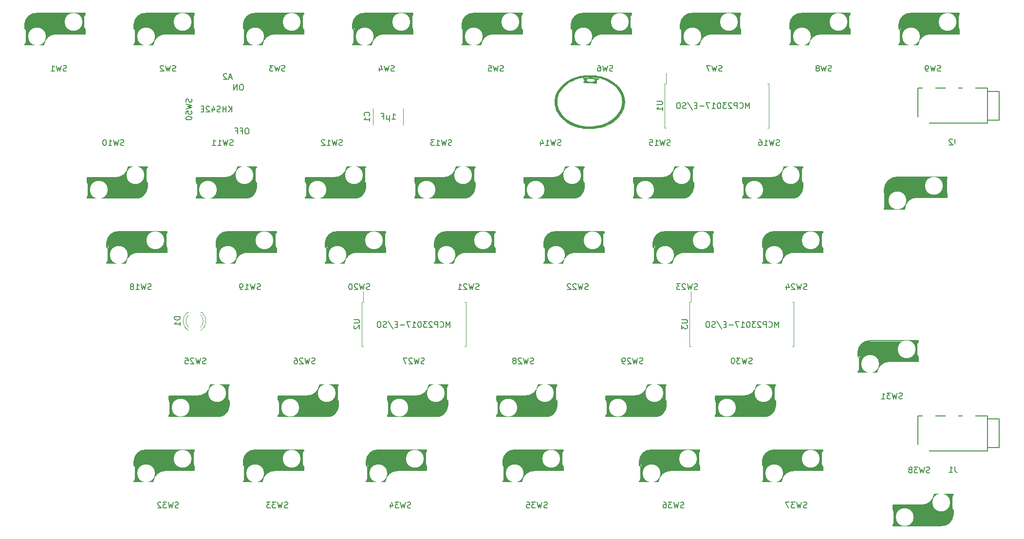
<source format=gbo>
G04 #@! TF.GenerationSoftware,KiCad,Pcbnew,5.1.2-f72e74a~84~ubuntu18.04.1*
G04 #@! TF.CreationDate,2019-06-15T15:54:53+09:00*
G04 #@! TF.ProjectId,right-PCB,72696768-742d-4504-9342-2e6b69636164,rev?*
G04 #@! TF.SameCoordinates,Original*
G04 #@! TF.FileFunction,Legend,Bot*
G04 #@! TF.FilePolarity,Positive*
%FSLAX46Y46*%
G04 Gerber Fmt 4.6, Leading zero omitted, Abs format (unit mm)*
G04 Created by KiCad (PCBNEW 5.1.2-f72e74a~84~ubuntu18.04.1) date 2019-06-15 15:54:53*
%MOMM*%
%LPD*%
G04 APERTURE LIST*
%ADD10C,0.150000*%
%ADD11C,0.010000*%
%ADD12C,0.120000*%
%ADD13C,1.000000*%
%ADD14C,0.800000*%
%ADD15C,0.400000*%
%ADD16C,0.500000*%
%ADD17C,3.000000*%
%ADD18C,3.500000*%
%ADD19C,0.300000*%
%ADD20C,0.100000*%
%ADD21C,1.524000*%
%ADD22C,4.572000*%
%ADD23R,2.302000X2.602000*%
%ADD24C,1.602000*%
%ADD25C,2.302000*%
%ADD26C,0.702000*%
%ADD27R,0.862000X1.372000*%
%ADD28O,1.702000X1.702000*%
%ADD29C,1.702000*%
%ADD30C,2.077000*%
%ADD31R,2.652000X2.602000*%
%ADD32C,1.852000*%
%ADD33C,3.102000*%
%ADD34C,4.089800*%
%ADD35C,3.150000*%
%ADD36C,1.902000*%
%ADD37R,1.902000X1.902000*%
G04 APERTURE END LIST*
D10*
X172679523Y-102687380D02*
X172679523Y-101687380D01*
X172346190Y-102401666D01*
X172012857Y-101687380D01*
X172012857Y-102687380D01*
X170965238Y-102592142D02*
X171012857Y-102639761D01*
X171155714Y-102687380D01*
X171250952Y-102687380D01*
X171393809Y-102639761D01*
X171489047Y-102544523D01*
X171536666Y-102449285D01*
X171584285Y-102258809D01*
X171584285Y-102115952D01*
X171536666Y-101925476D01*
X171489047Y-101830238D01*
X171393809Y-101735000D01*
X171250952Y-101687380D01*
X171155714Y-101687380D01*
X171012857Y-101735000D01*
X170965238Y-101782619D01*
X170536666Y-102687380D02*
X170536666Y-101687380D01*
X170155714Y-101687380D01*
X170060476Y-101735000D01*
X170012857Y-101782619D01*
X169965238Y-101877857D01*
X169965238Y-102020714D01*
X170012857Y-102115952D01*
X170060476Y-102163571D01*
X170155714Y-102211190D01*
X170536666Y-102211190D01*
X169584285Y-101782619D02*
X169536666Y-101735000D01*
X169441428Y-101687380D01*
X169203333Y-101687380D01*
X169108095Y-101735000D01*
X169060476Y-101782619D01*
X169012857Y-101877857D01*
X169012857Y-101973095D01*
X169060476Y-102115952D01*
X169631904Y-102687380D01*
X169012857Y-102687380D01*
X168679523Y-101687380D02*
X168060476Y-101687380D01*
X168393809Y-102068333D01*
X168250952Y-102068333D01*
X168155714Y-102115952D01*
X168108095Y-102163571D01*
X168060476Y-102258809D01*
X168060476Y-102496904D01*
X168108095Y-102592142D01*
X168155714Y-102639761D01*
X168250952Y-102687380D01*
X168536666Y-102687380D01*
X168631904Y-102639761D01*
X168679523Y-102592142D01*
X167441428Y-101687380D02*
X167346190Y-101687380D01*
X167250952Y-101735000D01*
X167203333Y-101782619D01*
X167155714Y-101877857D01*
X167108095Y-102068333D01*
X167108095Y-102306428D01*
X167155714Y-102496904D01*
X167203333Y-102592142D01*
X167250952Y-102639761D01*
X167346190Y-102687380D01*
X167441428Y-102687380D01*
X167536666Y-102639761D01*
X167584285Y-102592142D01*
X167631904Y-102496904D01*
X167679523Y-102306428D01*
X167679523Y-102068333D01*
X167631904Y-101877857D01*
X167584285Y-101782619D01*
X167536666Y-101735000D01*
X167441428Y-101687380D01*
X166155714Y-102687380D02*
X166727142Y-102687380D01*
X166441428Y-102687380D02*
X166441428Y-101687380D01*
X166536666Y-101830238D01*
X166631904Y-101925476D01*
X166727142Y-101973095D01*
X165822380Y-101687380D02*
X165155714Y-101687380D01*
X165584285Y-102687380D01*
X164774761Y-102306428D02*
X164012857Y-102306428D01*
X163536666Y-102163571D02*
X163203333Y-102163571D01*
X163060476Y-102687380D02*
X163536666Y-102687380D01*
X163536666Y-101687380D01*
X163060476Y-101687380D01*
X161917619Y-101639761D02*
X162774761Y-102925476D01*
X161631904Y-102639761D02*
X161489047Y-102687380D01*
X161250952Y-102687380D01*
X161155714Y-102639761D01*
X161108095Y-102592142D01*
X161060476Y-102496904D01*
X161060476Y-102401666D01*
X161108095Y-102306428D01*
X161155714Y-102258809D01*
X161250952Y-102211190D01*
X161441428Y-102163571D01*
X161536666Y-102115952D01*
X161584285Y-102068333D01*
X161631904Y-101973095D01*
X161631904Y-101877857D01*
X161584285Y-101782619D01*
X161536666Y-101735000D01*
X161441428Y-101687380D01*
X161203333Y-101687380D01*
X161060476Y-101735000D01*
X160441428Y-101687380D02*
X160250952Y-101687380D01*
X160155714Y-101735000D01*
X160060476Y-101830238D01*
X160012857Y-102020714D01*
X160012857Y-102354047D01*
X160060476Y-102544523D01*
X160155714Y-102639761D01*
X160250952Y-102687380D01*
X160441428Y-102687380D01*
X160536666Y-102639761D01*
X160631904Y-102544523D01*
X160679523Y-102354047D01*
X160679523Y-102020714D01*
X160631904Y-101830238D01*
X160536666Y-101735000D01*
X160441428Y-101687380D01*
X167599523Y-64587380D02*
X167599523Y-63587380D01*
X167266190Y-64301666D01*
X166932857Y-63587380D01*
X166932857Y-64587380D01*
X165885238Y-64492142D02*
X165932857Y-64539761D01*
X166075714Y-64587380D01*
X166170952Y-64587380D01*
X166313809Y-64539761D01*
X166409047Y-64444523D01*
X166456666Y-64349285D01*
X166504285Y-64158809D01*
X166504285Y-64015952D01*
X166456666Y-63825476D01*
X166409047Y-63730238D01*
X166313809Y-63635000D01*
X166170952Y-63587380D01*
X166075714Y-63587380D01*
X165932857Y-63635000D01*
X165885238Y-63682619D01*
X165456666Y-64587380D02*
X165456666Y-63587380D01*
X165075714Y-63587380D01*
X164980476Y-63635000D01*
X164932857Y-63682619D01*
X164885238Y-63777857D01*
X164885238Y-63920714D01*
X164932857Y-64015952D01*
X164980476Y-64063571D01*
X165075714Y-64111190D01*
X165456666Y-64111190D01*
X164504285Y-63682619D02*
X164456666Y-63635000D01*
X164361428Y-63587380D01*
X164123333Y-63587380D01*
X164028095Y-63635000D01*
X163980476Y-63682619D01*
X163932857Y-63777857D01*
X163932857Y-63873095D01*
X163980476Y-64015952D01*
X164551904Y-64587380D01*
X163932857Y-64587380D01*
X163599523Y-63587380D02*
X162980476Y-63587380D01*
X163313809Y-63968333D01*
X163170952Y-63968333D01*
X163075714Y-64015952D01*
X163028095Y-64063571D01*
X162980476Y-64158809D01*
X162980476Y-64396904D01*
X163028095Y-64492142D01*
X163075714Y-64539761D01*
X163170952Y-64587380D01*
X163456666Y-64587380D01*
X163551904Y-64539761D01*
X163599523Y-64492142D01*
X162361428Y-63587380D02*
X162266190Y-63587380D01*
X162170952Y-63635000D01*
X162123333Y-63682619D01*
X162075714Y-63777857D01*
X162028095Y-63968333D01*
X162028095Y-64206428D01*
X162075714Y-64396904D01*
X162123333Y-64492142D01*
X162170952Y-64539761D01*
X162266190Y-64587380D01*
X162361428Y-64587380D01*
X162456666Y-64539761D01*
X162504285Y-64492142D01*
X162551904Y-64396904D01*
X162599523Y-64206428D01*
X162599523Y-63968333D01*
X162551904Y-63777857D01*
X162504285Y-63682619D01*
X162456666Y-63635000D01*
X162361428Y-63587380D01*
X161075714Y-64587380D02*
X161647142Y-64587380D01*
X161361428Y-64587380D02*
X161361428Y-63587380D01*
X161456666Y-63730238D01*
X161551904Y-63825476D01*
X161647142Y-63873095D01*
X160742380Y-63587380D02*
X160075714Y-63587380D01*
X160504285Y-64587380D01*
X159694761Y-64206428D02*
X158932857Y-64206428D01*
X158456666Y-64063571D02*
X158123333Y-64063571D01*
X157980476Y-64587380D02*
X158456666Y-64587380D01*
X158456666Y-63587380D01*
X157980476Y-63587380D01*
X156837619Y-63539761D02*
X157694761Y-64825476D01*
X156551904Y-64539761D02*
X156409047Y-64587380D01*
X156170952Y-64587380D01*
X156075714Y-64539761D01*
X156028095Y-64492142D01*
X155980476Y-64396904D01*
X155980476Y-64301666D01*
X156028095Y-64206428D01*
X156075714Y-64158809D01*
X156170952Y-64111190D01*
X156361428Y-64063571D01*
X156456666Y-64015952D01*
X156504285Y-63968333D01*
X156551904Y-63873095D01*
X156551904Y-63777857D01*
X156504285Y-63682619D01*
X156456666Y-63635000D01*
X156361428Y-63587380D01*
X156123333Y-63587380D01*
X155980476Y-63635000D01*
X155361428Y-63587380D02*
X155170952Y-63587380D01*
X155075714Y-63635000D01*
X154980476Y-63730238D01*
X154932857Y-63920714D01*
X154932857Y-64254047D01*
X154980476Y-64444523D01*
X155075714Y-64539761D01*
X155170952Y-64587380D01*
X155361428Y-64587380D01*
X155456666Y-64539761D01*
X155551904Y-64444523D01*
X155599523Y-64254047D01*
X155599523Y-63920714D01*
X155551904Y-63730238D01*
X155456666Y-63635000D01*
X155361428Y-63587380D01*
X115529523Y-102687380D02*
X115529523Y-101687380D01*
X115196190Y-102401666D01*
X114862857Y-101687380D01*
X114862857Y-102687380D01*
X113815238Y-102592142D02*
X113862857Y-102639761D01*
X114005714Y-102687380D01*
X114100952Y-102687380D01*
X114243809Y-102639761D01*
X114339047Y-102544523D01*
X114386666Y-102449285D01*
X114434285Y-102258809D01*
X114434285Y-102115952D01*
X114386666Y-101925476D01*
X114339047Y-101830238D01*
X114243809Y-101735000D01*
X114100952Y-101687380D01*
X114005714Y-101687380D01*
X113862857Y-101735000D01*
X113815238Y-101782619D01*
X113386666Y-102687380D02*
X113386666Y-101687380D01*
X113005714Y-101687380D01*
X112910476Y-101735000D01*
X112862857Y-101782619D01*
X112815238Y-101877857D01*
X112815238Y-102020714D01*
X112862857Y-102115952D01*
X112910476Y-102163571D01*
X113005714Y-102211190D01*
X113386666Y-102211190D01*
X112434285Y-101782619D02*
X112386666Y-101735000D01*
X112291428Y-101687380D01*
X112053333Y-101687380D01*
X111958095Y-101735000D01*
X111910476Y-101782619D01*
X111862857Y-101877857D01*
X111862857Y-101973095D01*
X111910476Y-102115952D01*
X112481904Y-102687380D01*
X111862857Y-102687380D01*
X111529523Y-101687380D02*
X110910476Y-101687380D01*
X111243809Y-102068333D01*
X111100952Y-102068333D01*
X111005714Y-102115952D01*
X110958095Y-102163571D01*
X110910476Y-102258809D01*
X110910476Y-102496904D01*
X110958095Y-102592142D01*
X111005714Y-102639761D01*
X111100952Y-102687380D01*
X111386666Y-102687380D01*
X111481904Y-102639761D01*
X111529523Y-102592142D01*
X110291428Y-101687380D02*
X110196190Y-101687380D01*
X110100952Y-101735000D01*
X110053333Y-101782619D01*
X110005714Y-101877857D01*
X109958095Y-102068333D01*
X109958095Y-102306428D01*
X110005714Y-102496904D01*
X110053333Y-102592142D01*
X110100952Y-102639761D01*
X110196190Y-102687380D01*
X110291428Y-102687380D01*
X110386666Y-102639761D01*
X110434285Y-102592142D01*
X110481904Y-102496904D01*
X110529523Y-102306428D01*
X110529523Y-102068333D01*
X110481904Y-101877857D01*
X110434285Y-101782619D01*
X110386666Y-101735000D01*
X110291428Y-101687380D01*
X109005714Y-102687380D02*
X109577142Y-102687380D01*
X109291428Y-102687380D02*
X109291428Y-101687380D01*
X109386666Y-101830238D01*
X109481904Y-101925476D01*
X109577142Y-101973095D01*
X108672380Y-101687380D02*
X108005714Y-101687380D01*
X108434285Y-102687380D01*
X107624761Y-102306428D02*
X106862857Y-102306428D01*
X106386666Y-102163571D02*
X106053333Y-102163571D01*
X105910476Y-102687380D02*
X106386666Y-102687380D01*
X106386666Y-101687380D01*
X105910476Y-101687380D01*
X104767619Y-101639761D02*
X105624761Y-102925476D01*
X104481904Y-102639761D02*
X104339047Y-102687380D01*
X104100952Y-102687380D01*
X104005714Y-102639761D01*
X103958095Y-102592142D01*
X103910476Y-102496904D01*
X103910476Y-102401666D01*
X103958095Y-102306428D01*
X104005714Y-102258809D01*
X104100952Y-102211190D01*
X104291428Y-102163571D01*
X104386666Y-102115952D01*
X104434285Y-102068333D01*
X104481904Y-101973095D01*
X104481904Y-101877857D01*
X104434285Y-101782619D01*
X104386666Y-101735000D01*
X104291428Y-101687380D01*
X104053333Y-101687380D01*
X103910476Y-101735000D01*
X103291428Y-101687380D02*
X103100952Y-101687380D01*
X103005714Y-101735000D01*
X102910476Y-101830238D01*
X102862857Y-102020714D01*
X102862857Y-102354047D01*
X102910476Y-102544523D01*
X103005714Y-102639761D01*
X103100952Y-102687380D01*
X103291428Y-102687380D01*
X103386666Y-102639761D01*
X103481904Y-102544523D01*
X103529523Y-102354047D01*
X103529523Y-102020714D01*
X103481904Y-101830238D01*
X103386666Y-101735000D01*
X103291428Y-101687380D01*
X105441666Y-66492380D02*
X106013095Y-66492380D01*
X105727380Y-66492380D02*
X105727380Y-65492380D01*
X105822619Y-65635238D01*
X105917857Y-65730476D01*
X106013095Y-65778095D01*
X105013095Y-65825714D02*
X105013095Y-66825714D01*
X104536904Y-66349523D02*
X104489285Y-66444761D01*
X104394047Y-66492380D01*
X105013095Y-66349523D02*
X104965476Y-66444761D01*
X104870238Y-66492380D01*
X104679761Y-66492380D01*
X104584523Y-66444761D01*
X104536904Y-66349523D01*
X104536904Y-65825714D01*
X103632142Y-65968571D02*
X103965476Y-65968571D01*
X103965476Y-66492380D02*
X103965476Y-65492380D01*
X103489285Y-65492380D01*
X77549285Y-59221666D02*
X77073095Y-59221666D01*
X77644523Y-59507380D02*
X77311190Y-58507380D01*
X76977857Y-59507380D01*
X76692142Y-58602619D02*
X76644523Y-58555000D01*
X76549285Y-58507380D01*
X76311190Y-58507380D01*
X76215952Y-58555000D01*
X76168333Y-58602619D01*
X76120714Y-58697857D01*
X76120714Y-58793095D01*
X76168333Y-58935952D01*
X76739761Y-59507380D01*
X76120714Y-59507380D01*
X80327380Y-68032380D02*
X80136904Y-68032380D01*
X80041666Y-68080000D01*
X79946428Y-68175238D01*
X79898809Y-68365714D01*
X79898809Y-68699047D01*
X79946428Y-68889523D01*
X80041666Y-68984761D01*
X80136904Y-69032380D01*
X80327380Y-69032380D01*
X80422619Y-68984761D01*
X80517857Y-68889523D01*
X80565476Y-68699047D01*
X80565476Y-68365714D01*
X80517857Y-68175238D01*
X80422619Y-68080000D01*
X80327380Y-68032380D01*
X79136904Y-68508571D02*
X79470238Y-68508571D01*
X79470238Y-69032380D02*
X79470238Y-68032380D01*
X78994047Y-68032380D01*
X78279761Y-68508571D02*
X78613095Y-68508571D01*
X78613095Y-69032380D02*
X78613095Y-68032380D01*
X78136904Y-68032380D01*
X79359047Y-60412380D02*
X79168571Y-60412380D01*
X79073333Y-60460000D01*
X78978095Y-60555238D01*
X78930476Y-60745714D01*
X78930476Y-61079047D01*
X78978095Y-61269523D01*
X79073333Y-61364761D01*
X79168571Y-61412380D01*
X79359047Y-61412380D01*
X79454285Y-61364761D01*
X79549523Y-61269523D01*
X79597142Y-61079047D01*
X79597142Y-60745714D01*
X79549523Y-60555238D01*
X79454285Y-60460000D01*
X79359047Y-60412380D01*
X78501904Y-61412380D02*
X78501904Y-60412380D01*
X77930476Y-61412380D01*
X77930476Y-60412380D01*
X77596666Y-65222380D02*
X77596666Y-64222380D01*
X77025238Y-65222380D02*
X77453809Y-64650952D01*
X77025238Y-64222380D02*
X77596666Y-64793809D01*
X76596666Y-65222380D02*
X76596666Y-64222380D01*
X76596666Y-64698571D02*
X76025238Y-64698571D01*
X76025238Y-65222380D02*
X76025238Y-64222380D01*
X75596666Y-65174761D02*
X75453809Y-65222380D01*
X75215714Y-65222380D01*
X75120476Y-65174761D01*
X75072857Y-65127142D01*
X75025238Y-65031904D01*
X75025238Y-64936666D01*
X75072857Y-64841428D01*
X75120476Y-64793809D01*
X75215714Y-64746190D01*
X75406190Y-64698571D01*
X75501428Y-64650952D01*
X75549047Y-64603333D01*
X75596666Y-64508095D01*
X75596666Y-64412857D01*
X75549047Y-64317619D01*
X75501428Y-64270000D01*
X75406190Y-64222380D01*
X75168095Y-64222380D01*
X75025238Y-64270000D01*
X74168095Y-64555714D02*
X74168095Y-65222380D01*
X74406190Y-64174761D02*
X74644285Y-64889047D01*
X74025238Y-64889047D01*
X73691904Y-64317619D02*
X73644285Y-64270000D01*
X73549047Y-64222380D01*
X73310952Y-64222380D01*
X73215714Y-64270000D01*
X73168095Y-64317619D01*
X73120476Y-64412857D01*
X73120476Y-64508095D01*
X73168095Y-64650952D01*
X73739523Y-65222380D01*
X73120476Y-65222380D01*
X72691904Y-64698571D02*
X72358571Y-64698571D01*
X72215714Y-65222380D02*
X72691904Y-65222380D01*
X72691904Y-64222380D01*
X72215714Y-64222380D01*
X211000000Y-66625000D02*
X209000000Y-66625000D01*
X211000000Y-61625000D02*
X211000000Y-66625000D01*
X209000000Y-61625000D02*
X211000000Y-61625000D01*
X209000000Y-67175000D02*
X209000000Y-61075000D01*
X196900000Y-67175000D02*
X209000000Y-67175000D01*
X196900000Y-61075000D02*
X196900000Y-67175000D01*
X209000000Y-61075000D02*
X196900000Y-61075000D01*
X211000000Y-123625000D02*
X209000000Y-123625000D01*
X211000000Y-118625000D02*
X211000000Y-123625000D01*
X209000000Y-118625000D02*
X211000000Y-118625000D01*
X209000000Y-124175000D02*
X209000000Y-118075000D01*
X196900000Y-124175000D02*
X209000000Y-124175000D01*
X196900000Y-118075000D02*
X196900000Y-124175000D01*
X209000000Y-118075000D02*
X196900000Y-118075000D01*
D11*
G36*
X139444243Y-58822176D02*
G01*
X139121842Y-58838123D01*
X138819394Y-58866943D01*
X138521896Y-58910471D01*
X138214347Y-58970542D01*
X137881741Y-59048990D01*
X137858500Y-59054870D01*
X137341226Y-59206824D01*
X136849489Y-59392565D01*
X136385387Y-59610149D01*
X135951021Y-59857630D01*
X135548490Y-60133066D01*
X135179893Y-60434511D01*
X134847329Y-60760022D01*
X134552897Y-61107654D01*
X134298697Y-61475464D01*
X134086828Y-61861506D01*
X133919389Y-62263837D01*
X133798480Y-62680512D01*
X133764366Y-62846621D01*
X133740243Y-63028484D01*
X133725976Y-63243275D01*
X133721564Y-63474089D01*
X133727006Y-63704019D01*
X133742304Y-63916159D01*
X133764366Y-64077178D01*
X133866544Y-64498925D01*
X134016071Y-64907086D01*
X134210848Y-65299717D01*
X134448775Y-65674875D01*
X134727753Y-66030614D01*
X135045683Y-66364991D01*
X135400466Y-66676061D01*
X135790001Y-66961880D01*
X136212191Y-67220504D01*
X136664936Y-67449988D01*
X137146137Y-67648389D01*
X137653693Y-67813763D01*
X137858500Y-67868929D01*
X138190734Y-67947572D01*
X138501095Y-68008145D01*
X138813275Y-68055046D01*
X138950700Y-68071734D01*
X139102917Y-68085276D01*
X139291002Y-68096154D01*
X139501779Y-68104133D01*
X139722069Y-68108978D01*
X139938696Y-68110457D01*
X140138484Y-68108334D01*
X140308254Y-68102376D01*
X140385800Y-68097235D01*
X140949197Y-68031292D01*
X141493222Y-67929533D01*
X142015764Y-67793512D01*
X142514714Y-67624785D01*
X142987963Y-67424907D01*
X143433402Y-67195433D01*
X143848921Y-66937918D01*
X144232410Y-66653916D01*
X144581760Y-66344985D01*
X144894861Y-66012678D01*
X145169605Y-65658550D01*
X145403881Y-65284157D01*
X145595581Y-64891054D01*
X145742594Y-64480796D01*
X145838835Y-64077178D01*
X145862958Y-63895315D01*
X145877225Y-63680524D01*
X145881637Y-63449710D01*
X145880724Y-63411100D01*
X145449920Y-63411100D01*
X145436859Y-63747778D01*
X145395481Y-64059279D01*
X145322493Y-64358867D01*
X145214602Y-64659809D01*
X145068516Y-64975369D01*
X145055143Y-65001522D01*
X144833873Y-65376855D01*
X144569334Y-65730138D01*
X144264704Y-66059886D01*
X143923166Y-66364616D01*
X143547899Y-66642843D01*
X143142084Y-66893082D01*
X142708902Y-67113849D01*
X142251534Y-67303660D01*
X141773160Y-67461030D01*
X141276960Y-67584476D01*
X140766115Y-67672512D01*
X140243807Y-67723654D01*
X139713215Y-67736418D01*
X139241528Y-67714690D01*
X138668098Y-67647745D01*
X138114538Y-67540110D01*
X137583484Y-67392918D01*
X137077571Y-67207305D01*
X136599436Y-66984405D01*
X136151716Y-66725351D01*
X135737045Y-66431279D01*
X135358060Y-66103323D01*
X135250578Y-65997340D01*
X134955587Y-65664772D01*
X134700634Y-65309062D01*
X134488176Y-64934721D01*
X134320670Y-64546264D01*
X134200574Y-64148201D01*
X134171985Y-64016617D01*
X134146902Y-63841117D01*
X134131917Y-63632514D01*
X134127028Y-63407492D01*
X134132237Y-63182734D01*
X134147542Y-62974924D01*
X134171985Y-62805582D01*
X134277449Y-62398622D01*
X134429811Y-62006330D01*
X134626809Y-61630574D01*
X134866181Y-61273224D01*
X135145664Y-60936147D01*
X135462995Y-60621211D01*
X135815912Y-60330285D01*
X136202153Y-60065236D01*
X136619456Y-59827934D01*
X137065556Y-59620245D01*
X137538194Y-59444039D01*
X138035104Y-59301183D01*
X138544300Y-59195197D01*
X138756809Y-59162768D01*
X138988895Y-59133793D01*
X139225404Y-59109716D01*
X139451183Y-59091981D01*
X139651077Y-59082033D01*
X139748829Y-59080400D01*
X139836815Y-59080957D01*
X139881100Y-59084658D01*
X139888785Y-59094545D01*
X139866969Y-59113661D01*
X139851702Y-59124482D01*
X139776089Y-59166186D01*
X139666187Y-59212427D01*
X139537402Y-59257208D01*
X139433300Y-59287383D01*
X139362740Y-59297698D01*
X139254700Y-59303467D01*
X139122334Y-59304240D01*
X139021669Y-59301541D01*
X138859751Y-59297722D01*
X138745214Y-59301814D01*
X138675142Y-59314614D01*
X138646616Y-59336922D01*
X138656720Y-59369534D01*
X138680564Y-59394789D01*
X138739089Y-59438229D01*
X138811639Y-59480800D01*
X138815597Y-59482799D01*
X138866839Y-59513752D01*
X138888111Y-59537669D01*
X138887200Y-59541283D01*
X138892581Y-59569844D01*
X138919006Y-59606844D01*
X138945673Y-59649590D01*
X138944406Y-59675127D01*
X138925823Y-59716471D01*
X138925300Y-59723866D01*
X138904436Y-59753257D01*
X138853221Y-59786773D01*
X138843300Y-59791600D01*
X138782013Y-59833985D01*
X138760750Y-59878499D01*
X138743819Y-59935964D01*
X138719727Y-59972022D01*
X138698571Y-60001526D01*
X138706174Y-60024488D01*
X138749745Y-60052418D01*
X138779897Y-60068090D01*
X138846509Y-60095028D01*
X138927639Y-60112975D01*
X139030978Y-60122389D01*
X139164219Y-60123731D01*
X139335052Y-60117461D01*
X139471400Y-60109423D01*
X139657371Y-60102900D01*
X139852330Y-60107911D01*
X140067696Y-60125225D01*
X140314890Y-60155610D01*
X140449300Y-60175231D01*
X140631321Y-60200935D01*
X140769148Y-60214859D01*
X140868202Y-60216135D01*
X140933903Y-60203897D01*
X140971673Y-60177278D01*
X140986930Y-60135411D01*
X140986471Y-60089351D01*
X140990563Y-60007166D01*
X141011836Y-59922886D01*
X141012379Y-59921504D01*
X141032294Y-59861528D01*
X141027887Y-59827111D01*
X141001894Y-59801662D01*
X140975636Y-59775341D01*
X140979461Y-59767007D01*
X140984862Y-59750960D01*
X140971877Y-59730361D01*
X140956299Y-59693036D01*
X140969181Y-59677806D01*
X140985768Y-59648462D01*
X140982690Y-59639182D01*
X140983602Y-59634000D01*
X140711930Y-59634000D01*
X140697016Y-59721219D01*
X140665767Y-59772411D01*
X140592021Y-59837436D01*
X140488262Y-59894359D01*
X140375254Y-59933579D01*
X140290827Y-59945785D01*
X140212851Y-59952763D01*
X140149456Y-59967429D01*
X140144500Y-59969400D01*
X140063860Y-59987409D01*
X139945643Y-59991530D01*
X139801129Y-59981790D01*
X139700000Y-59968288D01*
X139546848Y-59933148D01*
X139411332Y-59881321D01*
X139303851Y-59817943D01*
X139234803Y-59748149D01*
X139226920Y-59734649D01*
X139201645Y-59674243D01*
X139204338Y-59625053D01*
X139224040Y-59577681D01*
X139272479Y-59511470D01*
X139334751Y-59464363D01*
X139411843Y-59426940D01*
X139473748Y-59395733D01*
X139569345Y-59364634D01*
X139702430Y-59346669D01*
X139861519Y-59341460D01*
X140035131Y-59348629D01*
X140211783Y-59367800D01*
X140379992Y-59398594D01*
X140494365Y-59429300D01*
X140607542Y-59481911D01*
X140681085Y-59552188D01*
X140711930Y-59634000D01*
X140983602Y-59634000D01*
X140988134Y-59608277D01*
X141029956Y-59576384D01*
X141094381Y-59550577D01*
X141167632Y-59537932D01*
X141180522Y-59537600D01*
X141277991Y-59526986D01*
X141346396Y-59498113D01*
X141375927Y-59455434D01*
X141376400Y-59448700D01*
X141359903Y-59409129D01*
X141307516Y-59382807D01*
X141214897Y-59368662D01*
X141077708Y-59365625D01*
X141042069Y-59366318D01*
X140913848Y-59366916D01*
X140819022Y-59359695D01*
X140740494Y-59342430D01*
X140674527Y-59318501D01*
X140575591Y-59286170D01*
X140456729Y-59258991D01*
X140374737Y-59246612D01*
X140273294Y-59231910D01*
X140204398Y-59209694D01*
X140149801Y-59173030D01*
X140127921Y-59152807D01*
X140050519Y-59077144D01*
X140135610Y-59090246D01*
X140200039Y-59097976D01*
X140297518Y-59107150D01*
X140410391Y-59116157D01*
X140449300Y-59118905D01*
X140564115Y-59129514D01*
X140710526Y-59147101D01*
X140870198Y-59169274D01*
X141024800Y-59193642D01*
X141033500Y-59195119D01*
X141556792Y-59304821D01*
X142059411Y-59450970D01*
X142538522Y-59631712D01*
X142991288Y-59845198D01*
X143414874Y-60089575D01*
X143806444Y-60362993D01*
X144163163Y-60663600D01*
X144482194Y-60989544D01*
X144760703Y-61338975D01*
X144995853Y-61710040D01*
X145055143Y-61820677D01*
X145204412Y-62137971D01*
X145315223Y-62439590D01*
X145390870Y-62738800D01*
X145434645Y-63048866D01*
X145449840Y-63383054D01*
X145449920Y-63411100D01*
X145880724Y-63411100D01*
X145876195Y-63219780D01*
X145860897Y-63007640D01*
X145838835Y-62846621D01*
X145736657Y-62424874D01*
X145587130Y-62016713D01*
X145392353Y-61624082D01*
X145154426Y-61248924D01*
X144875448Y-60893185D01*
X144557518Y-60558808D01*
X144202735Y-60247738D01*
X143813200Y-59961919D01*
X143391010Y-59703295D01*
X142938265Y-59473811D01*
X142457064Y-59275410D01*
X141949508Y-59110036D01*
X141744700Y-59054870D01*
X141409910Y-58975142D01*
X141101166Y-58913913D01*
X140803467Y-58869347D01*
X140501810Y-58839611D01*
X140181192Y-58822870D01*
X139826609Y-58817289D01*
X139801600Y-58817268D01*
X139444243Y-58822176D01*
X139444243Y-58822176D01*
G37*
X139444243Y-58822176D02*
X139121842Y-58838123D01*
X138819394Y-58866943D01*
X138521896Y-58910471D01*
X138214347Y-58970542D01*
X137881741Y-59048990D01*
X137858500Y-59054870D01*
X137341226Y-59206824D01*
X136849489Y-59392565D01*
X136385387Y-59610149D01*
X135951021Y-59857630D01*
X135548490Y-60133066D01*
X135179893Y-60434511D01*
X134847329Y-60760022D01*
X134552897Y-61107654D01*
X134298697Y-61475464D01*
X134086828Y-61861506D01*
X133919389Y-62263837D01*
X133798480Y-62680512D01*
X133764366Y-62846621D01*
X133740243Y-63028484D01*
X133725976Y-63243275D01*
X133721564Y-63474089D01*
X133727006Y-63704019D01*
X133742304Y-63916159D01*
X133764366Y-64077178D01*
X133866544Y-64498925D01*
X134016071Y-64907086D01*
X134210848Y-65299717D01*
X134448775Y-65674875D01*
X134727753Y-66030614D01*
X135045683Y-66364991D01*
X135400466Y-66676061D01*
X135790001Y-66961880D01*
X136212191Y-67220504D01*
X136664936Y-67449988D01*
X137146137Y-67648389D01*
X137653693Y-67813763D01*
X137858500Y-67868929D01*
X138190734Y-67947572D01*
X138501095Y-68008145D01*
X138813275Y-68055046D01*
X138950700Y-68071734D01*
X139102917Y-68085276D01*
X139291002Y-68096154D01*
X139501779Y-68104133D01*
X139722069Y-68108978D01*
X139938696Y-68110457D01*
X140138484Y-68108334D01*
X140308254Y-68102376D01*
X140385800Y-68097235D01*
X140949197Y-68031292D01*
X141493222Y-67929533D01*
X142015764Y-67793512D01*
X142514714Y-67624785D01*
X142987963Y-67424907D01*
X143433402Y-67195433D01*
X143848921Y-66937918D01*
X144232410Y-66653916D01*
X144581760Y-66344985D01*
X144894861Y-66012678D01*
X145169605Y-65658550D01*
X145403881Y-65284157D01*
X145595581Y-64891054D01*
X145742594Y-64480796D01*
X145838835Y-64077178D01*
X145862958Y-63895315D01*
X145877225Y-63680524D01*
X145881637Y-63449710D01*
X145880724Y-63411100D01*
X145449920Y-63411100D01*
X145436859Y-63747778D01*
X145395481Y-64059279D01*
X145322493Y-64358867D01*
X145214602Y-64659809D01*
X145068516Y-64975369D01*
X145055143Y-65001522D01*
X144833873Y-65376855D01*
X144569334Y-65730138D01*
X144264704Y-66059886D01*
X143923166Y-66364616D01*
X143547899Y-66642843D01*
X143142084Y-66893082D01*
X142708902Y-67113849D01*
X142251534Y-67303660D01*
X141773160Y-67461030D01*
X141276960Y-67584476D01*
X140766115Y-67672512D01*
X140243807Y-67723654D01*
X139713215Y-67736418D01*
X139241528Y-67714690D01*
X138668098Y-67647745D01*
X138114538Y-67540110D01*
X137583484Y-67392918D01*
X137077571Y-67207305D01*
X136599436Y-66984405D01*
X136151716Y-66725351D01*
X135737045Y-66431279D01*
X135358060Y-66103323D01*
X135250578Y-65997340D01*
X134955587Y-65664772D01*
X134700634Y-65309062D01*
X134488176Y-64934721D01*
X134320670Y-64546264D01*
X134200574Y-64148201D01*
X134171985Y-64016617D01*
X134146902Y-63841117D01*
X134131917Y-63632514D01*
X134127028Y-63407492D01*
X134132237Y-63182734D01*
X134147542Y-62974924D01*
X134171985Y-62805582D01*
X134277449Y-62398622D01*
X134429811Y-62006330D01*
X134626809Y-61630574D01*
X134866181Y-61273224D01*
X135145664Y-60936147D01*
X135462995Y-60621211D01*
X135815912Y-60330285D01*
X136202153Y-60065236D01*
X136619456Y-59827934D01*
X137065556Y-59620245D01*
X137538194Y-59444039D01*
X138035104Y-59301183D01*
X138544300Y-59195197D01*
X138756809Y-59162768D01*
X138988895Y-59133793D01*
X139225404Y-59109716D01*
X139451183Y-59091981D01*
X139651077Y-59082033D01*
X139748829Y-59080400D01*
X139836815Y-59080957D01*
X139881100Y-59084658D01*
X139888785Y-59094545D01*
X139866969Y-59113661D01*
X139851702Y-59124482D01*
X139776089Y-59166186D01*
X139666187Y-59212427D01*
X139537402Y-59257208D01*
X139433300Y-59287383D01*
X139362740Y-59297698D01*
X139254700Y-59303467D01*
X139122334Y-59304240D01*
X139021669Y-59301541D01*
X138859751Y-59297722D01*
X138745214Y-59301814D01*
X138675142Y-59314614D01*
X138646616Y-59336922D01*
X138656720Y-59369534D01*
X138680564Y-59394789D01*
X138739089Y-59438229D01*
X138811639Y-59480800D01*
X138815597Y-59482799D01*
X138866839Y-59513752D01*
X138888111Y-59537669D01*
X138887200Y-59541283D01*
X138892581Y-59569844D01*
X138919006Y-59606844D01*
X138945673Y-59649590D01*
X138944406Y-59675127D01*
X138925823Y-59716471D01*
X138925300Y-59723866D01*
X138904436Y-59753257D01*
X138853221Y-59786773D01*
X138843300Y-59791600D01*
X138782013Y-59833985D01*
X138760750Y-59878499D01*
X138743819Y-59935964D01*
X138719727Y-59972022D01*
X138698571Y-60001526D01*
X138706174Y-60024488D01*
X138749745Y-60052418D01*
X138779897Y-60068090D01*
X138846509Y-60095028D01*
X138927639Y-60112975D01*
X139030978Y-60122389D01*
X139164219Y-60123731D01*
X139335052Y-60117461D01*
X139471400Y-60109423D01*
X139657371Y-60102900D01*
X139852330Y-60107911D01*
X140067696Y-60125225D01*
X140314890Y-60155610D01*
X140449300Y-60175231D01*
X140631321Y-60200935D01*
X140769148Y-60214859D01*
X140868202Y-60216135D01*
X140933903Y-60203897D01*
X140971673Y-60177278D01*
X140986930Y-60135411D01*
X140986471Y-60089351D01*
X140990563Y-60007166D01*
X141011836Y-59922886D01*
X141012379Y-59921504D01*
X141032294Y-59861528D01*
X141027887Y-59827111D01*
X141001894Y-59801662D01*
X140975636Y-59775341D01*
X140979461Y-59767007D01*
X140984862Y-59750960D01*
X140971877Y-59730361D01*
X140956299Y-59693036D01*
X140969181Y-59677806D01*
X140985768Y-59648462D01*
X140982690Y-59639182D01*
X140983602Y-59634000D01*
X140711930Y-59634000D01*
X140697016Y-59721219D01*
X140665767Y-59772411D01*
X140592021Y-59837436D01*
X140488262Y-59894359D01*
X140375254Y-59933579D01*
X140290827Y-59945785D01*
X140212851Y-59952763D01*
X140149456Y-59967429D01*
X140144500Y-59969400D01*
X140063860Y-59987409D01*
X139945643Y-59991530D01*
X139801129Y-59981790D01*
X139700000Y-59968288D01*
X139546848Y-59933148D01*
X139411332Y-59881321D01*
X139303851Y-59817943D01*
X139234803Y-59748149D01*
X139226920Y-59734649D01*
X139201645Y-59674243D01*
X139204338Y-59625053D01*
X139224040Y-59577681D01*
X139272479Y-59511470D01*
X139334751Y-59464363D01*
X139411843Y-59426940D01*
X139473748Y-59395733D01*
X139569345Y-59364634D01*
X139702430Y-59346669D01*
X139861519Y-59341460D01*
X140035131Y-59348629D01*
X140211783Y-59367800D01*
X140379992Y-59398594D01*
X140494365Y-59429300D01*
X140607542Y-59481911D01*
X140681085Y-59552188D01*
X140711930Y-59634000D01*
X140983602Y-59634000D01*
X140988134Y-59608277D01*
X141029956Y-59576384D01*
X141094381Y-59550577D01*
X141167632Y-59537932D01*
X141180522Y-59537600D01*
X141277991Y-59526986D01*
X141346396Y-59498113D01*
X141375927Y-59455434D01*
X141376400Y-59448700D01*
X141359903Y-59409129D01*
X141307516Y-59382807D01*
X141214897Y-59368662D01*
X141077708Y-59365625D01*
X141042069Y-59366318D01*
X140913848Y-59366916D01*
X140819022Y-59359695D01*
X140740494Y-59342430D01*
X140674527Y-59318501D01*
X140575591Y-59286170D01*
X140456729Y-59258991D01*
X140374737Y-59246612D01*
X140273294Y-59231910D01*
X140204398Y-59209694D01*
X140149801Y-59173030D01*
X140127921Y-59152807D01*
X140050519Y-59077144D01*
X140135610Y-59090246D01*
X140200039Y-59097976D01*
X140297518Y-59107150D01*
X140410391Y-59116157D01*
X140449300Y-59118905D01*
X140564115Y-59129514D01*
X140710526Y-59147101D01*
X140870198Y-59169274D01*
X141024800Y-59193642D01*
X141033500Y-59195119D01*
X141556792Y-59304821D01*
X142059411Y-59450970D01*
X142538522Y-59631712D01*
X142991288Y-59845198D01*
X143414874Y-60089575D01*
X143806444Y-60362993D01*
X144163163Y-60663600D01*
X144482194Y-60989544D01*
X144760703Y-61338975D01*
X144995853Y-61710040D01*
X145055143Y-61820677D01*
X145204412Y-62137971D01*
X145315223Y-62439590D01*
X145390870Y-62738800D01*
X145434645Y-63048866D01*
X145449840Y-63383054D01*
X145449920Y-63411100D01*
X145880724Y-63411100D01*
X145876195Y-63219780D01*
X145860897Y-63007640D01*
X145838835Y-62846621D01*
X145736657Y-62424874D01*
X145587130Y-62016713D01*
X145392353Y-61624082D01*
X145154426Y-61248924D01*
X144875448Y-60893185D01*
X144557518Y-60558808D01*
X144202735Y-60247738D01*
X143813200Y-59961919D01*
X143391010Y-59703295D01*
X142938265Y-59473811D01*
X142457064Y-59275410D01*
X141949508Y-59110036D01*
X141744700Y-59054870D01*
X141409910Y-58975142D01*
X141101166Y-58913913D01*
X140803467Y-58869347D01*
X140501810Y-58839611D01*
X140181192Y-58822870D01*
X139826609Y-58817289D01*
X139801600Y-58817268D01*
X139444243Y-58822176D01*
D12*
X157435000Y-98265000D02*
X157435000Y-96450000D01*
X157190000Y-98265000D02*
X157435000Y-98265000D01*
X157190000Y-102125000D02*
X157190000Y-98265000D01*
X157190000Y-105985000D02*
X157435000Y-105985000D01*
X157190000Y-102125000D02*
X157190000Y-105985000D01*
X175310000Y-98265000D02*
X175065000Y-98265000D01*
X175310000Y-102125000D02*
X175310000Y-98265000D01*
X175310000Y-105985000D02*
X175065000Y-105985000D01*
X175310000Y-102125000D02*
X175310000Y-105985000D01*
X100435000Y-98265000D02*
X100435000Y-96450000D01*
X100190000Y-98265000D02*
X100435000Y-98265000D01*
X100190000Y-102125000D02*
X100190000Y-98265000D01*
X100190000Y-105985000D02*
X100435000Y-105985000D01*
X100190000Y-102125000D02*
X100190000Y-105985000D01*
X118310000Y-98265000D02*
X118065000Y-98265000D01*
X118310000Y-102125000D02*
X118310000Y-98265000D01*
X118310000Y-105985000D02*
X118065000Y-105985000D01*
X118310000Y-102125000D02*
X118310000Y-105985000D01*
X153110000Y-60275000D02*
X153110000Y-58460000D01*
X152865000Y-60275000D02*
X153110000Y-60275000D01*
X152865000Y-64135000D02*
X152865000Y-60275000D01*
X152865000Y-67995000D02*
X153110000Y-67995000D01*
X152865000Y-64135000D02*
X152865000Y-67995000D01*
X170985000Y-60275000D02*
X170740000Y-60275000D01*
X170985000Y-64135000D02*
X170985000Y-60275000D01*
X170985000Y-67995000D02*
X170740000Y-67995000D01*
X170985000Y-64135000D02*
X170985000Y-67995000D01*
X107385000Y-64624252D02*
X107385000Y-67455748D01*
X102165000Y-64624252D02*
X102165000Y-67455748D01*
D13*
X63483682Y-129103529D02*
G75*
G02X65700000Y-127225000I2151318J-291471D01*
G01*
D10*
X63883682Y-129503529D02*
G75*
G02X66100000Y-127625000I2151318J-291471D01*
G01*
D14*
X61200000Y-129025000D02*
X61200000Y-127225001D01*
D15*
X70900000Y-126725000D02*
X70900000Y-127425000D01*
D10*
X66100000Y-127625000D02*
X71100000Y-127625000D01*
X60830000Y-126925000D02*
X60830000Y-129165000D01*
D16*
X60800000Y-129325000D02*
X63500000Y-129325000D01*
D10*
X60600000Y-129525000D02*
X63880000Y-129525000D01*
X60600000Y-125925000D02*
X60600000Y-126925000D01*
X71100000Y-124025000D02*
X62699999Y-124025000D01*
X71100000Y-124375000D02*
X71100000Y-124025000D01*
X71100000Y-127625000D02*
X71100000Y-126625000D01*
X71100000Y-126625000D02*
X70900000Y-126625000D01*
D13*
X70400000Y-124625000D02*
X70400000Y-127125000D01*
D10*
X70880000Y-126625000D02*
X70880000Y-124375000D01*
D17*
X62330000Y-125525000D02*
X62330000Y-127765000D01*
D10*
X60600000Y-126925000D02*
X60800000Y-126925000D01*
X60600000Y-125925001D02*
G75*
G02X62699999Y-124025000I2000000J-99999D01*
G01*
D15*
X70900000Y-124225000D02*
X69500000Y-124225000D01*
D10*
X60800000Y-129165000D02*
X60600000Y-129165000D01*
D18*
X69100000Y-125825000D02*
X62400000Y-125825000D01*
D16*
X70800000Y-127325000D02*
X69400000Y-127325000D01*
D19*
X60700000Y-126824999D02*
X60700000Y-125925000D01*
D10*
X60600000Y-129525000D02*
X60600000Y-129165000D01*
X70900000Y-124375000D02*
X71100000Y-124375000D01*
D13*
X200141318Y-132146471D02*
G75*
G02X197925000Y-134025000I-2151318J291471D01*
G01*
D10*
X199741318Y-131746471D02*
G75*
G02X197525000Y-133625000I-2151318J291471D01*
G01*
D14*
X202425000Y-132225000D02*
X202425000Y-134024999D01*
D15*
X192725000Y-134525000D02*
X192725000Y-133825000D01*
D10*
X197525000Y-133625000D02*
X192525000Y-133625000D01*
X202795000Y-134325000D02*
X202795000Y-132085000D01*
D16*
X202825000Y-131925000D02*
X200125000Y-131925000D01*
D10*
X203025000Y-131725000D02*
X199745000Y-131725000D01*
X203025000Y-135325000D02*
X203025000Y-134325000D01*
X192525000Y-137225000D02*
X200925001Y-137225000D01*
X192525000Y-136875000D02*
X192525000Y-137225000D01*
X192525000Y-133625000D02*
X192525000Y-134625000D01*
X192525000Y-134625000D02*
X192725000Y-134625000D01*
D13*
X193225000Y-136625000D02*
X193225000Y-134125000D01*
D10*
X192745000Y-134625000D02*
X192745000Y-136875000D01*
D17*
X201295000Y-135725000D02*
X201295000Y-133485000D01*
D10*
X203025000Y-134325000D02*
X202825000Y-134325000D01*
X203025000Y-135324999D02*
G75*
G02X200925001Y-137225000I-2000000J99999D01*
G01*
D15*
X192725000Y-137025000D02*
X194125000Y-137025000D01*
D10*
X202825000Y-132085000D02*
X203025000Y-132085000D01*
D18*
X194525000Y-135425000D02*
X201225000Y-135425000D01*
D16*
X192825000Y-133925000D02*
X194225000Y-133925000D01*
D19*
X202925000Y-134425001D02*
X202925000Y-135325000D01*
D10*
X203025000Y-131725000D02*
X203025000Y-132085000D01*
X192725000Y-136875000D02*
X192525000Y-136875000D01*
D13*
X172733682Y-129103529D02*
G75*
G02X174950000Y-127225000I2151318J-291471D01*
G01*
D10*
X173133682Y-129503529D02*
G75*
G02X175350000Y-127625000I2151318J-291471D01*
G01*
D14*
X170450000Y-129025000D02*
X170450000Y-127225001D01*
D15*
X180150000Y-126725000D02*
X180150000Y-127425000D01*
D10*
X175350000Y-127625000D02*
X180350000Y-127625000D01*
X170080000Y-126925000D02*
X170080000Y-129165000D01*
D16*
X170050000Y-129325000D02*
X172750000Y-129325000D01*
D10*
X169850000Y-129525000D02*
X173130000Y-129525000D01*
X169850000Y-125925000D02*
X169850000Y-126925000D01*
X180350000Y-124025000D02*
X171949999Y-124025000D01*
X180350000Y-124375000D02*
X180350000Y-124025000D01*
X180350000Y-127625000D02*
X180350000Y-126625000D01*
X180350000Y-126625000D02*
X180150000Y-126625000D01*
D13*
X179650000Y-124625000D02*
X179650000Y-127125000D01*
D10*
X180130000Y-126625000D02*
X180130000Y-124375000D01*
D17*
X171580000Y-125525000D02*
X171580000Y-127765000D01*
D10*
X169850000Y-126925000D02*
X170050000Y-126925000D01*
X169850000Y-125925001D02*
G75*
G02X171949999Y-124025000I2000000J-99999D01*
G01*
D15*
X180150000Y-124225000D02*
X178750000Y-124225000D01*
D10*
X170050000Y-129165000D02*
X169850000Y-129165000D01*
D18*
X178350000Y-125825000D02*
X171650000Y-125825000D01*
D16*
X180050000Y-127325000D02*
X178650000Y-127325000D01*
D19*
X169950000Y-126824999D02*
X169950000Y-125925000D01*
D10*
X169850000Y-129525000D02*
X169850000Y-129165000D01*
X180150000Y-124375000D02*
X180350000Y-124375000D01*
D13*
X189358682Y-110103529D02*
G75*
G02X191575000Y-108225000I2151318J-291471D01*
G01*
D10*
X189758682Y-110503529D02*
G75*
G02X191975000Y-108625000I2151318J-291471D01*
G01*
D14*
X187075000Y-110025000D02*
X187075000Y-108225001D01*
D15*
X196775000Y-107725000D02*
X196775000Y-108425000D01*
D10*
X191975000Y-108625000D02*
X196975000Y-108625000D01*
X186705000Y-107925000D02*
X186705000Y-110165000D01*
D16*
X186675000Y-110325000D02*
X189375000Y-110325000D01*
D10*
X186475000Y-110525000D02*
X189755000Y-110525000D01*
X186475000Y-106925000D02*
X186475000Y-107925000D01*
X196975000Y-105025000D02*
X188574999Y-105025000D01*
X196975000Y-105375000D02*
X196975000Y-105025000D01*
X196975000Y-108625000D02*
X196975000Y-107625000D01*
X196975000Y-107625000D02*
X196775000Y-107625000D01*
D13*
X196275000Y-105625000D02*
X196275000Y-108125000D01*
D10*
X196755000Y-107625000D02*
X196755000Y-105375000D01*
D17*
X188205000Y-106525000D02*
X188205000Y-108765000D01*
D10*
X186475000Y-107925000D02*
X186675000Y-107925000D01*
X186475000Y-106925001D02*
G75*
G02X188574999Y-105025000I2000000J-99999D01*
G01*
D15*
X196775000Y-105225000D02*
X195375000Y-105225000D01*
D10*
X186675000Y-110165000D02*
X186475000Y-110165000D01*
D18*
X194975000Y-106825000D02*
X188275000Y-106825000D01*
D16*
X196675000Y-108325000D02*
X195275000Y-108325000D01*
D19*
X186575000Y-107824999D02*
X186575000Y-106925000D01*
D10*
X186475000Y-110525000D02*
X186475000Y-110165000D01*
X196775000Y-105375000D02*
X196975000Y-105375000D01*
D13*
X169266318Y-113146471D02*
G75*
G02X167050000Y-115025000I-2151318J291471D01*
G01*
D10*
X168866318Y-112746471D02*
G75*
G02X166650000Y-114625000I-2151318J291471D01*
G01*
D14*
X171550000Y-113225000D02*
X171550000Y-115024999D01*
D15*
X161850000Y-115525000D02*
X161850000Y-114825000D01*
D10*
X166650000Y-114625000D02*
X161650000Y-114625000D01*
X171920000Y-115325000D02*
X171920000Y-113085000D01*
D16*
X171950000Y-112925000D02*
X169250000Y-112925000D01*
D10*
X172150000Y-112725000D02*
X168870000Y-112725000D01*
X172150000Y-116325000D02*
X172150000Y-115325000D01*
X161650000Y-118225000D02*
X170050001Y-118225000D01*
X161650000Y-117875000D02*
X161650000Y-118225000D01*
X161650000Y-114625000D02*
X161650000Y-115625000D01*
X161650000Y-115625000D02*
X161850000Y-115625000D01*
D13*
X162350000Y-117625000D02*
X162350000Y-115125000D01*
D10*
X161870000Y-115625000D02*
X161870000Y-117875000D01*
D17*
X170420000Y-116725000D02*
X170420000Y-114485000D01*
D10*
X172150000Y-115325000D02*
X171950000Y-115325000D01*
X172150000Y-116324999D02*
G75*
G02X170050001Y-118225000I-2000000J99999D01*
G01*
D15*
X161850000Y-118025000D02*
X163250000Y-118025000D01*
D10*
X171950000Y-113085000D02*
X172150000Y-113085000D01*
D18*
X163650000Y-116425000D02*
X170350000Y-116425000D01*
D16*
X161950000Y-114925000D02*
X163350000Y-114925000D01*
D19*
X172050000Y-115425001D02*
X172050000Y-116325000D01*
D10*
X172150000Y-112725000D02*
X172150000Y-113085000D01*
X161850000Y-117875000D02*
X161650000Y-117875000D01*
D13*
X172733682Y-91103529D02*
G75*
G02X174950000Y-89225000I2151318J-291471D01*
G01*
D10*
X173133682Y-91503529D02*
G75*
G02X175350000Y-89625000I2151318J-291471D01*
G01*
D14*
X170450000Y-91025000D02*
X170450000Y-89225001D01*
D15*
X180150000Y-88725000D02*
X180150000Y-89425000D01*
D10*
X175350000Y-89625000D02*
X180350000Y-89625000D01*
X170080000Y-88925000D02*
X170080000Y-91165000D01*
D16*
X170050000Y-91325000D02*
X172750000Y-91325000D01*
D10*
X169850000Y-91525000D02*
X173130000Y-91525000D01*
X169850000Y-87925000D02*
X169850000Y-88925000D01*
X180350000Y-86025000D02*
X171949999Y-86025000D01*
X180350000Y-86375000D02*
X180350000Y-86025000D01*
X180350000Y-89625000D02*
X180350000Y-88625000D01*
X180350000Y-88625000D02*
X180150000Y-88625000D01*
D13*
X179650000Y-86625000D02*
X179650000Y-89125000D01*
D10*
X180130000Y-88625000D02*
X180130000Y-86375000D01*
D17*
X171580000Y-87525000D02*
X171580000Y-89765000D01*
D10*
X169850000Y-88925000D02*
X170050000Y-88925000D01*
X169850000Y-87925001D02*
G75*
G02X171949999Y-86025000I2000000J-99999D01*
G01*
D15*
X180150000Y-86225000D02*
X178750000Y-86225000D01*
D10*
X170050000Y-91165000D02*
X169850000Y-91165000D01*
D18*
X178350000Y-87825000D02*
X171650000Y-87825000D01*
D16*
X180050000Y-89325000D02*
X178650000Y-89325000D01*
D19*
X169950000Y-88824999D02*
X169950000Y-87925000D01*
D10*
X169850000Y-91525000D02*
X169850000Y-91165000D01*
X180150000Y-86375000D02*
X180350000Y-86375000D01*
D20*
G36*
X193823000Y-76521000D02*
G01*
X201951000Y-76521000D01*
X201951000Y-80077000D01*
X193823000Y-80077000D01*
X193823000Y-76521000D01*
G37*
X193823000Y-76521000D02*
X201951000Y-76521000D01*
X201951000Y-80077000D01*
X193823000Y-80077000D01*
X193823000Y-76521000D01*
G36*
X194585000Y-82109000D02*
G01*
X191029000Y-82109000D01*
X191029000Y-78807000D01*
X194585000Y-78807000D01*
X194585000Y-82109000D01*
G37*
X194585000Y-82109000D02*
X191029000Y-82109000D01*
X191029000Y-78807000D01*
X194585000Y-78807000D01*
X194585000Y-82109000D01*
D21*
X193922026Y-81371739D02*
G75*
G02X196617000Y-79315000I2694974J-737261D01*
G01*
D22*
X193315000Y-79315000D02*
X193315000Y-78807000D01*
D10*
X191029000Y-82109000D02*
X194585000Y-82109000D01*
X194585000Y-82109000D02*
G75*
G02X196617000Y-80077000I2032000J0D01*
G01*
X201951000Y-80077000D02*
X196617000Y-80077000D01*
X201951000Y-76521000D02*
X201951000Y-80077000D01*
X191029000Y-78807000D02*
X191029000Y-82109000D01*
X191029000Y-78807000D02*
G75*
G02X193315000Y-76521000I2286000J0D01*
G01*
X201951000Y-76521000D02*
X193315000Y-76521000D01*
D13*
X174016318Y-75146471D02*
G75*
G02X171800000Y-77025000I-2151318J291471D01*
G01*
D10*
X173616318Y-74746471D02*
G75*
G02X171400000Y-76625000I-2151318J291471D01*
G01*
D14*
X176300000Y-75225000D02*
X176300000Y-77024999D01*
D15*
X166600000Y-77525000D02*
X166600000Y-76825000D01*
D10*
X171400000Y-76625000D02*
X166400000Y-76625000D01*
X176670000Y-77325000D02*
X176670000Y-75085000D01*
D16*
X176700000Y-74925000D02*
X174000000Y-74925000D01*
D10*
X176900000Y-74725000D02*
X173620000Y-74725000D01*
X176900000Y-78325000D02*
X176900000Y-77325000D01*
X166400000Y-80225000D02*
X174800001Y-80225000D01*
X166400000Y-79875000D02*
X166400000Y-80225000D01*
X166400000Y-76625000D02*
X166400000Y-77625000D01*
X166400000Y-77625000D02*
X166600000Y-77625000D01*
D13*
X167100000Y-79625000D02*
X167100000Y-77125000D01*
D10*
X166620000Y-77625000D02*
X166620000Y-79875000D01*
D17*
X175170000Y-78725000D02*
X175170000Y-76485000D01*
D10*
X176900000Y-77325000D02*
X176700000Y-77325000D01*
X176900000Y-78324999D02*
G75*
G02X174800001Y-80225000I-2000000J99999D01*
G01*
D15*
X166600000Y-80025000D02*
X168000000Y-80025000D01*
D10*
X176700000Y-75085000D02*
X176900000Y-75085000D01*
D18*
X168400000Y-78425000D02*
X175100000Y-78425000D01*
D16*
X166700000Y-76925000D02*
X168100000Y-76925000D01*
D19*
X176800000Y-77425001D02*
X176800000Y-78325000D01*
D10*
X176900000Y-74725000D02*
X176900000Y-75085000D01*
X166600000Y-79875000D02*
X166400000Y-79875000D01*
D13*
X196483682Y-53103529D02*
G75*
G02X198700000Y-51225000I2151318J-291471D01*
G01*
D10*
X196883682Y-53503529D02*
G75*
G02X199100000Y-51625000I2151318J-291471D01*
G01*
D14*
X194200000Y-53025000D02*
X194200000Y-51225001D01*
D15*
X203900000Y-50725000D02*
X203900000Y-51425000D01*
D10*
X199100000Y-51625000D02*
X204100000Y-51625000D01*
X193830000Y-50925000D02*
X193830000Y-53165000D01*
D16*
X193800000Y-53325000D02*
X196500000Y-53325000D01*
D10*
X193600000Y-53525000D02*
X196880000Y-53525000D01*
X193600000Y-49925000D02*
X193600000Y-50925000D01*
X204100000Y-48025000D02*
X195699999Y-48025000D01*
X204100000Y-48375000D02*
X204100000Y-48025000D01*
X204100000Y-51625000D02*
X204100000Y-50625000D01*
X204100000Y-50625000D02*
X203900000Y-50625000D01*
D13*
X203400000Y-48625000D02*
X203400000Y-51125000D01*
D10*
X203880000Y-50625000D02*
X203880000Y-48375000D01*
D17*
X195330000Y-49525000D02*
X195330000Y-51765000D01*
D10*
X193600000Y-50925000D02*
X193800000Y-50925000D01*
X193600000Y-49925001D02*
G75*
G02X195699999Y-48025000I2000000J-99999D01*
G01*
D15*
X203900000Y-48225000D02*
X202500000Y-48225000D01*
D10*
X193800000Y-53165000D02*
X193600000Y-53165000D01*
D18*
X202100000Y-49825000D02*
X195400000Y-49825000D01*
D16*
X203800000Y-51325000D02*
X202400000Y-51325000D01*
D19*
X193700000Y-50824999D02*
X193700000Y-49925000D01*
D10*
X193600000Y-53525000D02*
X193600000Y-53165000D01*
X203900000Y-48375000D02*
X204100000Y-48375000D01*
D13*
X177483682Y-53103529D02*
G75*
G02X179700000Y-51225000I2151318J-291471D01*
G01*
D10*
X177883682Y-53503529D02*
G75*
G02X180100000Y-51625000I2151318J-291471D01*
G01*
D14*
X175200000Y-53025000D02*
X175200000Y-51225001D01*
D15*
X184900000Y-50725000D02*
X184900000Y-51425000D01*
D10*
X180100000Y-51625000D02*
X185100000Y-51625000D01*
X174830000Y-50925000D02*
X174830000Y-53165000D01*
D16*
X174800000Y-53325000D02*
X177500000Y-53325000D01*
D10*
X174600000Y-53525000D02*
X177880000Y-53525000D01*
X174600000Y-49925000D02*
X174600000Y-50925000D01*
X185100000Y-48025000D02*
X176699999Y-48025000D01*
X185100000Y-48375000D02*
X185100000Y-48025000D01*
X185100000Y-51625000D02*
X185100000Y-50625000D01*
X185100000Y-50625000D02*
X184900000Y-50625000D01*
D13*
X184400000Y-48625000D02*
X184400000Y-51125000D01*
D10*
X184880000Y-50625000D02*
X184880000Y-48375000D01*
D17*
X176330000Y-49525000D02*
X176330000Y-51765000D01*
D10*
X174600000Y-50925000D02*
X174800000Y-50925000D01*
X174600000Y-49925001D02*
G75*
G02X176699999Y-48025000I2000000J-99999D01*
G01*
D15*
X184900000Y-48225000D02*
X183500000Y-48225000D01*
D10*
X174800000Y-53165000D02*
X174600000Y-53165000D01*
D18*
X183100000Y-49825000D02*
X176400000Y-49825000D01*
D16*
X184800000Y-51325000D02*
X183400000Y-51325000D01*
D19*
X174700000Y-50824999D02*
X174700000Y-49925000D01*
D10*
X174600000Y-53525000D02*
X174600000Y-53165000D01*
X184900000Y-48375000D02*
X185100000Y-48375000D01*
D13*
X103858682Y-129103529D02*
G75*
G02X106075000Y-127225000I2151318J-291471D01*
G01*
D10*
X104258682Y-129503529D02*
G75*
G02X106475000Y-127625000I2151318J-291471D01*
G01*
D14*
X101575000Y-129025000D02*
X101575000Y-127225001D01*
D15*
X111275000Y-126725000D02*
X111275000Y-127425000D01*
D10*
X106475000Y-127625000D02*
X111475000Y-127625000D01*
X101205000Y-126925000D02*
X101205000Y-129165000D01*
D16*
X101175000Y-129325000D02*
X103875000Y-129325000D01*
D10*
X100975000Y-129525000D02*
X104255000Y-129525000D01*
X100975000Y-125925000D02*
X100975000Y-126925000D01*
X111475000Y-124025000D02*
X103074999Y-124025000D01*
X111475000Y-124375000D02*
X111475000Y-124025000D01*
X111475000Y-127625000D02*
X111475000Y-126625000D01*
X111475000Y-126625000D02*
X111275000Y-126625000D01*
D13*
X110775000Y-124625000D02*
X110775000Y-127125000D01*
D10*
X111255000Y-126625000D02*
X111255000Y-124375000D01*
D17*
X102705000Y-125525000D02*
X102705000Y-127765000D01*
D10*
X100975000Y-126925000D02*
X101175000Y-126925000D01*
X100975000Y-125925001D02*
G75*
G02X103074999Y-124025000I2000000J-99999D01*
G01*
D15*
X111275000Y-124225000D02*
X109875000Y-124225000D01*
D10*
X101175000Y-129165000D02*
X100975000Y-129165000D01*
D18*
X109475000Y-125825000D02*
X102775000Y-125825000D01*
D16*
X111175000Y-127325000D02*
X109775000Y-127325000D01*
D19*
X101075000Y-126824999D02*
X101075000Y-125925000D01*
D10*
X100975000Y-129525000D02*
X100975000Y-129165000D01*
X111275000Y-124375000D02*
X111475000Y-124375000D01*
D13*
X101483682Y-53103529D02*
G75*
G02X103700000Y-51225000I2151318J-291471D01*
G01*
D10*
X101883682Y-53503529D02*
G75*
G02X104100000Y-51625000I2151318J-291471D01*
G01*
D14*
X99200000Y-53025000D02*
X99200000Y-51225001D01*
D15*
X108900000Y-50725000D02*
X108900000Y-51425000D01*
D10*
X104100000Y-51625000D02*
X109100000Y-51625000D01*
X98830000Y-50925000D02*
X98830000Y-53165000D01*
D16*
X98800000Y-53325000D02*
X101500000Y-53325000D01*
D10*
X98600000Y-53525000D02*
X101880000Y-53525000D01*
X98600000Y-49925000D02*
X98600000Y-50925000D01*
X109100000Y-48025000D02*
X100699999Y-48025000D01*
X109100000Y-48375000D02*
X109100000Y-48025000D01*
X109100000Y-51625000D02*
X109100000Y-50625000D01*
X109100000Y-50625000D02*
X108900000Y-50625000D01*
D13*
X108400000Y-48625000D02*
X108400000Y-51125000D01*
D10*
X108880000Y-50625000D02*
X108880000Y-48375000D01*
D17*
X100330000Y-49525000D02*
X100330000Y-51765000D01*
D10*
X98600000Y-50925000D02*
X98800000Y-50925000D01*
X98600000Y-49925001D02*
G75*
G02X100699999Y-48025000I2000000J-99999D01*
G01*
D15*
X108900000Y-48225000D02*
X107500000Y-48225000D01*
D10*
X98800000Y-53165000D02*
X98600000Y-53165000D01*
D18*
X107100000Y-49825000D02*
X100400000Y-49825000D01*
D16*
X108800000Y-51325000D02*
X107400000Y-51325000D01*
D19*
X98700000Y-50824999D02*
X98700000Y-49925000D01*
D10*
X98600000Y-53525000D02*
X98600000Y-53165000D01*
X108900000Y-48375000D02*
X109100000Y-48375000D01*
D13*
X120483682Y-53103529D02*
G75*
G02X122700000Y-51225000I2151318J-291471D01*
G01*
D10*
X120883682Y-53503529D02*
G75*
G02X123100000Y-51625000I2151318J-291471D01*
G01*
D14*
X118200000Y-53025000D02*
X118200000Y-51225001D01*
D15*
X127900000Y-50725000D02*
X127900000Y-51425000D01*
D10*
X123100000Y-51625000D02*
X128100000Y-51625000D01*
X117830000Y-50925000D02*
X117830000Y-53165000D01*
D16*
X117800000Y-53325000D02*
X120500000Y-53325000D01*
D10*
X117600000Y-53525000D02*
X120880000Y-53525000D01*
X117600000Y-49925000D02*
X117600000Y-50925000D01*
X128100000Y-48025000D02*
X119699999Y-48025000D01*
X128100000Y-48375000D02*
X128100000Y-48025000D01*
X128100000Y-51625000D02*
X128100000Y-50625000D01*
X128100000Y-50625000D02*
X127900000Y-50625000D01*
D13*
X127400000Y-48625000D02*
X127400000Y-51125000D01*
D10*
X127880000Y-50625000D02*
X127880000Y-48375000D01*
D17*
X119330000Y-49525000D02*
X119330000Y-51765000D01*
D10*
X117600000Y-50925000D02*
X117800000Y-50925000D01*
X117600000Y-49925001D02*
G75*
G02X119699999Y-48025000I2000000J-99999D01*
G01*
D15*
X127900000Y-48225000D02*
X126500000Y-48225000D01*
D10*
X117800000Y-53165000D02*
X117600000Y-53165000D01*
D18*
X126100000Y-49825000D02*
X119400000Y-49825000D01*
D16*
X127800000Y-51325000D02*
X126400000Y-51325000D01*
D19*
X117700000Y-50824999D02*
X117700000Y-49925000D01*
D10*
X117600000Y-53525000D02*
X117600000Y-53165000D01*
X127900000Y-48375000D02*
X128100000Y-48375000D01*
D13*
X139483682Y-53103529D02*
G75*
G02X141700000Y-51225000I2151318J-291471D01*
G01*
D10*
X139883682Y-53503529D02*
G75*
G02X142100000Y-51625000I2151318J-291471D01*
G01*
D14*
X137200000Y-53025000D02*
X137200000Y-51225001D01*
D15*
X146900000Y-50725000D02*
X146900000Y-51425000D01*
D10*
X142100000Y-51625000D02*
X147100000Y-51625000D01*
X136830000Y-50925000D02*
X136830000Y-53165000D01*
D16*
X136800000Y-53325000D02*
X139500000Y-53325000D01*
D10*
X136600000Y-53525000D02*
X139880000Y-53525000D01*
X136600000Y-49925000D02*
X136600000Y-50925000D01*
X147100000Y-48025000D02*
X138699999Y-48025000D01*
X147100000Y-48375000D02*
X147100000Y-48025000D01*
X147100000Y-51625000D02*
X147100000Y-50625000D01*
X147100000Y-50625000D02*
X146900000Y-50625000D01*
D13*
X146400000Y-48625000D02*
X146400000Y-51125000D01*
D10*
X146880000Y-50625000D02*
X146880000Y-48375000D01*
D17*
X138330000Y-49525000D02*
X138330000Y-51765000D01*
D10*
X136600000Y-50925000D02*
X136800000Y-50925000D01*
X136600000Y-49925001D02*
G75*
G02X138699999Y-48025000I2000000J-99999D01*
G01*
D15*
X146900000Y-48225000D02*
X145500000Y-48225000D01*
D10*
X136800000Y-53165000D02*
X136600000Y-53165000D01*
D18*
X145100000Y-49825000D02*
X138400000Y-49825000D01*
D16*
X146800000Y-51325000D02*
X145400000Y-51325000D01*
D19*
X136700000Y-50824999D02*
X136700000Y-49925000D01*
D10*
X136600000Y-53525000D02*
X136600000Y-53165000D01*
X146900000Y-48375000D02*
X147100000Y-48375000D01*
D13*
X150266318Y-113146471D02*
G75*
G02X148050000Y-115025000I-2151318J291471D01*
G01*
D10*
X149866318Y-112746471D02*
G75*
G02X147650000Y-114625000I-2151318J291471D01*
G01*
D14*
X152550000Y-113225000D02*
X152550000Y-115024999D01*
D15*
X142850000Y-115525000D02*
X142850000Y-114825000D01*
D10*
X147650000Y-114625000D02*
X142650000Y-114625000D01*
X152920000Y-115325000D02*
X152920000Y-113085000D01*
D16*
X152950000Y-112925000D02*
X150250000Y-112925000D01*
D10*
X153150000Y-112725000D02*
X149870000Y-112725000D01*
X153150000Y-116325000D02*
X153150000Y-115325000D01*
X142650000Y-118225000D02*
X151050001Y-118225000D01*
X142650000Y-117875000D02*
X142650000Y-118225000D01*
X142650000Y-114625000D02*
X142650000Y-115625000D01*
X142650000Y-115625000D02*
X142850000Y-115625000D01*
D13*
X143350000Y-117625000D02*
X143350000Y-115125000D01*
D10*
X142870000Y-115625000D02*
X142870000Y-117875000D01*
D17*
X151420000Y-116725000D02*
X151420000Y-114485000D01*
D10*
X153150000Y-115325000D02*
X152950000Y-115325000D01*
X153150000Y-116324999D02*
G75*
G02X151050001Y-118225000I-2000000J99999D01*
G01*
D15*
X142850000Y-118025000D02*
X144250000Y-118025000D01*
D10*
X152950000Y-113085000D02*
X153150000Y-113085000D01*
D18*
X144650000Y-116425000D02*
X151350000Y-116425000D01*
D16*
X142950000Y-114925000D02*
X144350000Y-114925000D01*
D19*
X153050000Y-115425001D02*
X153050000Y-116325000D01*
D10*
X153150000Y-112725000D02*
X153150000Y-113085000D01*
X142850000Y-117875000D02*
X142650000Y-117875000D01*
D13*
X82483682Y-129103529D02*
G75*
G02X84700000Y-127225000I2151318J-291471D01*
G01*
D10*
X82883682Y-129503529D02*
G75*
G02X85100000Y-127625000I2151318J-291471D01*
G01*
D14*
X80200000Y-129025000D02*
X80200000Y-127225001D01*
D15*
X89900000Y-126725000D02*
X89900000Y-127425000D01*
D10*
X85100000Y-127625000D02*
X90100000Y-127625000D01*
X79830000Y-126925000D02*
X79830000Y-129165000D01*
D16*
X79800000Y-129325000D02*
X82500000Y-129325000D01*
D10*
X79600000Y-129525000D02*
X82880000Y-129525000D01*
X79600000Y-125925000D02*
X79600000Y-126925000D01*
X90100000Y-124025000D02*
X81699999Y-124025000D01*
X90100000Y-124375000D02*
X90100000Y-124025000D01*
X90100000Y-127625000D02*
X90100000Y-126625000D01*
X90100000Y-126625000D02*
X89900000Y-126625000D01*
D13*
X89400000Y-124625000D02*
X89400000Y-127125000D01*
D10*
X89880000Y-126625000D02*
X89880000Y-124375000D01*
D17*
X81330000Y-125525000D02*
X81330000Y-127765000D01*
D10*
X79600000Y-126925000D02*
X79800000Y-126925000D01*
X79600000Y-125925001D02*
G75*
G02X81699999Y-124025000I2000000J-99999D01*
G01*
D15*
X89900000Y-124225000D02*
X88500000Y-124225000D01*
D10*
X79800000Y-129165000D02*
X79600000Y-129165000D01*
D18*
X88100000Y-125825000D02*
X81400000Y-125825000D01*
D16*
X89800000Y-127325000D02*
X88400000Y-127325000D01*
D19*
X79700000Y-126824999D02*
X79700000Y-125925000D01*
D10*
X79600000Y-129525000D02*
X79600000Y-129165000D01*
X89900000Y-124375000D02*
X90100000Y-124375000D01*
D13*
X131266318Y-113146471D02*
G75*
G02X129050000Y-115025000I-2151318J291471D01*
G01*
D10*
X130866318Y-112746471D02*
G75*
G02X128650000Y-114625000I-2151318J291471D01*
G01*
D14*
X133550000Y-113225000D02*
X133550000Y-115024999D01*
D15*
X123850000Y-115525000D02*
X123850000Y-114825000D01*
D10*
X128650000Y-114625000D02*
X123650000Y-114625000D01*
X133920000Y-115325000D02*
X133920000Y-113085000D01*
D16*
X133950000Y-112925000D02*
X131250000Y-112925000D01*
D10*
X134150000Y-112725000D02*
X130870000Y-112725000D01*
X134150000Y-116325000D02*
X134150000Y-115325000D01*
X123650000Y-118225000D02*
X132050001Y-118225000D01*
X123650000Y-117875000D02*
X123650000Y-118225000D01*
X123650000Y-114625000D02*
X123650000Y-115625000D01*
X123650000Y-115625000D02*
X123850000Y-115625000D01*
D13*
X124350000Y-117625000D02*
X124350000Y-115125000D01*
D10*
X123870000Y-115625000D02*
X123870000Y-117875000D01*
D17*
X132420000Y-116725000D02*
X132420000Y-114485000D01*
D10*
X134150000Y-115325000D02*
X133950000Y-115325000D01*
X134150000Y-116324999D02*
G75*
G02X132050001Y-118225000I-2000000J99999D01*
G01*
D15*
X123850000Y-118025000D02*
X125250000Y-118025000D01*
D10*
X133950000Y-113085000D02*
X134150000Y-113085000D01*
D18*
X125650000Y-116425000D02*
X132350000Y-116425000D01*
D16*
X123950000Y-114925000D02*
X125350000Y-114925000D01*
D19*
X134050000Y-115425001D02*
X134050000Y-116325000D01*
D10*
X134150000Y-112725000D02*
X134150000Y-113085000D01*
X123850000Y-117875000D02*
X123650000Y-117875000D01*
D13*
X112266318Y-113146471D02*
G75*
G02X110050000Y-115025000I-2151318J291471D01*
G01*
D10*
X111866318Y-112746471D02*
G75*
G02X109650000Y-114625000I-2151318J291471D01*
G01*
D14*
X114550000Y-113225000D02*
X114550000Y-115024999D01*
D15*
X104850000Y-115525000D02*
X104850000Y-114825000D01*
D10*
X109650000Y-114625000D02*
X104650000Y-114625000D01*
X114920000Y-115325000D02*
X114920000Y-113085000D01*
D16*
X114950000Y-112925000D02*
X112250000Y-112925000D01*
D10*
X115150000Y-112725000D02*
X111870000Y-112725000D01*
X115150000Y-116325000D02*
X115150000Y-115325000D01*
X104650000Y-118225000D02*
X113050001Y-118225000D01*
X104650000Y-117875000D02*
X104650000Y-118225000D01*
X104650000Y-114625000D02*
X104650000Y-115625000D01*
X104650000Y-115625000D02*
X104850000Y-115625000D01*
D13*
X105350000Y-117625000D02*
X105350000Y-115125000D01*
D10*
X104870000Y-115625000D02*
X104870000Y-117875000D01*
D17*
X113420000Y-116725000D02*
X113420000Y-114485000D01*
D10*
X115150000Y-115325000D02*
X114950000Y-115325000D01*
X115150000Y-116324999D02*
G75*
G02X113050001Y-118225000I-2000000J99999D01*
G01*
D15*
X104850000Y-118025000D02*
X106250000Y-118025000D01*
D10*
X114950000Y-113085000D02*
X115150000Y-113085000D01*
D18*
X106650000Y-116425000D02*
X113350000Y-116425000D01*
D16*
X104950000Y-114925000D02*
X106350000Y-114925000D01*
D19*
X115050000Y-115425001D02*
X115050000Y-116325000D01*
D10*
X115150000Y-112725000D02*
X115150000Y-113085000D01*
X104850000Y-117875000D02*
X104650000Y-117875000D01*
D13*
X93266318Y-113146471D02*
G75*
G02X91050000Y-115025000I-2151318J291471D01*
G01*
D10*
X92866318Y-112746471D02*
G75*
G02X90650000Y-114625000I-2151318J291471D01*
G01*
D14*
X95550000Y-113225000D02*
X95550000Y-115024999D01*
D15*
X85850000Y-115525000D02*
X85850000Y-114825000D01*
D10*
X90650000Y-114625000D02*
X85650000Y-114625000D01*
X95920000Y-115325000D02*
X95920000Y-113085000D01*
D16*
X95950000Y-112925000D02*
X93250000Y-112925000D01*
D10*
X96150000Y-112725000D02*
X92870000Y-112725000D01*
X96150000Y-116325000D02*
X96150000Y-115325000D01*
X85650000Y-118225000D02*
X94050001Y-118225000D01*
X85650000Y-117875000D02*
X85650000Y-118225000D01*
X85650000Y-114625000D02*
X85650000Y-115625000D01*
X85650000Y-115625000D02*
X85850000Y-115625000D01*
D13*
X86350000Y-117625000D02*
X86350000Y-115125000D01*
D10*
X85870000Y-115625000D02*
X85870000Y-117875000D01*
D17*
X94420000Y-116725000D02*
X94420000Y-114485000D01*
D10*
X96150000Y-115325000D02*
X95950000Y-115325000D01*
X96150000Y-116324999D02*
G75*
G02X94050001Y-118225000I-2000000J99999D01*
G01*
D15*
X85850000Y-118025000D02*
X87250000Y-118025000D01*
D10*
X95950000Y-113085000D02*
X96150000Y-113085000D01*
D18*
X87650000Y-116425000D02*
X94350000Y-116425000D01*
D16*
X85950000Y-114925000D02*
X87350000Y-114925000D01*
D19*
X96050000Y-115425001D02*
X96050000Y-116325000D01*
D10*
X96150000Y-112725000D02*
X96150000Y-113085000D01*
X85850000Y-117875000D02*
X85650000Y-117875000D01*
D13*
X74266318Y-113146471D02*
G75*
G02X72050000Y-115025000I-2151318J291471D01*
G01*
D10*
X73866318Y-112746471D02*
G75*
G02X71650000Y-114625000I-2151318J291471D01*
G01*
D14*
X76550000Y-113225000D02*
X76550000Y-115024999D01*
D15*
X66850000Y-115525000D02*
X66850000Y-114825000D01*
D10*
X71650000Y-114625000D02*
X66650000Y-114625000D01*
X76920000Y-115325000D02*
X76920000Y-113085000D01*
D16*
X76950000Y-112925000D02*
X74250000Y-112925000D01*
D10*
X77150000Y-112725000D02*
X73870000Y-112725000D01*
X77150000Y-116325000D02*
X77150000Y-115325000D01*
X66650000Y-118225000D02*
X75050001Y-118225000D01*
X66650000Y-117875000D02*
X66650000Y-118225000D01*
X66650000Y-114625000D02*
X66650000Y-115625000D01*
X66650000Y-115625000D02*
X66850000Y-115625000D01*
D13*
X67350000Y-117625000D02*
X67350000Y-115125000D01*
D10*
X66870000Y-115625000D02*
X66870000Y-117875000D01*
D17*
X75420000Y-116725000D02*
X75420000Y-114485000D01*
D10*
X77150000Y-115325000D02*
X76950000Y-115325000D01*
X77150000Y-116324999D02*
G75*
G02X75050001Y-118225000I-2000000J99999D01*
G01*
D15*
X66850000Y-118025000D02*
X68250000Y-118025000D01*
D10*
X76950000Y-113085000D02*
X77150000Y-113085000D01*
D18*
X68650000Y-116425000D02*
X75350000Y-116425000D01*
D16*
X66950000Y-114925000D02*
X68350000Y-114925000D01*
D19*
X77050000Y-115425001D02*
X77050000Y-116325000D01*
D10*
X77150000Y-112725000D02*
X77150000Y-113085000D01*
X66850000Y-117875000D02*
X66650000Y-117875000D01*
D13*
X153733682Y-91103529D02*
G75*
G02X155950000Y-89225000I2151318J-291471D01*
G01*
D10*
X154133682Y-91503529D02*
G75*
G02X156350000Y-89625000I2151318J-291471D01*
G01*
D14*
X151450000Y-91025000D02*
X151450000Y-89225001D01*
D15*
X161150000Y-88725000D02*
X161150000Y-89425000D01*
D10*
X156350000Y-89625000D02*
X161350000Y-89625000D01*
X151080000Y-88925000D02*
X151080000Y-91165000D01*
D16*
X151050000Y-91325000D02*
X153750000Y-91325000D01*
D10*
X150850000Y-91525000D02*
X154130000Y-91525000D01*
X150850000Y-87925000D02*
X150850000Y-88925000D01*
X161350000Y-86025000D02*
X152949999Y-86025000D01*
X161350000Y-86375000D02*
X161350000Y-86025000D01*
X161350000Y-89625000D02*
X161350000Y-88625000D01*
X161350000Y-88625000D02*
X161150000Y-88625000D01*
D13*
X160650000Y-86625000D02*
X160650000Y-89125000D01*
D10*
X161130000Y-88625000D02*
X161130000Y-86375000D01*
D17*
X152580000Y-87525000D02*
X152580000Y-89765000D01*
D10*
X150850000Y-88925000D02*
X151050000Y-88925000D01*
X150850000Y-87925001D02*
G75*
G02X152949999Y-86025000I2000000J-99999D01*
G01*
D15*
X161150000Y-86225000D02*
X159750000Y-86225000D01*
D10*
X151050000Y-91165000D02*
X150850000Y-91165000D01*
D18*
X159350000Y-87825000D02*
X152650000Y-87825000D01*
D16*
X161050000Y-89325000D02*
X159650000Y-89325000D01*
D19*
X150950000Y-88824999D02*
X150950000Y-87925000D01*
D10*
X150850000Y-91525000D02*
X150850000Y-91165000D01*
X161150000Y-86375000D02*
X161350000Y-86375000D01*
D13*
X134733682Y-91103529D02*
G75*
G02X136950000Y-89225000I2151318J-291471D01*
G01*
D10*
X135133682Y-91503529D02*
G75*
G02X137350000Y-89625000I2151318J-291471D01*
G01*
D14*
X132450000Y-91025000D02*
X132450000Y-89225001D01*
D15*
X142150000Y-88725000D02*
X142150000Y-89425000D01*
D10*
X137350000Y-89625000D02*
X142350000Y-89625000D01*
X132080000Y-88925000D02*
X132080000Y-91165000D01*
D16*
X132050000Y-91325000D02*
X134750000Y-91325000D01*
D10*
X131850000Y-91525000D02*
X135130000Y-91525000D01*
X131850000Y-87925000D02*
X131850000Y-88925000D01*
X142350000Y-86025000D02*
X133949999Y-86025000D01*
X142350000Y-86375000D02*
X142350000Y-86025000D01*
X142350000Y-89625000D02*
X142350000Y-88625000D01*
X142350000Y-88625000D02*
X142150000Y-88625000D01*
D13*
X141650000Y-86625000D02*
X141650000Y-89125000D01*
D10*
X142130000Y-88625000D02*
X142130000Y-86375000D01*
D17*
X133580000Y-87525000D02*
X133580000Y-89765000D01*
D10*
X131850000Y-88925000D02*
X132050000Y-88925000D01*
X131850000Y-87925001D02*
G75*
G02X133949999Y-86025000I2000000J-99999D01*
G01*
D15*
X142150000Y-86225000D02*
X140750000Y-86225000D01*
D10*
X132050000Y-91165000D02*
X131850000Y-91165000D01*
D18*
X140350000Y-87825000D02*
X133650000Y-87825000D01*
D16*
X142050000Y-89325000D02*
X140650000Y-89325000D01*
D19*
X131950000Y-88824999D02*
X131950000Y-87925000D01*
D10*
X131850000Y-91525000D02*
X131850000Y-91165000D01*
X142150000Y-86375000D02*
X142350000Y-86375000D01*
D13*
X115733682Y-91103529D02*
G75*
G02X117950000Y-89225000I2151318J-291471D01*
G01*
D10*
X116133682Y-91503529D02*
G75*
G02X118350000Y-89625000I2151318J-291471D01*
G01*
D14*
X113450000Y-91025000D02*
X113450000Y-89225001D01*
D15*
X123150000Y-88725000D02*
X123150000Y-89425000D01*
D10*
X118350000Y-89625000D02*
X123350000Y-89625000D01*
X113080000Y-88925000D02*
X113080000Y-91165000D01*
D16*
X113050000Y-91325000D02*
X115750000Y-91325000D01*
D10*
X112850000Y-91525000D02*
X116130000Y-91525000D01*
X112850000Y-87925000D02*
X112850000Y-88925000D01*
X123350000Y-86025000D02*
X114949999Y-86025000D01*
X123350000Y-86375000D02*
X123350000Y-86025000D01*
X123350000Y-89625000D02*
X123350000Y-88625000D01*
X123350000Y-88625000D02*
X123150000Y-88625000D01*
D13*
X122650000Y-86625000D02*
X122650000Y-89125000D01*
D10*
X123130000Y-88625000D02*
X123130000Y-86375000D01*
D17*
X114580000Y-87525000D02*
X114580000Y-89765000D01*
D10*
X112850000Y-88925000D02*
X113050000Y-88925000D01*
X112850000Y-87925001D02*
G75*
G02X114949999Y-86025000I2000000J-99999D01*
G01*
D15*
X123150000Y-86225000D02*
X121750000Y-86225000D01*
D10*
X113050000Y-91165000D02*
X112850000Y-91165000D01*
D18*
X121350000Y-87825000D02*
X114650000Y-87825000D01*
D16*
X123050000Y-89325000D02*
X121650000Y-89325000D01*
D19*
X112950000Y-88824999D02*
X112950000Y-87925000D01*
D10*
X112850000Y-91525000D02*
X112850000Y-91165000D01*
X123150000Y-86375000D02*
X123350000Y-86375000D01*
D13*
X96733682Y-91103529D02*
G75*
G02X98950000Y-89225000I2151318J-291471D01*
G01*
D10*
X97133682Y-91503529D02*
G75*
G02X99350000Y-89625000I2151318J-291471D01*
G01*
D14*
X94450000Y-91025000D02*
X94450000Y-89225001D01*
D15*
X104150000Y-88725000D02*
X104150000Y-89425000D01*
D10*
X99350000Y-89625000D02*
X104350000Y-89625000D01*
X94080000Y-88925000D02*
X94080000Y-91165000D01*
D16*
X94050000Y-91325000D02*
X96750000Y-91325000D01*
D10*
X93850000Y-91525000D02*
X97130000Y-91525000D01*
X93850000Y-87925000D02*
X93850000Y-88925000D01*
X104350000Y-86025000D02*
X95949999Y-86025000D01*
X104350000Y-86375000D02*
X104350000Y-86025000D01*
X104350000Y-89625000D02*
X104350000Y-88625000D01*
X104350000Y-88625000D02*
X104150000Y-88625000D01*
D13*
X103650000Y-86625000D02*
X103650000Y-89125000D01*
D10*
X104130000Y-88625000D02*
X104130000Y-86375000D01*
D17*
X95580000Y-87525000D02*
X95580000Y-89765000D01*
D10*
X93850000Y-88925000D02*
X94050000Y-88925000D01*
X93850000Y-87925001D02*
G75*
G02X95949999Y-86025000I2000000J-99999D01*
G01*
D15*
X104150000Y-86225000D02*
X102750000Y-86225000D01*
D10*
X94050000Y-91165000D02*
X93850000Y-91165000D01*
D18*
X102350000Y-87825000D02*
X95650000Y-87825000D01*
D16*
X104050000Y-89325000D02*
X102650000Y-89325000D01*
D19*
X93950000Y-88824999D02*
X93950000Y-87925000D01*
D10*
X93850000Y-91525000D02*
X93850000Y-91165000D01*
X104150000Y-86375000D02*
X104350000Y-86375000D01*
D13*
X77733682Y-91103529D02*
G75*
G02X79950000Y-89225000I2151318J-291471D01*
G01*
D10*
X78133682Y-91503529D02*
G75*
G02X80350000Y-89625000I2151318J-291471D01*
G01*
D14*
X75450000Y-91025000D02*
X75450000Y-89225001D01*
D15*
X85150000Y-88725000D02*
X85150000Y-89425000D01*
D10*
X80350000Y-89625000D02*
X85350000Y-89625000D01*
X75080000Y-88925000D02*
X75080000Y-91165000D01*
D16*
X75050000Y-91325000D02*
X77750000Y-91325000D01*
D10*
X74850000Y-91525000D02*
X78130000Y-91525000D01*
X74850000Y-87925000D02*
X74850000Y-88925000D01*
X85350000Y-86025000D02*
X76949999Y-86025000D01*
X85350000Y-86375000D02*
X85350000Y-86025000D01*
X85350000Y-89625000D02*
X85350000Y-88625000D01*
X85350000Y-88625000D02*
X85150000Y-88625000D01*
D13*
X84650000Y-86625000D02*
X84650000Y-89125000D01*
D10*
X85130000Y-88625000D02*
X85130000Y-86375000D01*
D17*
X76580000Y-87525000D02*
X76580000Y-89765000D01*
D10*
X74850000Y-88925000D02*
X75050000Y-88925000D01*
X74850000Y-87925001D02*
G75*
G02X76949999Y-86025000I2000000J-99999D01*
G01*
D15*
X85150000Y-86225000D02*
X83750000Y-86225000D01*
D10*
X75050000Y-91165000D02*
X74850000Y-91165000D01*
D18*
X83350000Y-87825000D02*
X76650000Y-87825000D01*
D16*
X85050000Y-89325000D02*
X83650000Y-89325000D01*
D19*
X74950000Y-88824999D02*
X74950000Y-87925000D01*
D10*
X74850000Y-91525000D02*
X74850000Y-91165000D01*
X85150000Y-86375000D02*
X85350000Y-86375000D01*
D13*
X58733682Y-91103529D02*
G75*
G02X60950000Y-89225000I2151318J-291471D01*
G01*
D10*
X59133682Y-91503529D02*
G75*
G02X61350000Y-89625000I2151318J-291471D01*
G01*
D14*
X56450000Y-91025000D02*
X56450000Y-89225001D01*
D15*
X66150000Y-88725000D02*
X66150000Y-89425000D01*
D10*
X61350000Y-89625000D02*
X66350000Y-89625000D01*
X56080000Y-88925000D02*
X56080000Y-91165000D01*
D16*
X56050000Y-91325000D02*
X58750000Y-91325000D01*
D10*
X55850000Y-91525000D02*
X59130000Y-91525000D01*
X55850000Y-87925000D02*
X55850000Y-88925000D01*
X66350000Y-86025000D02*
X57949999Y-86025000D01*
X66350000Y-86375000D02*
X66350000Y-86025000D01*
X66350000Y-89625000D02*
X66350000Y-88625000D01*
X66350000Y-88625000D02*
X66150000Y-88625000D01*
D13*
X65650000Y-86625000D02*
X65650000Y-89125000D01*
D10*
X66130000Y-88625000D02*
X66130000Y-86375000D01*
D17*
X57580000Y-87525000D02*
X57580000Y-89765000D01*
D10*
X55850000Y-88925000D02*
X56050000Y-88925000D01*
X55850000Y-87925001D02*
G75*
G02X57949999Y-86025000I2000000J-99999D01*
G01*
D15*
X66150000Y-86225000D02*
X64750000Y-86225000D01*
D10*
X56050000Y-91165000D02*
X55850000Y-91165000D01*
D18*
X64350000Y-87825000D02*
X57650000Y-87825000D01*
D16*
X66050000Y-89325000D02*
X64650000Y-89325000D01*
D19*
X55950000Y-88824999D02*
X55950000Y-87925000D01*
D10*
X55850000Y-91525000D02*
X55850000Y-91165000D01*
X66150000Y-86375000D02*
X66350000Y-86375000D01*
D13*
X155016318Y-75146471D02*
G75*
G02X152800000Y-77025000I-2151318J291471D01*
G01*
D10*
X154616318Y-74746471D02*
G75*
G02X152400000Y-76625000I-2151318J291471D01*
G01*
D14*
X157300000Y-75225000D02*
X157300000Y-77024999D01*
D15*
X147600000Y-77525000D02*
X147600000Y-76825000D01*
D10*
X152400000Y-76625000D02*
X147400000Y-76625000D01*
X157670000Y-77325000D02*
X157670000Y-75085000D01*
D16*
X157700000Y-74925000D02*
X155000000Y-74925000D01*
D10*
X157900000Y-74725000D02*
X154620000Y-74725000D01*
X157900000Y-78325000D02*
X157900000Y-77325000D01*
X147400000Y-80225000D02*
X155800001Y-80225000D01*
X147400000Y-79875000D02*
X147400000Y-80225000D01*
X147400000Y-76625000D02*
X147400000Y-77625000D01*
X147400000Y-77625000D02*
X147600000Y-77625000D01*
D13*
X148100000Y-79625000D02*
X148100000Y-77125000D01*
D10*
X147620000Y-77625000D02*
X147620000Y-79875000D01*
D17*
X156170000Y-78725000D02*
X156170000Y-76485000D01*
D10*
X157900000Y-77325000D02*
X157700000Y-77325000D01*
X157900000Y-78324999D02*
G75*
G02X155800001Y-80225000I-2000000J99999D01*
G01*
D15*
X147600000Y-80025000D02*
X149000000Y-80025000D01*
D10*
X157700000Y-75085000D02*
X157900000Y-75085000D01*
D18*
X149400000Y-78425000D02*
X156100000Y-78425000D01*
D16*
X147700000Y-76925000D02*
X149100000Y-76925000D01*
D19*
X157800000Y-77425001D02*
X157800000Y-78325000D01*
D10*
X157900000Y-74725000D02*
X157900000Y-75085000D01*
X147600000Y-79875000D02*
X147400000Y-79875000D01*
D13*
X136016318Y-75146471D02*
G75*
G02X133800000Y-77025000I-2151318J291471D01*
G01*
D10*
X135616318Y-74746471D02*
G75*
G02X133400000Y-76625000I-2151318J291471D01*
G01*
D14*
X138300000Y-75225000D02*
X138300000Y-77024999D01*
D15*
X128600000Y-77525000D02*
X128600000Y-76825000D01*
D10*
X133400000Y-76625000D02*
X128400000Y-76625000D01*
X138670000Y-77325000D02*
X138670000Y-75085000D01*
D16*
X138700000Y-74925000D02*
X136000000Y-74925000D01*
D10*
X138900000Y-74725000D02*
X135620000Y-74725000D01*
X138900000Y-78325000D02*
X138900000Y-77325000D01*
X128400000Y-80225000D02*
X136800001Y-80225000D01*
X128400000Y-79875000D02*
X128400000Y-80225000D01*
X128400000Y-76625000D02*
X128400000Y-77625000D01*
X128400000Y-77625000D02*
X128600000Y-77625000D01*
D13*
X129100000Y-79625000D02*
X129100000Y-77125000D01*
D10*
X128620000Y-77625000D02*
X128620000Y-79875000D01*
D17*
X137170000Y-78725000D02*
X137170000Y-76485000D01*
D10*
X138900000Y-77325000D02*
X138700000Y-77325000D01*
X138900000Y-78324999D02*
G75*
G02X136800001Y-80225000I-2000000J99999D01*
G01*
D15*
X128600000Y-80025000D02*
X130000000Y-80025000D01*
D10*
X138700000Y-75085000D02*
X138900000Y-75085000D01*
D18*
X130400000Y-78425000D02*
X137100000Y-78425000D01*
D16*
X128700000Y-76925000D02*
X130100000Y-76925000D01*
D19*
X138800000Y-77425001D02*
X138800000Y-78325000D01*
D10*
X138900000Y-74725000D02*
X138900000Y-75085000D01*
X128600000Y-79875000D02*
X128400000Y-79875000D01*
D13*
X117016318Y-75146471D02*
G75*
G02X114800000Y-77025000I-2151318J291471D01*
G01*
D10*
X116616318Y-74746471D02*
G75*
G02X114400000Y-76625000I-2151318J291471D01*
G01*
D14*
X119300000Y-75225000D02*
X119300000Y-77024999D01*
D15*
X109600000Y-77525000D02*
X109600000Y-76825000D01*
D10*
X114400000Y-76625000D02*
X109400000Y-76625000D01*
X119670000Y-77325000D02*
X119670000Y-75085000D01*
D16*
X119700000Y-74925000D02*
X117000000Y-74925000D01*
D10*
X119900000Y-74725000D02*
X116620000Y-74725000D01*
X119900000Y-78325000D02*
X119900000Y-77325000D01*
X109400000Y-80225000D02*
X117800001Y-80225000D01*
X109400000Y-79875000D02*
X109400000Y-80225000D01*
X109400000Y-76625000D02*
X109400000Y-77625000D01*
X109400000Y-77625000D02*
X109600000Y-77625000D01*
D13*
X110100000Y-79625000D02*
X110100000Y-77125000D01*
D10*
X109620000Y-77625000D02*
X109620000Y-79875000D01*
D17*
X118170000Y-78725000D02*
X118170000Y-76485000D01*
D10*
X119900000Y-77325000D02*
X119700000Y-77325000D01*
X119900000Y-78324999D02*
G75*
G02X117800001Y-80225000I-2000000J99999D01*
G01*
D15*
X109600000Y-80025000D02*
X111000000Y-80025000D01*
D10*
X119700000Y-75085000D02*
X119900000Y-75085000D01*
D18*
X111400000Y-78425000D02*
X118100000Y-78425000D01*
D16*
X109700000Y-76925000D02*
X111100000Y-76925000D01*
D19*
X119800000Y-77425001D02*
X119800000Y-78325000D01*
D10*
X119900000Y-74725000D02*
X119900000Y-75085000D01*
X109600000Y-79875000D02*
X109400000Y-79875000D01*
D13*
X98016318Y-75146471D02*
G75*
G02X95800000Y-77025000I-2151318J291471D01*
G01*
D10*
X97616318Y-74746471D02*
G75*
G02X95400000Y-76625000I-2151318J291471D01*
G01*
D14*
X100300000Y-75225000D02*
X100300000Y-77024999D01*
D15*
X90600000Y-77525000D02*
X90600000Y-76825000D01*
D10*
X95400000Y-76625000D02*
X90400000Y-76625000D01*
X100670000Y-77325000D02*
X100670000Y-75085000D01*
D16*
X100700000Y-74925000D02*
X98000000Y-74925000D01*
D10*
X100900000Y-74725000D02*
X97620000Y-74725000D01*
X100900000Y-78325000D02*
X100900000Y-77325000D01*
X90400000Y-80225000D02*
X98800001Y-80225000D01*
X90400000Y-79875000D02*
X90400000Y-80225000D01*
X90400000Y-76625000D02*
X90400000Y-77625000D01*
X90400000Y-77625000D02*
X90600000Y-77625000D01*
D13*
X91100000Y-79625000D02*
X91100000Y-77125000D01*
D10*
X90620000Y-77625000D02*
X90620000Y-79875000D01*
D17*
X99170000Y-78725000D02*
X99170000Y-76485000D01*
D10*
X100900000Y-77325000D02*
X100700000Y-77325000D01*
X100900000Y-78324999D02*
G75*
G02X98800001Y-80225000I-2000000J99999D01*
G01*
D15*
X90600000Y-80025000D02*
X92000000Y-80025000D01*
D10*
X100700000Y-75085000D02*
X100900000Y-75085000D01*
D18*
X92400000Y-78425000D02*
X99100000Y-78425000D01*
D16*
X90700000Y-76925000D02*
X92100000Y-76925000D01*
D19*
X100800000Y-77425001D02*
X100800000Y-78325000D01*
D10*
X100900000Y-74725000D02*
X100900000Y-75085000D01*
X90600000Y-79875000D02*
X90400000Y-79875000D01*
D13*
X79016318Y-75146471D02*
G75*
G02X76800000Y-77025000I-2151318J291471D01*
G01*
D10*
X78616318Y-74746471D02*
G75*
G02X76400000Y-76625000I-2151318J291471D01*
G01*
D14*
X81300000Y-75225000D02*
X81300000Y-77024999D01*
D15*
X71600000Y-77525000D02*
X71600000Y-76825000D01*
D10*
X76400000Y-76625000D02*
X71400000Y-76625000D01*
X81670000Y-77325000D02*
X81670000Y-75085000D01*
D16*
X81700000Y-74925000D02*
X79000000Y-74925000D01*
D10*
X81900000Y-74725000D02*
X78620000Y-74725000D01*
X81900000Y-78325000D02*
X81900000Y-77325000D01*
X71400000Y-80225000D02*
X79800001Y-80225000D01*
X71400000Y-79875000D02*
X71400000Y-80225000D01*
X71400000Y-76625000D02*
X71400000Y-77625000D01*
X71400000Y-77625000D02*
X71600000Y-77625000D01*
D13*
X72100000Y-79625000D02*
X72100000Y-77125000D01*
D10*
X71620000Y-77625000D02*
X71620000Y-79875000D01*
D17*
X80170000Y-78725000D02*
X80170000Y-76485000D01*
D10*
X81900000Y-77325000D02*
X81700000Y-77325000D01*
X81900000Y-78324999D02*
G75*
G02X79800001Y-80225000I-2000000J99999D01*
G01*
D15*
X71600000Y-80025000D02*
X73000000Y-80025000D01*
D10*
X81700000Y-75085000D02*
X81900000Y-75085000D01*
D18*
X73400000Y-78425000D02*
X80100000Y-78425000D01*
D16*
X71700000Y-76925000D02*
X73100000Y-76925000D01*
D19*
X81800000Y-77425001D02*
X81800000Y-78325000D01*
D10*
X81900000Y-74725000D02*
X81900000Y-75085000D01*
X71600000Y-79875000D02*
X71400000Y-79875000D01*
D13*
X60016318Y-75146471D02*
G75*
G02X57800000Y-77025000I-2151318J291471D01*
G01*
D10*
X59616318Y-74746471D02*
G75*
G02X57400000Y-76625000I-2151318J291471D01*
G01*
D14*
X62300000Y-75225000D02*
X62300000Y-77024999D01*
D15*
X52600000Y-77525000D02*
X52600000Y-76825000D01*
D10*
X57400000Y-76625000D02*
X52400000Y-76625000D01*
X62670000Y-77325000D02*
X62670000Y-75085000D01*
D16*
X62700000Y-74925000D02*
X60000000Y-74925000D01*
D10*
X62900000Y-74725000D02*
X59620000Y-74725000D01*
X62900000Y-78325000D02*
X62900000Y-77325000D01*
X52400000Y-80225000D02*
X60800001Y-80225000D01*
X52400000Y-79875000D02*
X52400000Y-80225000D01*
X52400000Y-76625000D02*
X52400000Y-77625000D01*
X52400000Y-77625000D02*
X52600000Y-77625000D01*
D13*
X53100000Y-79625000D02*
X53100000Y-77125000D01*
D10*
X52620000Y-77625000D02*
X52620000Y-79875000D01*
D17*
X61170000Y-78725000D02*
X61170000Y-76485000D01*
D10*
X62900000Y-77325000D02*
X62700000Y-77325000D01*
X62900000Y-78324999D02*
G75*
G02X60800001Y-80225000I-2000000J99999D01*
G01*
D15*
X52600000Y-80025000D02*
X54000000Y-80025000D01*
D10*
X62700000Y-75085000D02*
X62900000Y-75085000D01*
D18*
X54400000Y-78425000D02*
X61100000Y-78425000D01*
D16*
X52700000Y-76925000D02*
X54100000Y-76925000D01*
D19*
X62800000Y-77425001D02*
X62800000Y-78325000D01*
D10*
X62900000Y-74725000D02*
X62900000Y-75085000D01*
X52600000Y-79875000D02*
X52400000Y-79875000D01*
D13*
X158483682Y-53103529D02*
G75*
G02X160700000Y-51225000I2151318J-291471D01*
G01*
D10*
X158883682Y-53503529D02*
G75*
G02X161100000Y-51625000I2151318J-291471D01*
G01*
D14*
X156200000Y-53025000D02*
X156200000Y-51225001D01*
D15*
X165900000Y-50725000D02*
X165900000Y-51425000D01*
D10*
X161100000Y-51625000D02*
X166100000Y-51625000D01*
X155830000Y-50925000D02*
X155830000Y-53165000D01*
D16*
X155800000Y-53325000D02*
X158500000Y-53325000D01*
D10*
X155600000Y-53525000D02*
X158880000Y-53525000D01*
X155600000Y-49925000D02*
X155600000Y-50925000D01*
X166100000Y-48025000D02*
X157699999Y-48025000D01*
X166100000Y-48375000D02*
X166100000Y-48025000D01*
X166100000Y-51625000D02*
X166100000Y-50625000D01*
X166100000Y-50625000D02*
X165900000Y-50625000D01*
D13*
X165400000Y-48625000D02*
X165400000Y-51125000D01*
D10*
X165880000Y-50625000D02*
X165880000Y-48375000D01*
D17*
X157330000Y-49525000D02*
X157330000Y-51765000D01*
D10*
X155600000Y-50925000D02*
X155800000Y-50925000D01*
X155600000Y-49925001D02*
G75*
G02X157699999Y-48025000I2000000J-99999D01*
G01*
D15*
X165900000Y-48225000D02*
X164500000Y-48225000D01*
D10*
X155800000Y-53165000D02*
X155600000Y-53165000D01*
D18*
X164100000Y-49825000D02*
X157400000Y-49825000D01*
D16*
X165800000Y-51325000D02*
X164400000Y-51325000D01*
D19*
X155700000Y-50824999D02*
X155700000Y-49925000D01*
D10*
X155600000Y-53525000D02*
X155600000Y-53165000D01*
X165900000Y-48375000D02*
X166100000Y-48375000D01*
D13*
X82483682Y-53103529D02*
G75*
G02X84700000Y-51225000I2151318J-291471D01*
G01*
D10*
X82883682Y-53503529D02*
G75*
G02X85100000Y-51625000I2151318J-291471D01*
G01*
D14*
X80200000Y-53025000D02*
X80200000Y-51225001D01*
D15*
X89900000Y-50725000D02*
X89900000Y-51425000D01*
D10*
X85100000Y-51625000D02*
X90100000Y-51625000D01*
X79830000Y-50925000D02*
X79830000Y-53165000D01*
D16*
X79800000Y-53325000D02*
X82500000Y-53325000D01*
D10*
X79600000Y-53525000D02*
X82880000Y-53525000D01*
X79600000Y-49925000D02*
X79600000Y-50925000D01*
X90100000Y-48025000D02*
X81699999Y-48025000D01*
X90100000Y-48375000D02*
X90100000Y-48025000D01*
X90100000Y-51625000D02*
X90100000Y-50625000D01*
X90100000Y-50625000D02*
X89900000Y-50625000D01*
D13*
X89400000Y-48625000D02*
X89400000Y-51125000D01*
D10*
X89880000Y-50625000D02*
X89880000Y-48375000D01*
D17*
X81330000Y-49525000D02*
X81330000Y-51765000D01*
D10*
X79600000Y-50925000D02*
X79800000Y-50925000D01*
X79600000Y-49925001D02*
G75*
G02X81699999Y-48025000I2000000J-99999D01*
G01*
D15*
X89900000Y-48225000D02*
X88500000Y-48225000D01*
D10*
X79800000Y-53165000D02*
X79600000Y-53165000D01*
D18*
X88100000Y-49825000D02*
X81400000Y-49825000D01*
D16*
X89800000Y-51325000D02*
X88400000Y-51325000D01*
D19*
X79700000Y-50824999D02*
X79700000Y-49925000D01*
D10*
X79600000Y-53525000D02*
X79600000Y-53165000D01*
X89900000Y-48375000D02*
X90100000Y-48375000D01*
D13*
X63483682Y-53103529D02*
G75*
G02X65700000Y-51225000I2151318J-291471D01*
G01*
D10*
X63883682Y-53503529D02*
G75*
G02X66100000Y-51625000I2151318J-291471D01*
G01*
D14*
X61200000Y-53025000D02*
X61200000Y-51225001D01*
D15*
X70900000Y-50725000D02*
X70900000Y-51425000D01*
D10*
X66100000Y-51625000D02*
X71100000Y-51625000D01*
X60830000Y-50925000D02*
X60830000Y-53165000D01*
D16*
X60800000Y-53325000D02*
X63500000Y-53325000D01*
D10*
X60600000Y-53525000D02*
X63880000Y-53525000D01*
X60600000Y-49925000D02*
X60600000Y-50925000D01*
X71100000Y-48025000D02*
X62699999Y-48025000D01*
X71100000Y-48375000D02*
X71100000Y-48025000D01*
X71100000Y-51625000D02*
X71100000Y-50625000D01*
X71100000Y-50625000D02*
X70900000Y-50625000D01*
D13*
X70400000Y-48625000D02*
X70400000Y-51125000D01*
D10*
X70880000Y-50625000D02*
X70880000Y-48375000D01*
D17*
X62330000Y-49525000D02*
X62330000Y-51765000D01*
D10*
X60600000Y-50925000D02*
X60800000Y-50925000D01*
X60600000Y-49925001D02*
G75*
G02X62699999Y-48025000I2000000J-99999D01*
G01*
D15*
X70900000Y-48225000D02*
X69500000Y-48225000D01*
D10*
X60800000Y-53165000D02*
X60600000Y-53165000D01*
D18*
X69100000Y-49825000D02*
X62400000Y-49825000D01*
D16*
X70800000Y-51325000D02*
X69400000Y-51325000D01*
D19*
X60700000Y-50824999D02*
X60700000Y-49925000D01*
D10*
X60600000Y-53525000D02*
X60600000Y-53165000D01*
X70900000Y-48375000D02*
X71100000Y-48375000D01*
D13*
X44483682Y-53103529D02*
G75*
G02X46700000Y-51225000I2151318J-291471D01*
G01*
D10*
X44883682Y-53503529D02*
G75*
G02X47100000Y-51625000I2151318J-291471D01*
G01*
D14*
X42200000Y-53025000D02*
X42200000Y-51225001D01*
D15*
X51900000Y-50725000D02*
X51900000Y-51425000D01*
D10*
X47100000Y-51625000D02*
X52100000Y-51625000D01*
X41830000Y-50925000D02*
X41830000Y-53165000D01*
D16*
X41800000Y-53325000D02*
X44500000Y-53325000D01*
D10*
X41600000Y-53525000D02*
X44880000Y-53525000D01*
X41600000Y-49925000D02*
X41600000Y-50925000D01*
X52100000Y-48025000D02*
X43699999Y-48025000D01*
X52100000Y-48375000D02*
X52100000Y-48025000D01*
X52100000Y-51625000D02*
X52100000Y-50625000D01*
X52100000Y-50625000D02*
X51900000Y-50625000D01*
D13*
X51400000Y-48625000D02*
X51400000Y-51125000D01*
D10*
X51880000Y-50625000D02*
X51880000Y-48375000D01*
D17*
X43330000Y-49525000D02*
X43330000Y-51765000D01*
D10*
X41600000Y-50925000D02*
X41800000Y-50925000D01*
X41600000Y-49925001D02*
G75*
G02X43699999Y-48025000I2000000J-99999D01*
G01*
D15*
X51900000Y-48225000D02*
X50500000Y-48225000D01*
D10*
X41800000Y-53165000D02*
X41600000Y-53165000D01*
D18*
X50100000Y-49825000D02*
X43400000Y-49825000D01*
D16*
X51800000Y-51325000D02*
X50400000Y-51325000D01*
D19*
X41700000Y-50824999D02*
X41700000Y-49925000D01*
D10*
X41600000Y-53525000D02*
X41600000Y-53165000D01*
X51900000Y-48375000D02*
X52100000Y-48375000D01*
D12*
X72200000Y-100040000D02*
X72356000Y-100040000D01*
X69884000Y-100040000D02*
X70040000Y-100040000D01*
X72199837Y-102641130D02*
G75*
G03X72200000Y-100559039I-1079837J1041130D01*
G01*
X70040163Y-102641130D02*
G75*
G02X70040000Y-100559039I1079837J1041130D01*
G01*
X72198608Y-103272335D02*
G75*
G03X72355516Y-100040000I-1078608J1672335D01*
G01*
X70041392Y-103272335D02*
G75*
G02X69884484Y-100040000I1078608J1672335D01*
G01*
D13*
X151358682Y-129103529D02*
G75*
G02X153575000Y-127225000I2151318J-291471D01*
G01*
D10*
X151758682Y-129503529D02*
G75*
G02X153975000Y-127625000I2151318J-291471D01*
G01*
D14*
X149075000Y-129025000D02*
X149075000Y-127225001D01*
D15*
X158775000Y-126725000D02*
X158775000Y-127425000D01*
D10*
X153975000Y-127625000D02*
X158975000Y-127625000D01*
X148705000Y-126925000D02*
X148705000Y-129165000D01*
D16*
X148675000Y-129325000D02*
X151375000Y-129325000D01*
D10*
X148475000Y-129525000D02*
X151755000Y-129525000D01*
X148475000Y-125925000D02*
X148475000Y-126925000D01*
X158975000Y-124025000D02*
X150574999Y-124025000D01*
X158975000Y-124375000D02*
X158975000Y-124025000D01*
X158975000Y-127625000D02*
X158975000Y-126625000D01*
X158975000Y-126625000D02*
X158775000Y-126625000D01*
D13*
X158275000Y-124625000D02*
X158275000Y-127125000D01*
D10*
X158755000Y-126625000D02*
X158755000Y-124375000D01*
D17*
X150205000Y-125525000D02*
X150205000Y-127765000D01*
D10*
X148475000Y-126925000D02*
X148675000Y-126925000D01*
X148475000Y-125925001D02*
G75*
G02X150574999Y-124025000I2000000J-99999D01*
G01*
D15*
X158775000Y-124225000D02*
X157375000Y-124225000D01*
D10*
X148675000Y-129165000D02*
X148475000Y-129165000D01*
D18*
X156975000Y-125825000D02*
X150275000Y-125825000D01*
D16*
X158675000Y-127325000D02*
X157275000Y-127325000D01*
D19*
X148575000Y-126824999D02*
X148575000Y-125925000D01*
D10*
X148475000Y-129525000D02*
X148475000Y-129165000D01*
X158775000Y-124375000D02*
X158975000Y-124375000D01*
D13*
X127608682Y-129103529D02*
G75*
G02X129825000Y-127225000I2151318J-291471D01*
G01*
D10*
X128008682Y-129503529D02*
G75*
G02X130225000Y-127625000I2151318J-291471D01*
G01*
D14*
X125325000Y-129025000D02*
X125325000Y-127225001D01*
D15*
X135025000Y-126725000D02*
X135025000Y-127425000D01*
D10*
X130225000Y-127625000D02*
X135225000Y-127625000D01*
X124955000Y-126925000D02*
X124955000Y-129165000D01*
D16*
X124925000Y-129325000D02*
X127625000Y-129325000D01*
D10*
X124725000Y-129525000D02*
X128005000Y-129525000D01*
X124725000Y-125925000D02*
X124725000Y-126925000D01*
X135225000Y-124025000D02*
X126824999Y-124025000D01*
X135225000Y-124375000D02*
X135225000Y-124025000D01*
X135225000Y-127625000D02*
X135225000Y-126625000D01*
X135225000Y-126625000D02*
X135025000Y-126625000D01*
D13*
X134525000Y-124625000D02*
X134525000Y-127125000D01*
D10*
X135005000Y-126625000D02*
X135005000Y-124375000D01*
D17*
X126455000Y-125525000D02*
X126455000Y-127765000D01*
D10*
X124725000Y-126925000D02*
X124925000Y-126925000D01*
X124725000Y-125925001D02*
G75*
G02X126824999Y-124025000I2000000J-99999D01*
G01*
D15*
X135025000Y-124225000D02*
X133625000Y-124225000D01*
D10*
X124925000Y-129165000D02*
X124725000Y-129165000D01*
D18*
X133225000Y-125825000D02*
X126525000Y-125825000D01*
D16*
X134925000Y-127325000D02*
X133525000Y-127325000D01*
D19*
X124825000Y-126824999D02*
X124825000Y-125925000D01*
D10*
X124725000Y-129525000D02*
X124725000Y-129165000D01*
X135025000Y-124375000D02*
X135225000Y-124375000D01*
X203333333Y-69927380D02*
X203333333Y-70641666D01*
X203380952Y-70784523D01*
X203476190Y-70879761D01*
X203619047Y-70927380D01*
X203714285Y-70927380D01*
X202904761Y-70022619D02*
X202857142Y-69975000D01*
X202761904Y-69927380D01*
X202523809Y-69927380D01*
X202428571Y-69975000D01*
X202380952Y-70022619D01*
X202333333Y-70117857D01*
X202333333Y-70213095D01*
X202380952Y-70355952D01*
X202952380Y-70927380D01*
X202333333Y-70927380D01*
X203333333Y-126927380D02*
X203333333Y-127641666D01*
X203380952Y-127784523D01*
X203476190Y-127879761D01*
X203619047Y-127927380D01*
X203714285Y-127927380D01*
X202333333Y-127927380D02*
X202904761Y-127927380D01*
X202619047Y-127927380D02*
X202619047Y-126927380D01*
X202714285Y-127070238D01*
X202809523Y-127165476D01*
X202904761Y-127213095D01*
X155802380Y-101363095D02*
X156611904Y-101363095D01*
X156707142Y-101410714D01*
X156754761Y-101458333D01*
X156802380Y-101553571D01*
X156802380Y-101744047D01*
X156754761Y-101839285D01*
X156707142Y-101886904D01*
X156611904Y-101934523D01*
X155802380Y-101934523D01*
X155802380Y-102315476D02*
X155802380Y-102934523D01*
X156183333Y-102601190D01*
X156183333Y-102744047D01*
X156230952Y-102839285D01*
X156278571Y-102886904D01*
X156373809Y-102934523D01*
X156611904Y-102934523D01*
X156707142Y-102886904D01*
X156754761Y-102839285D01*
X156802380Y-102744047D01*
X156802380Y-102458333D01*
X156754761Y-102363095D01*
X156707142Y-102315476D01*
X98802380Y-101363095D02*
X99611904Y-101363095D01*
X99707142Y-101410714D01*
X99754761Y-101458333D01*
X99802380Y-101553571D01*
X99802380Y-101744047D01*
X99754761Y-101839285D01*
X99707142Y-101886904D01*
X99611904Y-101934523D01*
X98802380Y-101934523D01*
X98897619Y-102363095D02*
X98850000Y-102410714D01*
X98802380Y-102505952D01*
X98802380Y-102744047D01*
X98850000Y-102839285D01*
X98897619Y-102886904D01*
X98992857Y-102934523D01*
X99088095Y-102934523D01*
X99230952Y-102886904D01*
X99802380Y-102315476D01*
X99802380Y-102934523D01*
X151477380Y-63373095D02*
X152286904Y-63373095D01*
X152382142Y-63420714D01*
X152429761Y-63468333D01*
X152477380Y-63563571D01*
X152477380Y-63754047D01*
X152429761Y-63849285D01*
X152382142Y-63896904D01*
X152286904Y-63944523D01*
X151477380Y-63944523D01*
X152477380Y-64944523D02*
X152477380Y-64373095D01*
X152477380Y-64658809D02*
X151477380Y-64658809D01*
X151620238Y-64563571D01*
X151715476Y-64468333D01*
X151763095Y-64373095D01*
X70559761Y-62950476D02*
X70607380Y-63093333D01*
X70607380Y-63331428D01*
X70559761Y-63426666D01*
X70512142Y-63474285D01*
X70416904Y-63521904D01*
X70321666Y-63521904D01*
X70226428Y-63474285D01*
X70178809Y-63426666D01*
X70131190Y-63331428D01*
X70083571Y-63140952D01*
X70035952Y-63045714D01*
X69988333Y-62998095D01*
X69893095Y-62950476D01*
X69797857Y-62950476D01*
X69702619Y-62998095D01*
X69655000Y-63045714D01*
X69607380Y-63140952D01*
X69607380Y-63379047D01*
X69655000Y-63521904D01*
X69607380Y-63855238D02*
X70607380Y-64093333D01*
X69893095Y-64283809D01*
X70607380Y-64474285D01*
X69607380Y-64712380D01*
X69607380Y-65569523D02*
X69607380Y-65093333D01*
X70083571Y-65045714D01*
X70035952Y-65093333D01*
X69988333Y-65188571D01*
X69988333Y-65426666D01*
X70035952Y-65521904D01*
X70083571Y-65569523D01*
X70178809Y-65617142D01*
X70416904Y-65617142D01*
X70512142Y-65569523D01*
X70559761Y-65521904D01*
X70607380Y-65426666D01*
X70607380Y-65188571D01*
X70559761Y-65093333D01*
X70512142Y-65045714D01*
X69607380Y-66236190D02*
X69607380Y-66331428D01*
X69655000Y-66426666D01*
X69702619Y-66474285D01*
X69797857Y-66521904D01*
X69988333Y-66569523D01*
X70226428Y-66569523D01*
X70416904Y-66521904D01*
X70512142Y-66474285D01*
X70559761Y-66426666D01*
X70607380Y-66331428D01*
X70607380Y-66236190D01*
X70559761Y-66140952D01*
X70512142Y-66093333D01*
X70416904Y-66045714D01*
X70226428Y-65998095D01*
X69988333Y-65998095D01*
X69797857Y-66045714D01*
X69702619Y-66093333D01*
X69655000Y-66140952D01*
X69607380Y-66236190D01*
X101482142Y-65873333D02*
X101529761Y-65825714D01*
X101577380Y-65682857D01*
X101577380Y-65587619D01*
X101529761Y-65444761D01*
X101434523Y-65349523D01*
X101339285Y-65301904D01*
X101148809Y-65254285D01*
X101005952Y-65254285D01*
X100815476Y-65301904D01*
X100720238Y-65349523D01*
X100625000Y-65444761D01*
X100577380Y-65587619D01*
X100577380Y-65682857D01*
X100625000Y-65825714D01*
X100672619Y-65873333D01*
X101577380Y-66825714D02*
X101577380Y-66254285D01*
X101577380Y-66540000D02*
X100577380Y-66540000D01*
X100720238Y-66444761D01*
X100815476Y-66349523D01*
X100863095Y-66254285D01*
X68309523Y-134077761D02*
X68166666Y-134125380D01*
X67928571Y-134125380D01*
X67833333Y-134077761D01*
X67785714Y-134030142D01*
X67738095Y-133934904D01*
X67738095Y-133839666D01*
X67785714Y-133744428D01*
X67833333Y-133696809D01*
X67928571Y-133649190D01*
X68119047Y-133601571D01*
X68214285Y-133553952D01*
X68261904Y-133506333D01*
X68309523Y-133411095D01*
X68309523Y-133315857D01*
X68261904Y-133220619D01*
X68214285Y-133173000D01*
X68119047Y-133125380D01*
X67880952Y-133125380D01*
X67738095Y-133173000D01*
X67404761Y-133125380D02*
X67166666Y-134125380D01*
X66976190Y-133411095D01*
X66785714Y-134125380D01*
X66547619Y-133125380D01*
X66261904Y-133125380D02*
X65642857Y-133125380D01*
X65976190Y-133506333D01*
X65833333Y-133506333D01*
X65738095Y-133553952D01*
X65690476Y-133601571D01*
X65642857Y-133696809D01*
X65642857Y-133934904D01*
X65690476Y-134030142D01*
X65738095Y-134077761D01*
X65833333Y-134125380D01*
X66119047Y-134125380D01*
X66214285Y-134077761D01*
X66261904Y-134030142D01*
X65261904Y-133220619D02*
X65214285Y-133173000D01*
X65119047Y-133125380D01*
X64880952Y-133125380D01*
X64785714Y-133173000D01*
X64738095Y-133220619D01*
X64690476Y-133315857D01*
X64690476Y-133411095D01*
X64738095Y-133553952D01*
X65309523Y-134125380D01*
X64690476Y-134125380D01*
X198934523Y-127981761D02*
X198791666Y-128029380D01*
X198553571Y-128029380D01*
X198458333Y-127981761D01*
X198410714Y-127934142D01*
X198363095Y-127838904D01*
X198363095Y-127743666D01*
X198410714Y-127648428D01*
X198458333Y-127600809D01*
X198553571Y-127553190D01*
X198744047Y-127505571D01*
X198839285Y-127457952D01*
X198886904Y-127410333D01*
X198934523Y-127315095D01*
X198934523Y-127219857D01*
X198886904Y-127124619D01*
X198839285Y-127077000D01*
X198744047Y-127029380D01*
X198505952Y-127029380D01*
X198363095Y-127077000D01*
X198029761Y-127029380D02*
X197791666Y-128029380D01*
X197601190Y-127315095D01*
X197410714Y-128029380D01*
X197172619Y-127029380D01*
X196886904Y-127029380D02*
X196267857Y-127029380D01*
X196601190Y-127410333D01*
X196458333Y-127410333D01*
X196363095Y-127457952D01*
X196315476Y-127505571D01*
X196267857Y-127600809D01*
X196267857Y-127838904D01*
X196315476Y-127934142D01*
X196363095Y-127981761D01*
X196458333Y-128029380D01*
X196744047Y-128029380D01*
X196839285Y-127981761D01*
X196886904Y-127934142D01*
X195696428Y-127457952D02*
X195791666Y-127410333D01*
X195839285Y-127362714D01*
X195886904Y-127267476D01*
X195886904Y-127219857D01*
X195839285Y-127124619D01*
X195791666Y-127077000D01*
X195696428Y-127029380D01*
X195505952Y-127029380D01*
X195410714Y-127077000D01*
X195363095Y-127124619D01*
X195315476Y-127219857D01*
X195315476Y-127267476D01*
X195363095Y-127362714D01*
X195410714Y-127410333D01*
X195505952Y-127457952D01*
X195696428Y-127457952D01*
X195791666Y-127505571D01*
X195839285Y-127553190D01*
X195886904Y-127648428D01*
X195886904Y-127838904D01*
X195839285Y-127934142D01*
X195791666Y-127981761D01*
X195696428Y-128029380D01*
X195505952Y-128029380D01*
X195410714Y-127981761D01*
X195363095Y-127934142D01*
X195315476Y-127838904D01*
X195315476Y-127648428D01*
X195363095Y-127553190D01*
X195410714Y-127505571D01*
X195505952Y-127457952D01*
X177559523Y-134077761D02*
X177416666Y-134125380D01*
X177178571Y-134125380D01*
X177083333Y-134077761D01*
X177035714Y-134030142D01*
X176988095Y-133934904D01*
X176988095Y-133839666D01*
X177035714Y-133744428D01*
X177083333Y-133696809D01*
X177178571Y-133649190D01*
X177369047Y-133601571D01*
X177464285Y-133553952D01*
X177511904Y-133506333D01*
X177559523Y-133411095D01*
X177559523Y-133315857D01*
X177511904Y-133220619D01*
X177464285Y-133173000D01*
X177369047Y-133125380D01*
X177130952Y-133125380D01*
X176988095Y-133173000D01*
X176654761Y-133125380D02*
X176416666Y-134125380D01*
X176226190Y-133411095D01*
X176035714Y-134125380D01*
X175797619Y-133125380D01*
X175511904Y-133125380D02*
X174892857Y-133125380D01*
X175226190Y-133506333D01*
X175083333Y-133506333D01*
X174988095Y-133553952D01*
X174940476Y-133601571D01*
X174892857Y-133696809D01*
X174892857Y-133934904D01*
X174940476Y-134030142D01*
X174988095Y-134077761D01*
X175083333Y-134125380D01*
X175369047Y-134125380D01*
X175464285Y-134077761D01*
X175511904Y-134030142D01*
X174559523Y-133125380D02*
X173892857Y-133125380D01*
X174321428Y-134125380D01*
X194184523Y-115077761D02*
X194041666Y-115125380D01*
X193803571Y-115125380D01*
X193708333Y-115077761D01*
X193660714Y-115030142D01*
X193613095Y-114934904D01*
X193613095Y-114839666D01*
X193660714Y-114744428D01*
X193708333Y-114696809D01*
X193803571Y-114649190D01*
X193994047Y-114601571D01*
X194089285Y-114553952D01*
X194136904Y-114506333D01*
X194184523Y-114411095D01*
X194184523Y-114315857D01*
X194136904Y-114220619D01*
X194089285Y-114173000D01*
X193994047Y-114125380D01*
X193755952Y-114125380D01*
X193613095Y-114173000D01*
X193279761Y-114125380D02*
X193041666Y-115125380D01*
X192851190Y-114411095D01*
X192660714Y-115125380D01*
X192422619Y-114125380D01*
X192136904Y-114125380D02*
X191517857Y-114125380D01*
X191851190Y-114506333D01*
X191708333Y-114506333D01*
X191613095Y-114553952D01*
X191565476Y-114601571D01*
X191517857Y-114696809D01*
X191517857Y-114934904D01*
X191565476Y-115030142D01*
X191613095Y-115077761D01*
X191708333Y-115125380D01*
X191994047Y-115125380D01*
X192089285Y-115077761D01*
X192136904Y-115030142D01*
X190565476Y-115125380D02*
X191136904Y-115125380D01*
X190851190Y-115125380D02*
X190851190Y-114125380D01*
X190946428Y-114268238D01*
X191041666Y-114363476D01*
X191136904Y-114411095D01*
X168059523Y-108981761D02*
X167916666Y-109029380D01*
X167678571Y-109029380D01*
X167583333Y-108981761D01*
X167535714Y-108934142D01*
X167488095Y-108838904D01*
X167488095Y-108743666D01*
X167535714Y-108648428D01*
X167583333Y-108600809D01*
X167678571Y-108553190D01*
X167869047Y-108505571D01*
X167964285Y-108457952D01*
X168011904Y-108410333D01*
X168059523Y-108315095D01*
X168059523Y-108219857D01*
X168011904Y-108124619D01*
X167964285Y-108077000D01*
X167869047Y-108029380D01*
X167630952Y-108029380D01*
X167488095Y-108077000D01*
X167154761Y-108029380D02*
X166916666Y-109029380D01*
X166726190Y-108315095D01*
X166535714Y-109029380D01*
X166297619Y-108029380D01*
X166011904Y-108029380D02*
X165392857Y-108029380D01*
X165726190Y-108410333D01*
X165583333Y-108410333D01*
X165488095Y-108457952D01*
X165440476Y-108505571D01*
X165392857Y-108600809D01*
X165392857Y-108838904D01*
X165440476Y-108934142D01*
X165488095Y-108981761D01*
X165583333Y-109029380D01*
X165869047Y-109029380D01*
X165964285Y-108981761D01*
X166011904Y-108934142D01*
X164773809Y-108029380D02*
X164678571Y-108029380D01*
X164583333Y-108077000D01*
X164535714Y-108124619D01*
X164488095Y-108219857D01*
X164440476Y-108410333D01*
X164440476Y-108648428D01*
X164488095Y-108838904D01*
X164535714Y-108934142D01*
X164583333Y-108981761D01*
X164678571Y-109029380D01*
X164773809Y-109029380D01*
X164869047Y-108981761D01*
X164916666Y-108934142D01*
X164964285Y-108838904D01*
X165011904Y-108648428D01*
X165011904Y-108410333D01*
X164964285Y-108219857D01*
X164916666Y-108124619D01*
X164869047Y-108077000D01*
X164773809Y-108029380D01*
X177559523Y-96077761D02*
X177416666Y-96125380D01*
X177178571Y-96125380D01*
X177083333Y-96077761D01*
X177035714Y-96030142D01*
X176988095Y-95934904D01*
X176988095Y-95839666D01*
X177035714Y-95744428D01*
X177083333Y-95696809D01*
X177178571Y-95649190D01*
X177369047Y-95601571D01*
X177464285Y-95553952D01*
X177511904Y-95506333D01*
X177559523Y-95411095D01*
X177559523Y-95315857D01*
X177511904Y-95220619D01*
X177464285Y-95173000D01*
X177369047Y-95125380D01*
X177130952Y-95125380D01*
X176988095Y-95173000D01*
X176654761Y-95125380D02*
X176416666Y-96125380D01*
X176226190Y-95411095D01*
X176035714Y-96125380D01*
X175797619Y-95125380D01*
X175464285Y-95220619D02*
X175416666Y-95173000D01*
X175321428Y-95125380D01*
X175083333Y-95125380D01*
X174988095Y-95173000D01*
X174940476Y-95220619D01*
X174892857Y-95315857D01*
X174892857Y-95411095D01*
X174940476Y-95553952D01*
X175511904Y-96125380D01*
X174892857Y-96125380D01*
X174035714Y-95458714D02*
X174035714Y-96125380D01*
X174273809Y-95077761D02*
X174511904Y-95792047D01*
X173892857Y-95792047D01*
X172809523Y-70981761D02*
X172666666Y-71029380D01*
X172428571Y-71029380D01*
X172333333Y-70981761D01*
X172285714Y-70934142D01*
X172238095Y-70838904D01*
X172238095Y-70743666D01*
X172285714Y-70648428D01*
X172333333Y-70600809D01*
X172428571Y-70553190D01*
X172619047Y-70505571D01*
X172714285Y-70457952D01*
X172761904Y-70410333D01*
X172809523Y-70315095D01*
X172809523Y-70219857D01*
X172761904Y-70124619D01*
X172714285Y-70077000D01*
X172619047Y-70029380D01*
X172380952Y-70029380D01*
X172238095Y-70077000D01*
X171904761Y-70029380D02*
X171666666Y-71029380D01*
X171476190Y-70315095D01*
X171285714Y-71029380D01*
X171047619Y-70029380D01*
X170142857Y-71029380D02*
X170714285Y-71029380D01*
X170428571Y-71029380D02*
X170428571Y-70029380D01*
X170523809Y-70172238D01*
X170619047Y-70267476D01*
X170714285Y-70315095D01*
X169285714Y-70029380D02*
X169476190Y-70029380D01*
X169571428Y-70077000D01*
X169619047Y-70124619D01*
X169714285Y-70267476D01*
X169761904Y-70457952D01*
X169761904Y-70838904D01*
X169714285Y-70934142D01*
X169666666Y-70981761D01*
X169571428Y-71029380D01*
X169380952Y-71029380D01*
X169285714Y-70981761D01*
X169238095Y-70934142D01*
X169190476Y-70838904D01*
X169190476Y-70600809D01*
X169238095Y-70505571D01*
X169285714Y-70457952D01*
X169380952Y-70410333D01*
X169571428Y-70410333D01*
X169666666Y-70457952D01*
X169714285Y-70505571D01*
X169761904Y-70600809D01*
X200833333Y-58077761D02*
X200690476Y-58125380D01*
X200452380Y-58125380D01*
X200357142Y-58077761D01*
X200309523Y-58030142D01*
X200261904Y-57934904D01*
X200261904Y-57839666D01*
X200309523Y-57744428D01*
X200357142Y-57696809D01*
X200452380Y-57649190D01*
X200642857Y-57601571D01*
X200738095Y-57553952D01*
X200785714Y-57506333D01*
X200833333Y-57411095D01*
X200833333Y-57315857D01*
X200785714Y-57220619D01*
X200738095Y-57173000D01*
X200642857Y-57125380D01*
X200404761Y-57125380D01*
X200261904Y-57173000D01*
X199928571Y-57125380D02*
X199690476Y-58125380D01*
X199500000Y-57411095D01*
X199309523Y-58125380D01*
X199071428Y-57125380D01*
X198642857Y-58125380D02*
X198452380Y-58125380D01*
X198357142Y-58077761D01*
X198309523Y-58030142D01*
X198214285Y-57887285D01*
X198166666Y-57696809D01*
X198166666Y-57315857D01*
X198214285Y-57220619D01*
X198261904Y-57173000D01*
X198357142Y-57125380D01*
X198547619Y-57125380D01*
X198642857Y-57173000D01*
X198690476Y-57220619D01*
X198738095Y-57315857D01*
X198738095Y-57553952D01*
X198690476Y-57649190D01*
X198642857Y-57696809D01*
X198547619Y-57744428D01*
X198357142Y-57744428D01*
X198261904Y-57696809D01*
X198214285Y-57649190D01*
X198166666Y-57553952D01*
X181833333Y-58077761D02*
X181690476Y-58125380D01*
X181452380Y-58125380D01*
X181357142Y-58077761D01*
X181309523Y-58030142D01*
X181261904Y-57934904D01*
X181261904Y-57839666D01*
X181309523Y-57744428D01*
X181357142Y-57696809D01*
X181452380Y-57649190D01*
X181642857Y-57601571D01*
X181738095Y-57553952D01*
X181785714Y-57506333D01*
X181833333Y-57411095D01*
X181833333Y-57315857D01*
X181785714Y-57220619D01*
X181738095Y-57173000D01*
X181642857Y-57125380D01*
X181404761Y-57125380D01*
X181261904Y-57173000D01*
X180928571Y-57125380D02*
X180690476Y-58125380D01*
X180500000Y-57411095D01*
X180309523Y-58125380D01*
X180071428Y-57125380D01*
X179547619Y-57553952D02*
X179642857Y-57506333D01*
X179690476Y-57458714D01*
X179738095Y-57363476D01*
X179738095Y-57315857D01*
X179690476Y-57220619D01*
X179642857Y-57173000D01*
X179547619Y-57125380D01*
X179357142Y-57125380D01*
X179261904Y-57173000D01*
X179214285Y-57220619D01*
X179166666Y-57315857D01*
X179166666Y-57363476D01*
X179214285Y-57458714D01*
X179261904Y-57506333D01*
X179357142Y-57553952D01*
X179547619Y-57553952D01*
X179642857Y-57601571D01*
X179690476Y-57649190D01*
X179738095Y-57744428D01*
X179738095Y-57934904D01*
X179690476Y-58030142D01*
X179642857Y-58077761D01*
X179547619Y-58125380D01*
X179357142Y-58125380D01*
X179261904Y-58077761D01*
X179214285Y-58030142D01*
X179166666Y-57934904D01*
X179166666Y-57744428D01*
X179214285Y-57649190D01*
X179261904Y-57601571D01*
X179357142Y-57553952D01*
X108684523Y-134077761D02*
X108541666Y-134125380D01*
X108303571Y-134125380D01*
X108208333Y-134077761D01*
X108160714Y-134030142D01*
X108113095Y-133934904D01*
X108113095Y-133839666D01*
X108160714Y-133744428D01*
X108208333Y-133696809D01*
X108303571Y-133649190D01*
X108494047Y-133601571D01*
X108589285Y-133553952D01*
X108636904Y-133506333D01*
X108684523Y-133411095D01*
X108684523Y-133315857D01*
X108636904Y-133220619D01*
X108589285Y-133173000D01*
X108494047Y-133125380D01*
X108255952Y-133125380D01*
X108113095Y-133173000D01*
X107779761Y-133125380D02*
X107541666Y-134125380D01*
X107351190Y-133411095D01*
X107160714Y-134125380D01*
X106922619Y-133125380D01*
X106636904Y-133125380D02*
X106017857Y-133125380D01*
X106351190Y-133506333D01*
X106208333Y-133506333D01*
X106113095Y-133553952D01*
X106065476Y-133601571D01*
X106017857Y-133696809D01*
X106017857Y-133934904D01*
X106065476Y-134030142D01*
X106113095Y-134077761D01*
X106208333Y-134125380D01*
X106494047Y-134125380D01*
X106589285Y-134077761D01*
X106636904Y-134030142D01*
X105160714Y-133458714D02*
X105160714Y-134125380D01*
X105398809Y-133077761D02*
X105636904Y-133792047D01*
X105017857Y-133792047D01*
X105833333Y-58077761D02*
X105690476Y-58125380D01*
X105452380Y-58125380D01*
X105357142Y-58077761D01*
X105309523Y-58030142D01*
X105261904Y-57934904D01*
X105261904Y-57839666D01*
X105309523Y-57744428D01*
X105357142Y-57696809D01*
X105452380Y-57649190D01*
X105642857Y-57601571D01*
X105738095Y-57553952D01*
X105785714Y-57506333D01*
X105833333Y-57411095D01*
X105833333Y-57315857D01*
X105785714Y-57220619D01*
X105738095Y-57173000D01*
X105642857Y-57125380D01*
X105404761Y-57125380D01*
X105261904Y-57173000D01*
X104928571Y-57125380D02*
X104690476Y-58125380D01*
X104500000Y-57411095D01*
X104309523Y-58125380D01*
X104071428Y-57125380D01*
X103261904Y-57458714D02*
X103261904Y-58125380D01*
X103500000Y-57077761D02*
X103738095Y-57792047D01*
X103119047Y-57792047D01*
X124833333Y-58077761D02*
X124690476Y-58125380D01*
X124452380Y-58125380D01*
X124357142Y-58077761D01*
X124309523Y-58030142D01*
X124261904Y-57934904D01*
X124261904Y-57839666D01*
X124309523Y-57744428D01*
X124357142Y-57696809D01*
X124452380Y-57649190D01*
X124642857Y-57601571D01*
X124738095Y-57553952D01*
X124785714Y-57506333D01*
X124833333Y-57411095D01*
X124833333Y-57315857D01*
X124785714Y-57220619D01*
X124738095Y-57173000D01*
X124642857Y-57125380D01*
X124404761Y-57125380D01*
X124261904Y-57173000D01*
X123928571Y-57125380D02*
X123690476Y-58125380D01*
X123500000Y-57411095D01*
X123309523Y-58125380D01*
X123071428Y-57125380D01*
X122214285Y-57125380D02*
X122690476Y-57125380D01*
X122738095Y-57601571D01*
X122690476Y-57553952D01*
X122595238Y-57506333D01*
X122357142Y-57506333D01*
X122261904Y-57553952D01*
X122214285Y-57601571D01*
X122166666Y-57696809D01*
X122166666Y-57934904D01*
X122214285Y-58030142D01*
X122261904Y-58077761D01*
X122357142Y-58125380D01*
X122595238Y-58125380D01*
X122690476Y-58077761D01*
X122738095Y-58030142D01*
X143833333Y-58077761D02*
X143690476Y-58125380D01*
X143452380Y-58125380D01*
X143357142Y-58077761D01*
X143309523Y-58030142D01*
X143261904Y-57934904D01*
X143261904Y-57839666D01*
X143309523Y-57744428D01*
X143357142Y-57696809D01*
X143452380Y-57649190D01*
X143642857Y-57601571D01*
X143738095Y-57553952D01*
X143785714Y-57506333D01*
X143833333Y-57411095D01*
X143833333Y-57315857D01*
X143785714Y-57220619D01*
X143738095Y-57173000D01*
X143642857Y-57125380D01*
X143404761Y-57125380D01*
X143261904Y-57173000D01*
X142928571Y-57125380D02*
X142690476Y-58125380D01*
X142500000Y-57411095D01*
X142309523Y-58125380D01*
X142071428Y-57125380D01*
X141261904Y-57125380D02*
X141452380Y-57125380D01*
X141547619Y-57173000D01*
X141595238Y-57220619D01*
X141690476Y-57363476D01*
X141738095Y-57553952D01*
X141738095Y-57934904D01*
X141690476Y-58030142D01*
X141642857Y-58077761D01*
X141547619Y-58125380D01*
X141357142Y-58125380D01*
X141261904Y-58077761D01*
X141214285Y-58030142D01*
X141166666Y-57934904D01*
X141166666Y-57696809D01*
X141214285Y-57601571D01*
X141261904Y-57553952D01*
X141357142Y-57506333D01*
X141547619Y-57506333D01*
X141642857Y-57553952D01*
X141690476Y-57601571D01*
X141738095Y-57696809D01*
X149059523Y-108981761D02*
X148916666Y-109029380D01*
X148678571Y-109029380D01*
X148583333Y-108981761D01*
X148535714Y-108934142D01*
X148488095Y-108838904D01*
X148488095Y-108743666D01*
X148535714Y-108648428D01*
X148583333Y-108600809D01*
X148678571Y-108553190D01*
X148869047Y-108505571D01*
X148964285Y-108457952D01*
X149011904Y-108410333D01*
X149059523Y-108315095D01*
X149059523Y-108219857D01*
X149011904Y-108124619D01*
X148964285Y-108077000D01*
X148869047Y-108029380D01*
X148630952Y-108029380D01*
X148488095Y-108077000D01*
X148154761Y-108029380D02*
X147916666Y-109029380D01*
X147726190Y-108315095D01*
X147535714Y-109029380D01*
X147297619Y-108029380D01*
X146964285Y-108124619D02*
X146916666Y-108077000D01*
X146821428Y-108029380D01*
X146583333Y-108029380D01*
X146488095Y-108077000D01*
X146440476Y-108124619D01*
X146392857Y-108219857D01*
X146392857Y-108315095D01*
X146440476Y-108457952D01*
X147011904Y-109029380D01*
X146392857Y-109029380D01*
X145916666Y-109029380D02*
X145726190Y-109029380D01*
X145630952Y-108981761D01*
X145583333Y-108934142D01*
X145488095Y-108791285D01*
X145440476Y-108600809D01*
X145440476Y-108219857D01*
X145488095Y-108124619D01*
X145535714Y-108077000D01*
X145630952Y-108029380D01*
X145821428Y-108029380D01*
X145916666Y-108077000D01*
X145964285Y-108124619D01*
X146011904Y-108219857D01*
X146011904Y-108457952D01*
X145964285Y-108553190D01*
X145916666Y-108600809D01*
X145821428Y-108648428D01*
X145630952Y-108648428D01*
X145535714Y-108600809D01*
X145488095Y-108553190D01*
X145440476Y-108457952D01*
X87309523Y-134077761D02*
X87166666Y-134125380D01*
X86928571Y-134125380D01*
X86833333Y-134077761D01*
X86785714Y-134030142D01*
X86738095Y-133934904D01*
X86738095Y-133839666D01*
X86785714Y-133744428D01*
X86833333Y-133696809D01*
X86928571Y-133649190D01*
X87119047Y-133601571D01*
X87214285Y-133553952D01*
X87261904Y-133506333D01*
X87309523Y-133411095D01*
X87309523Y-133315857D01*
X87261904Y-133220619D01*
X87214285Y-133173000D01*
X87119047Y-133125380D01*
X86880952Y-133125380D01*
X86738095Y-133173000D01*
X86404761Y-133125380D02*
X86166666Y-134125380D01*
X85976190Y-133411095D01*
X85785714Y-134125380D01*
X85547619Y-133125380D01*
X85261904Y-133125380D02*
X84642857Y-133125380D01*
X84976190Y-133506333D01*
X84833333Y-133506333D01*
X84738095Y-133553952D01*
X84690476Y-133601571D01*
X84642857Y-133696809D01*
X84642857Y-133934904D01*
X84690476Y-134030142D01*
X84738095Y-134077761D01*
X84833333Y-134125380D01*
X85119047Y-134125380D01*
X85214285Y-134077761D01*
X85261904Y-134030142D01*
X84309523Y-133125380D02*
X83690476Y-133125380D01*
X84023809Y-133506333D01*
X83880952Y-133506333D01*
X83785714Y-133553952D01*
X83738095Y-133601571D01*
X83690476Y-133696809D01*
X83690476Y-133934904D01*
X83738095Y-134030142D01*
X83785714Y-134077761D01*
X83880952Y-134125380D01*
X84166666Y-134125380D01*
X84261904Y-134077761D01*
X84309523Y-134030142D01*
X130059523Y-108981761D02*
X129916666Y-109029380D01*
X129678571Y-109029380D01*
X129583333Y-108981761D01*
X129535714Y-108934142D01*
X129488095Y-108838904D01*
X129488095Y-108743666D01*
X129535714Y-108648428D01*
X129583333Y-108600809D01*
X129678571Y-108553190D01*
X129869047Y-108505571D01*
X129964285Y-108457952D01*
X130011904Y-108410333D01*
X130059523Y-108315095D01*
X130059523Y-108219857D01*
X130011904Y-108124619D01*
X129964285Y-108077000D01*
X129869047Y-108029380D01*
X129630952Y-108029380D01*
X129488095Y-108077000D01*
X129154761Y-108029380D02*
X128916666Y-109029380D01*
X128726190Y-108315095D01*
X128535714Y-109029380D01*
X128297619Y-108029380D01*
X127964285Y-108124619D02*
X127916666Y-108077000D01*
X127821428Y-108029380D01*
X127583333Y-108029380D01*
X127488095Y-108077000D01*
X127440476Y-108124619D01*
X127392857Y-108219857D01*
X127392857Y-108315095D01*
X127440476Y-108457952D01*
X128011904Y-109029380D01*
X127392857Y-109029380D01*
X126821428Y-108457952D02*
X126916666Y-108410333D01*
X126964285Y-108362714D01*
X127011904Y-108267476D01*
X127011904Y-108219857D01*
X126964285Y-108124619D01*
X126916666Y-108077000D01*
X126821428Y-108029380D01*
X126630952Y-108029380D01*
X126535714Y-108077000D01*
X126488095Y-108124619D01*
X126440476Y-108219857D01*
X126440476Y-108267476D01*
X126488095Y-108362714D01*
X126535714Y-108410333D01*
X126630952Y-108457952D01*
X126821428Y-108457952D01*
X126916666Y-108505571D01*
X126964285Y-108553190D01*
X127011904Y-108648428D01*
X127011904Y-108838904D01*
X126964285Y-108934142D01*
X126916666Y-108981761D01*
X126821428Y-109029380D01*
X126630952Y-109029380D01*
X126535714Y-108981761D01*
X126488095Y-108934142D01*
X126440476Y-108838904D01*
X126440476Y-108648428D01*
X126488095Y-108553190D01*
X126535714Y-108505571D01*
X126630952Y-108457952D01*
X111059523Y-108981761D02*
X110916666Y-109029380D01*
X110678571Y-109029380D01*
X110583333Y-108981761D01*
X110535714Y-108934142D01*
X110488095Y-108838904D01*
X110488095Y-108743666D01*
X110535714Y-108648428D01*
X110583333Y-108600809D01*
X110678571Y-108553190D01*
X110869047Y-108505571D01*
X110964285Y-108457952D01*
X111011904Y-108410333D01*
X111059523Y-108315095D01*
X111059523Y-108219857D01*
X111011904Y-108124619D01*
X110964285Y-108077000D01*
X110869047Y-108029380D01*
X110630952Y-108029380D01*
X110488095Y-108077000D01*
X110154761Y-108029380D02*
X109916666Y-109029380D01*
X109726190Y-108315095D01*
X109535714Y-109029380D01*
X109297619Y-108029380D01*
X108964285Y-108124619D02*
X108916666Y-108077000D01*
X108821428Y-108029380D01*
X108583333Y-108029380D01*
X108488095Y-108077000D01*
X108440476Y-108124619D01*
X108392857Y-108219857D01*
X108392857Y-108315095D01*
X108440476Y-108457952D01*
X109011904Y-109029380D01*
X108392857Y-109029380D01*
X108059523Y-108029380D02*
X107392857Y-108029380D01*
X107821428Y-109029380D01*
X92059523Y-108981761D02*
X91916666Y-109029380D01*
X91678571Y-109029380D01*
X91583333Y-108981761D01*
X91535714Y-108934142D01*
X91488095Y-108838904D01*
X91488095Y-108743666D01*
X91535714Y-108648428D01*
X91583333Y-108600809D01*
X91678571Y-108553190D01*
X91869047Y-108505571D01*
X91964285Y-108457952D01*
X92011904Y-108410333D01*
X92059523Y-108315095D01*
X92059523Y-108219857D01*
X92011904Y-108124619D01*
X91964285Y-108077000D01*
X91869047Y-108029380D01*
X91630952Y-108029380D01*
X91488095Y-108077000D01*
X91154761Y-108029380D02*
X90916666Y-109029380D01*
X90726190Y-108315095D01*
X90535714Y-109029380D01*
X90297619Y-108029380D01*
X89964285Y-108124619D02*
X89916666Y-108077000D01*
X89821428Y-108029380D01*
X89583333Y-108029380D01*
X89488095Y-108077000D01*
X89440476Y-108124619D01*
X89392857Y-108219857D01*
X89392857Y-108315095D01*
X89440476Y-108457952D01*
X90011904Y-109029380D01*
X89392857Y-109029380D01*
X88535714Y-108029380D02*
X88726190Y-108029380D01*
X88821428Y-108077000D01*
X88869047Y-108124619D01*
X88964285Y-108267476D01*
X89011904Y-108457952D01*
X89011904Y-108838904D01*
X88964285Y-108934142D01*
X88916666Y-108981761D01*
X88821428Y-109029380D01*
X88630952Y-109029380D01*
X88535714Y-108981761D01*
X88488095Y-108934142D01*
X88440476Y-108838904D01*
X88440476Y-108600809D01*
X88488095Y-108505571D01*
X88535714Y-108457952D01*
X88630952Y-108410333D01*
X88821428Y-108410333D01*
X88916666Y-108457952D01*
X88964285Y-108505571D01*
X89011904Y-108600809D01*
X73059523Y-108981761D02*
X72916666Y-109029380D01*
X72678571Y-109029380D01*
X72583333Y-108981761D01*
X72535714Y-108934142D01*
X72488095Y-108838904D01*
X72488095Y-108743666D01*
X72535714Y-108648428D01*
X72583333Y-108600809D01*
X72678571Y-108553190D01*
X72869047Y-108505571D01*
X72964285Y-108457952D01*
X73011904Y-108410333D01*
X73059523Y-108315095D01*
X73059523Y-108219857D01*
X73011904Y-108124619D01*
X72964285Y-108077000D01*
X72869047Y-108029380D01*
X72630952Y-108029380D01*
X72488095Y-108077000D01*
X72154761Y-108029380D02*
X71916666Y-109029380D01*
X71726190Y-108315095D01*
X71535714Y-109029380D01*
X71297619Y-108029380D01*
X70964285Y-108124619D02*
X70916666Y-108077000D01*
X70821428Y-108029380D01*
X70583333Y-108029380D01*
X70488095Y-108077000D01*
X70440476Y-108124619D01*
X70392857Y-108219857D01*
X70392857Y-108315095D01*
X70440476Y-108457952D01*
X71011904Y-109029380D01*
X70392857Y-109029380D01*
X69488095Y-108029380D02*
X69964285Y-108029380D01*
X70011904Y-108505571D01*
X69964285Y-108457952D01*
X69869047Y-108410333D01*
X69630952Y-108410333D01*
X69535714Y-108457952D01*
X69488095Y-108505571D01*
X69440476Y-108600809D01*
X69440476Y-108838904D01*
X69488095Y-108934142D01*
X69535714Y-108981761D01*
X69630952Y-109029380D01*
X69869047Y-109029380D01*
X69964285Y-108981761D01*
X70011904Y-108934142D01*
X158559523Y-96077761D02*
X158416666Y-96125380D01*
X158178571Y-96125380D01*
X158083333Y-96077761D01*
X158035714Y-96030142D01*
X157988095Y-95934904D01*
X157988095Y-95839666D01*
X158035714Y-95744428D01*
X158083333Y-95696809D01*
X158178571Y-95649190D01*
X158369047Y-95601571D01*
X158464285Y-95553952D01*
X158511904Y-95506333D01*
X158559523Y-95411095D01*
X158559523Y-95315857D01*
X158511904Y-95220619D01*
X158464285Y-95173000D01*
X158369047Y-95125380D01*
X158130952Y-95125380D01*
X157988095Y-95173000D01*
X157654761Y-95125380D02*
X157416666Y-96125380D01*
X157226190Y-95411095D01*
X157035714Y-96125380D01*
X156797619Y-95125380D01*
X156464285Y-95220619D02*
X156416666Y-95173000D01*
X156321428Y-95125380D01*
X156083333Y-95125380D01*
X155988095Y-95173000D01*
X155940476Y-95220619D01*
X155892857Y-95315857D01*
X155892857Y-95411095D01*
X155940476Y-95553952D01*
X156511904Y-96125380D01*
X155892857Y-96125380D01*
X155559523Y-95125380D02*
X154940476Y-95125380D01*
X155273809Y-95506333D01*
X155130952Y-95506333D01*
X155035714Y-95553952D01*
X154988095Y-95601571D01*
X154940476Y-95696809D01*
X154940476Y-95934904D01*
X154988095Y-96030142D01*
X155035714Y-96077761D01*
X155130952Y-96125380D01*
X155416666Y-96125380D01*
X155511904Y-96077761D01*
X155559523Y-96030142D01*
X139559523Y-96077761D02*
X139416666Y-96125380D01*
X139178571Y-96125380D01*
X139083333Y-96077761D01*
X139035714Y-96030142D01*
X138988095Y-95934904D01*
X138988095Y-95839666D01*
X139035714Y-95744428D01*
X139083333Y-95696809D01*
X139178571Y-95649190D01*
X139369047Y-95601571D01*
X139464285Y-95553952D01*
X139511904Y-95506333D01*
X139559523Y-95411095D01*
X139559523Y-95315857D01*
X139511904Y-95220619D01*
X139464285Y-95173000D01*
X139369047Y-95125380D01*
X139130952Y-95125380D01*
X138988095Y-95173000D01*
X138654761Y-95125380D02*
X138416666Y-96125380D01*
X138226190Y-95411095D01*
X138035714Y-96125380D01*
X137797619Y-95125380D01*
X137464285Y-95220619D02*
X137416666Y-95173000D01*
X137321428Y-95125380D01*
X137083333Y-95125380D01*
X136988095Y-95173000D01*
X136940476Y-95220619D01*
X136892857Y-95315857D01*
X136892857Y-95411095D01*
X136940476Y-95553952D01*
X137511904Y-96125380D01*
X136892857Y-96125380D01*
X136511904Y-95220619D02*
X136464285Y-95173000D01*
X136369047Y-95125380D01*
X136130952Y-95125380D01*
X136035714Y-95173000D01*
X135988095Y-95220619D01*
X135940476Y-95315857D01*
X135940476Y-95411095D01*
X135988095Y-95553952D01*
X136559523Y-96125380D01*
X135940476Y-96125380D01*
X120559523Y-96077761D02*
X120416666Y-96125380D01*
X120178571Y-96125380D01*
X120083333Y-96077761D01*
X120035714Y-96030142D01*
X119988095Y-95934904D01*
X119988095Y-95839666D01*
X120035714Y-95744428D01*
X120083333Y-95696809D01*
X120178571Y-95649190D01*
X120369047Y-95601571D01*
X120464285Y-95553952D01*
X120511904Y-95506333D01*
X120559523Y-95411095D01*
X120559523Y-95315857D01*
X120511904Y-95220619D01*
X120464285Y-95173000D01*
X120369047Y-95125380D01*
X120130952Y-95125380D01*
X119988095Y-95173000D01*
X119654761Y-95125380D02*
X119416666Y-96125380D01*
X119226190Y-95411095D01*
X119035714Y-96125380D01*
X118797619Y-95125380D01*
X118464285Y-95220619D02*
X118416666Y-95173000D01*
X118321428Y-95125380D01*
X118083333Y-95125380D01*
X117988095Y-95173000D01*
X117940476Y-95220619D01*
X117892857Y-95315857D01*
X117892857Y-95411095D01*
X117940476Y-95553952D01*
X118511904Y-96125380D01*
X117892857Y-96125380D01*
X116940476Y-96125380D02*
X117511904Y-96125380D01*
X117226190Y-96125380D02*
X117226190Y-95125380D01*
X117321428Y-95268238D01*
X117416666Y-95363476D01*
X117511904Y-95411095D01*
X101559523Y-96077761D02*
X101416666Y-96125380D01*
X101178571Y-96125380D01*
X101083333Y-96077761D01*
X101035714Y-96030142D01*
X100988095Y-95934904D01*
X100988095Y-95839666D01*
X101035714Y-95744428D01*
X101083333Y-95696809D01*
X101178571Y-95649190D01*
X101369047Y-95601571D01*
X101464285Y-95553952D01*
X101511904Y-95506333D01*
X101559523Y-95411095D01*
X101559523Y-95315857D01*
X101511904Y-95220619D01*
X101464285Y-95173000D01*
X101369047Y-95125380D01*
X101130952Y-95125380D01*
X100988095Y-95173000D01*
X100654761Y-95125380D02*
X100416666Y-96125380D01*
X100226190Y-95411095D01*
X100035714Y-96125380D01*
X99797619Y-95125380D01*
X99464285Y-95220619D02*
X99416666Y-95173000D01*
X99321428Y-95125380D01*
X99083333Y-95125380D01*
X98988095Y-95173000D01*
X98940476Y-95220619D01*
X98892857Y-95315857D01*
X98892857Y-95411095D01*
X98940476Y-95553952D01*
X99511904Y-96125380D01*
X98892857Y-96125380D01*
X98273809Y-95125380D02*
X98178571Y-95125380D01*
X98083333Y-95173000D01*
X98035714Y-95220619D01*
X97988095Y-95315857D01*
X97940476Y-95506333D01*
X97940476Y-95744428D01*
X97988095Y-95934904D01*
X98035714Y-96030142D01*
X98083333Y-96077761D01*
X98178571Y-96125380D01*
X98273809Y-96125380D01*
X98369047Y-96077761D01*
X98416666Y-96030142D01*
X98464285Y-95934904D01*
X98511904Y-95744428D01*
X98511904Y-95506333D01*
X98464285Y-95315857D01*
X98416666Y-95220619D01*
X98369047Y-95173000D01*
X98273809Y-95125380D01*
X82559523Y-96077761D02*
X82416666Y-96125380D01*
X82178571Y-96125380D01*
X82083333Y-96077761D01*
X82035714Y-96030142D01*
X81988095Y-95934904D01*
X81988095Y-95839666D01*
X82035714Y-95744428D01*
X82083333Y-95696809D01*
X82178571Y-95649190D01*
X82369047Y-95601571D01*
X82464285Y-95553952D01*
X82511904Y-95506333D01*
X82559523Y-95411095D01*
X82559523Y-95315857D01*
X82511904Y-95220619D01*
X82464285Y-95173000D01*
X82369047Y-95125380D01*
X82130952Y-95125380D01*
X81988095Y-95173000D01*
X81654761Y-95125380D02*
X81416666Y-96125380D01*
X81226190Y-95411095D01*
X81035714Y-96125380D01*
X80797619Y-95125380D01*
X79892857Y-96125380D02*
X80464285Y-96125380D01*
X80178571Y-96125380D02*
X80178571Y-95125380D01*
X80273809Y-95268238D01*
X80369047Y-95363476D01*
X80464285Y-95411095D01*
X79416666Y-96125380D02*
X79226190Y-96125380D01*
X79130952Y-96077761D01*
X79083333Y-96030142D01*
X78988095Y-95887285D01*
X78940476Y-95696809D01*
X78940476Y-95315857D01*
X78988095Y-95220619D01*
X79035714Y-95173000D01*
X79130952Y-95125380D01*
X79321428Y-95125380D01*
X79416666Y-95173000D01*
X79464285Y-95220619D01*
X79511904Y-95315857D01*
X79511904Y-95553952D01*
X79464285Y-95649190D01*
X79416666Y-95696809D01*
X79321428Y-95744428D01*
X79130952Y-95744428D01*
X79035714Y-95696809D01*
X78988095Y-95649190D01*
X78940476Y-95553952D01*
X63559523Y-96077761D02*
X63416666Y-96125380D01*
X63178571Y-96125380D01*
X63083333Y-96077761D01*
X63035714Y-96030142D01*
X62988095Y-95934904D01*
X62988095Y-95839666D01*
X63035714Y-95744428D01*
X63083333Y-95696809D01*
X63178571Y-95649190D01*
X63369047Y-95601571D01*
X63464285Y-95553952D01*
X63511904Y-95506333D01*
X63559523Y-95411095D01*
X63559523Y-95315857D01*
X63511904Y-95220619D01*
X63464285Y-95173000D01*
X63369047Y-95125380D01*
X63130952Y-95125380D01*
X62988095Y-95173000D01*
X62654761Y-95125380D02*
X62416666Y-96125380D01*
X62226190Y-95411095D01*
X62035714Y-96125380D01*
X61797619Y-95125380D01*
X60892857Y-96125380D02*
X61464285Y-96125380D01*
X61178571Y-96125380D02*
X61178571Y-95125380D01*
X61273809Y-95268238D01*
X61369047Y-95363476D01*
X61464285Y-95411095D01*
X60321428Y-95553952D02*
X60416666Y-95506333D01*
X60464285Y-95458714D01*
X60511904Y-95363476D01*
X60511904Y-95315857D01*
X60464285Y-95220619D01*
X60416666Y-95173000D01*
X60321428Y-95125380D01*
X60130952Y-95125380D01*
X60035714Y-95173000D01*
X59988095Y-95220619D01*
X59940476Y-95315857D01*
X59940476Y-95363476D01*
X59988095Y-95458714D01*
X60035714Y-95506333D01*
X60130952Y-95553952D01*
X60321428Y-95553952D01*
X60416666Y-95601571D01*
X60464285Y-95649190D01*
X60511904Y-95744428D01*
X60511904Y-95934904D01*
X60464285Y-96030142D01*
X60416666Y-96077761D01*
X60321428Y-96125380D01*
X60130952Y-96125380D01*
X60035714Y-96077761D01*
X59988095Y-96030142D01*
X59940476Y-95934904D01*
X59940476Y-95744428D01*
X59988095Y-95649190D01*
X60035714Y-95601571D01*
X60130952Y-95553952D01*
X153809523Y-70981761D02*
X153666666Y-71029380D01*
X153428571Y-71029380D01*
X153333333Y-70981761D01*
X153285714Y-70934142D01*
X153238095Y-70838904D01*
X153238095Y-70743666D01*
X153285714Y-70648428D01*
X153333333Y-70600809D01*
X153428571Y-70553190D01*
X153619047Y-70505571D01*
X153714285Y-70457952D01*
X153761904Y-70410333D01*
X153809523Y-70315095D01*
X153809523Y-70219857D01*
X153761904Y-70124619D01*
X153714285Y-70077000D01*
X153619047Y-70029380D01*
X153380952Y-70029380D01*
X153238095Y-70077000D01*
X152904761Y-70029380D02*
X152666666Y-71029380D01*
X152476190Y-70315095D01*
X152285714Y-71029380D01*
X152047619Y-70029380D01*
X151142857Y-71029380D02*
X151714285Y-71029380D01*
X151428571Y-71029380D02*
X151428571Y-70029380D01*
X151523809Y-70172238D01*
X151619047Y-70267476D01*
X151714285Y-70315095D01*
X150238095Y-70029380D02*
X150714285Y-70029380D01*
X150761904Y-70505571D01*
X150714285Y-70457952D01*
X150619047Y-70410333D01*
X150380952Y-70410333D01*
X150285714Y-70457952D01*
X150238095Y-70505571D01*
X150190476Y-70600809D01*
X150190476Y-70838904D01*
X150238095Y-70934142D01*
X150285714Y-70981761D01*
X150380952Y-71029380D01*
X150619047Y-71029380D01*
X150714285Y-70981761D01*
X150761904Y-70934142D01*
X134809523Y-70981761D02*
X134666666Y-71029380D01*
X134428571Y-71029380D01*
X134333333Y-70981761D01*
X134285714Y-70934142D01*
X134238095Y-70838904D01*
X134238095Y-70743666D01*
X134285714Y-70648428D01*
X134333333Y-70600809D01*
X134428571Y-70553190D01*
X134619047Y-70505571D01*
X134714285Y-70457952D01*
X134761904Y-70410333D01*
X134809523Y-70315095D01*
X134809523Y-70219857D01*
X134761904Y-70124619D01*
X134714285Y-70077000D01*
X134619047Y-70029380D01*
X134380952Y-70029380D01*
X134238095Y-70077000D01*
X133904761Y-70029380D02*
X133666666Y-71029380D01*
X133476190Y-70315095D01*
X133285714Y-71029380D01*
X133047619Y-70029380D01*
X132142857Y-71029380D02*
X132714285Y-71029380D01*
X132428571Y-71029380D02*
X132428571Y-70029380D01*
X132523809Y-70172238D01*
X132619047Y-70267476D01*
X132714285Y-70315095D01*
X131285714Y-70362714D02*
X131285714Y-71029380D01*
X131523809Y-69981761D02*
X131761904Y-70696047D01*
X131142857Y-70696047D01*
X115809523Y-70981761D02*
X115666666Y-71029380D01*
X115428571Y-71029380D01*
X115333333Y-70981761D01*
X115285714Y-70934142D01*
X115238095Y-70838904D01*
X115238095Y-70743666D01*
X115285714Y-70648428D01*
X115333333Y-70600809D01*
X115428571Y-70553190D01*
X115619047Y-70505571D01*
X115714285Y-70457952D01*
X115761904Y-70410333D01*
X115809523Y-70315095D01*
X115809523Y-70219857D01*
X115761904Y-70124619D01*
X115714285Y-70077000D01*
X115619047Y-70029380D01*
X115380952Y-70029380D01*
X115238095Y-70077000D01*
X114904761Y-70029380D02*
X114666666Y-71029380D01*
X114476190Y-70315095D01*
X114285714Y-71029380D01*
X114047619Y-70029380D01*
X113142857Y-71029380D02*
X113714285Y-71029380D01*
X113428571Y-71029380D02*
X113428571Y-70029380D01*
X113523809Y-70172238D01*
X113619047Y-70267476D01*
X113714285Y-70315095D01*
X112809523Y-70029380D02*
X112190476Y-70029380D01*
X112523809Y-70410333D01*
X112380952Y-70410333D01*
X112285714Y-70457952D01*
X112238095Y-70505571D01*
X112190476Y-70600809D01*
X112190476Y-70838904D01*
X112238095Y-70934142D01*
X112285714Y-70981761D01*
X112380952Y-71029380D01*
X112666666Y-71029380D01*
X112761904Y-70981761D01*
X112809523Y-70934142D01*
X96809523Y-70981761D02*
X96666666Y-71029380D01*
X96428571Y-71029380D01*
X96333333Y-70981761D01*
X96285714Y-70934142D01*
X96238095Y-70838904D01*
X96238095Y-70743666D01*
X96285714Y-70648428D01*
X96333333Y-70600809D01*
X96428571Y-70553190D01*
X96619047Y-70505571D01*
X96714285Y-70457952D01*
X96761904Y-70410333D01*
X96809523Y-70315095D01*
X96809523Y-70219857D01*
X96761904Y-70124619D01*
X96714285Y-70077000D01*
X96619047Y-70029380D01*
X96380952Y-70029380D01*
X96238095Y-70077000D01*
X95904761Y-70029380D02*
X95666666Y-71029380D01*
X95476190Y-70315095D01*
X95285714Y-71029380D01*
X95047619Y-70029380D01*
X94142857Y-71029380D02*
X94714285Y-71029380D01*
X94428571Y-71029380D02*
X94428571Y-70029380D01*
X94523809Y-70172238D01*
X94619047Y-70267476D01*
X94714285Y-70315095D01*
X93761904Y-70124619D02*
X93714285Y-70077000D01*
X93619047Y-70029380D01*
X93380952Y-70029380D01*
X93285714Y-70077000D01*
X93238095Y-70124619D01*
X93190476Y-70219857D01*
X93190476Y-70315095D01*
X93238095Y-70457952D01*
X93809523Y-71029380D01*
X93190476Y-71029380D01*
X77809523Y-70981761D02*
X77666666Y-71029380D01*
X77428571Y-71029380D01*
X77333333Y-70981761D01*
X77285714Y-70934142D01*
X77238095Y-70838904D01*
X77238095Y-70743666D01*
X77285714Y-70648428D01*
X77333333Y-70600809D01*
X77428571Y-70553190D01*
X77619047Y-70505571D01*
X77714285Y-70457952D01*
X77761904Y-70410333D01*
X77809523Y-70315095D01*
X77809523Y-70219857D01*
X77761904Y-70124619D01*
X77714285Y-70077000D01*
X77619047Y-70029380D01*
X77380952Y-70029380D01*
X77238095Y-70077000D01*
X76904761Y-70029380D02*
X76666666Y-71029380D01*
X76476190Y-70315095D01*
X76285714Y-71029380D01*
X76047619Y-70029380D01*
X75142857Y-71029380D02*
X75714285Y-71029380D01*
X75428571Y-71029380D02*
X75428571Y-70029380D01*
X75523809Y-70172238D01*
X75619047Y-70267476D01*
X75714285Y-70315095D01*
X74190476Y-71029380D02*
X74761904Y-71029380D01*
X74476190Y-71029380D02*
X74476190Y-70029380D01*
X74571428Y-70172238D01*
X74666666Y-70267476D01*
X74761904Y-70315095D01*
X58809523Y-70981761D02*
X58666666Y-71029380D01*
X58428571Y-71029380D01*
X58333333Y-70981761D01*
X58285714Y-70934142D01*
X58238095Y-70838904D01*
X58238095Y-70743666D01*
X58285714Y-70648428D01*
X58333333Y-70600809D01*
X58428571Y-70553190D01*
X58619047Y-70505571D01*
X58714285Y-70457952D01*
X58761904Y-70410333D01*
X58809523Y-70315095D01*
X58809523Y-70219857D01*
X58761904Y-70124619D01*
X58714285Y-70077000D01*
X58619047Y-70029380D01*
X58380952Y-70029380D01*
X58238095Y-70077000D01*
X57904761Y-70029380D02*
X57666666Y-71029380D01*
X57476190Y-70315095D01*
X57285714Y-71029380D01*
X57047619Y-70029380D01*
X56142857Y-71029380D02*
X56714285Y-71029380D01*
X56428571Y-71029380D02*
X56428571Y-70029380D01*
X56523809Y-70172238D01*
X56619047Y-70267476D01*
X56714285Y-70315095D01*
X55523809Y-70029380D02*
X55428571Y-70029380D01*
X55333333Y-70077000D01*
X55285714Y-70124619D01*
X55238095Y-70219857D01*
X55190476Y-70410333D01*
X55190476Y-70648428D01*
X55238095Y-70838904D01*
X55285714Y-70934142D01*
X55333333Y-70981761D01*
X55428571Y-71029380D01*
X55523809Y-71029380D01*
X55619047Y-70981761D01*
X55666666Y-70934142D01*
X55714285Y-70838904D01*
X55761904Y-70648428D01*
X55761904Y-70410333D01*
X55714285Y-70219857D01*
X55666666Y-70124619D01*
X55619047Y-70077000D01*
X55523809Y-70029380D01*
X162833333Y-58077761D02*
X162690476Y-58125380D01*
X162452380Y-58125380D01*
X162357142Y-58077761D01*
X162309523Y-58030142D01*
X162261904Y-57934904D01*
X162261904Y-57839666D01*
X162309523Y-57744428D01*
X162357142Y-57696809D01*
X162452380Y-57649190D01*
X162642857Y-57601571D01*
X162738095Y-57553952D01*
X162785714Y-57506333D01*
X162833333Y-57411095D01*
X162833333Y-57315857D01*
X162785714Y-57220619D01*
X162738095Y-57173000D01*
X162642857Y-57125380D01*
X162404761Y-57125380D01*
X162261904Y-57173000D01*
X161928571Y-57125380D02*
X161690476Y-58125380D01*
X161500000Y-57411095D01*
X161309523Y-58125380D01*
X161071428Y-57125380D01*
X160785714Y-57125380D02*
X160119047Y-57125380D01*
X160547619Y-58125380D01*
X86833333Y-58077761D02*
X86690476Y-58125380D01*
X86452380Y-58125380D01*
X86357142Y-58077761D01*
X86309523Y-58030142D01*
X86261904Y-57934904D01*
X86261904Y-57839666D01*
X86309523Y-57744428D01*
X86357142Y-57696809D01*
X86452380Y-57649190D01*
X86642857Y-57601571D01*
X86738095Y-57553952D01*
X86785714Y-57506333D01*
X86833333Y-57411095D01*
X86833333Y-57315857D01*
X86785714Y-57220619D01*
X86738095Y-57173000D01*
X86642857Y-57125380D01*
X86404761Y-57125380D01*
X86261904Y-57173000D01*
X85928571Y-57125380D02*
X85690476Y-58125380D01*
X85500000Y-57411095D01*
X85309523Y-58125380D01*
X85071428Y-57125380D01*
X84785714Y-57125380D02*
X84166666Y-57125380D01*
X84500000Y-57506333D01*
X84357142Y-57506333D01*
X84261904Y-57553952D01*
X84214285Y-57601571D01*
X84166666Y-57696809D01*
X84166666Y-57934904D01*
X84214285Y-58030142D01*
X84261904Y-58077761D01*
X84357142Y-58125380D01*
X84642857Y-58125380D01*
X84738095Y-58077761D01*
X84785714Y-58030142D01*
X67833333Y-58077761D02*
X67690476Y-58125380D01*
X67452380Y-58125380D01*
X67357142Y-58077761D01*
X67309523Y-58030142D01*
X67261904Y-57934904D01*
X67261904Y-57839666D01*
X67309523Y-57744428D01*
X67357142Y-57696809D01*
X67452380Y-57649190D01*
X67642857Y-57601571D01*
X67738095Y-57553952D01*
X67785714Y-57506333D01*
X67833333Y-57411095D01*
X67833333Y-57315857D01*
X67785714Y-57220619D01*
X67738095Y-57173000D01*
X67642857Y-57125380D01*
X67404761Y-57125380D01*
X67261904Y-57173000D01*
X66928571Y-57125380D02*
X66690476Y-58125380D01*
X66500000Y-57411095D01*
X66309523Y-58125380D01*
X66071428Y-57125380D01*
X65738095Y-57220619D02*
X65690476Y-57173000D01*
X65595238Y-57125380D01*
X65357142Y-57125380D01*
X65261904Y-57173000D01*
X65214285Y-57220619D01*
X65166666Y-57315857D01*
X65166666Y-57411095D01*
X65214285Y-57553952D01*
X65785714Y-58125380D01*
X65166666Y-58125380D01*
X48833333Y-58077761D02*
X48690476Y-58125380D01*
X48452380Y-58125380D01*
X48357142Y-58077761D01*
X48309523Y-58030142D01*
X48261904Y-57934904D01*
X48261904Y-57839666D01*
X48309523Y-57744428D01*
X48357142Y-57696809D01*
X48452380Y-57649190D01*
X48642857Y-57601571D01*
X48738095Y-57553952D01*
X48785714Y-57506333D01*
X48833333Y-57411095D01*
X48833333Y-57315857D01*
X48785714Y-57220619D01*
X48738095Y-57173000D01*
X48642857Y-57125380D01*
X48404761Y-57125380D01*
X48261904Y-57173000D01*
X47928571Y-57125380D02*
X47690476Y-58125380D01*
X47500000Y-57411095D01*
X47309523Y-58125380D01*
X47071428Y-57125380D01*
X46166666Y-58125380D02*
X46738095Y-58125380D01*
X46452380Y-58125380D02*
X46452380Y-57125380D01*
X46547619Y-57268238D01*
X46642857Y-57363476D01*
X46738095Y-57411095D01*
X68612380Y-100861904D02*
X67612380Y-100861904D01*
X67612380Y-101100000D01*
X67660000Y-101242857D01*
X67755238Y-101338095D01*
X67850476Y-101385714D01*
X68040952Y-101433333D01*
X68183809Y-101433333D01*
X68374285Y-101385714D01*
X68469523Y-101338095D01*
X68564761Y-101242857D01*
X68612380Y-101100000D01*
X68612380Y-100861904D01*
X68612380Y-102385714D02*
X68612380Y-101814285D01*
X68612380Y-102100000D02*
X67612380Y-102100000D01*
X67755238Y-102004761D01*
X67850476Y-101909523D01*
X67898095Y-101814285D01*
X156184523Y-134077761D02*
X156041666Y-134125380D01*
X155803571Y-134125380D01*
X155708333Y-134077761D01*
X155660714Y-134030142D01*
X155613095Y-133934904D01*
X155613095Y-133839666D01*
X155660714Y-133744428D01*
X155708333Y-133696809D01*
X155803571Y-133649190D01*
X155994047Y-133601571D01*
X156089285Y-133553952D01*
X156136904Y-133506333D01*
X156184523Y-133411095D01*
X156184523Y-133315857D01*
X156136904Y-133220619D01*
X156089285Y-133173000D01*
X155994047Y-133125380D01*
X155755952Y-133125380D01*
X155613095Y-133173000D01*
X155279761Y-133125380D02*
X155041666Y-134125380D01*
X154851190Y-133411095D01*
X154660714Y-134125380D01*
X154422619Y-133125380D01*
X154136904Y-133125380D02*
X153517857Y-133125380D01*
X153851190Y-133506333D01*
X153708333Y-133506333D01*
X153613095Y-133553952D01*
X153565476Y-133601571D01*
X153517857Y-133696809D01*
X153517857Y-133934904D01*
X153565476Y-134030142D01*
X153613095Y-134077761D01*
X153708333Y-134125380D01*
X153994047Y-134125380D01*
X154089285Y-134077761D01*
X154136904Y-134030142D01*
X152660714Y-133125380D02*
X152851190Y-133125380D01*
X152946428Y-133173000D01*
X152994047Y-133220619D01*
X153089285Y-133363476D01*
X153136904Y-133553952D01*
X153136904Y-133934904D01*
X153089285Y-134030142D01*
X153041666Y-134077761D01*
X152946428Y-134125380D01*
X152755952Y-134125380D01*
X152660714Y-134077761D01*
X152613095Y-134030142D01*
X152565476Y-133934904D01*
X152565476Y-133696809D01*
X152613095Y-133601571D01*
X152660714Y-133553952D01*
X152755952Y-133506333D01*
X152946428Y-133506333D01*
X153041666Y-133553952D01*
X153089285Y-133601571D01*
X153136904Y-133696809D01*
X132434523Y-134077761D02*
X132291666Y-134125380D01*
X132053571Y-134125380D01*
X131958333Y-134077761D01*
X131910714Y-134030142D01*
X131863095Y-133934904D01*
X131863095Y-133839666D01*
X131910714Y-133744428D01*
X131958333Y-133696809D01*
X132053571Y-133649190D01*
X132244047Y-133601571D01*
X132339285Y-133553952D01*
X132386904Y-133506333D01*
X132434523Y-133411095D01*
X132434523Y-133315857D01*
X132386904Y-133220619D01*
X132339285Y-133173000D01*
X132244047Y-133125380D01*
X132005952Y-133125380D01*
X131863095Y-133173000D01*
X131529761Y-133125380D02*
X131291666Y-134125380D01*
X131101190Y-133411095D01*
X130910714Y-134125380D01*
X130672619Y-133125380D01*
X130386904Y-133125380D02*
X129767857Y-133125380D01*
X130101190Y-133506333D01*
X129958333Y-133506333D01*
X129863095Y-133553952D01*
X129815476Y-133601571D01*
X129767857Y-133696809D01*
X129767857Y-133934904D01*
X129815476Y-134030142D01*
X129863095Y-134077761D01*
X129958333Y-134125380D01*
X130244047Y-134125380D01*
X130339285Y-134077761D01*
X130386904Y-134030142D01*
X128863095Y-133125380D02*
X129339285Y-133125380D01*
X129386904Y-133601571D01*
X129339285Y-133553952D01*
X129244047Y-133506333D01*
X129005952Y-133506333D01*
X128910714Y-133553952D01*
X128863095Y-133601571D01*
X128815476Y-133696809D01*
X128815476Y-133934904D01*
X128863095Y-134030142D01*
X128910714Y-134077761D01*
X129005952Y-134125380D01*
X129244047Y-134125380D01*
X129339285Y-134077761D01*
X129386904Y-134030142D01*
%LPC*%
D23*
X205800000Y-60875000D03*
X202800000Y-60875000D03*
X198800000Y-60875000D03*
X197700000Y-67375000D03*
D24*
X200400000Y-64125000D03*
X207400000Y-64125000D03*
D23*
X205800000Y-117875000D03*
X202800000Y-117875000D03*
X198800000Y-117875000D03*
X197700000Y-124375000D03*
D24*
X200400000Y-121125000D03*
X207400000Y-121125000D03*
D25*
X118750000Y-121125000D03*
D20*
G36*
X158187702Y-105699845D02*
G01*
X158204738Y-105702372D01*
X158221445Y-105706557D01*
X158237661Y-105712359D01*
X158253230Y-105719723D01*
X158268003Y-105728577D01*
X158281836Y-105738837D01*
X158294597Y-105750403D01*
X158306163Y-105763164D01*
X158316423Y-105776997D01*
X158325277Y-105791770D01*
X158332641Y-105807339D01*
X158338443Y-105823555D01*
X158342628Y-105840262D01*
X158345155Y-105857298D01*
X158346000Y-105874500D01*
X158346000Y-107675500D01*
X158345155Y-107692702D01*
X158342628Y-107709738D01*
X158338443Y-107726445D01*
X158332641Y-107742661D01*
X158325277Y-107758230D01*
X158316423Y-107773003D01*
X158306163Y-107786836D01*
X158294597Y-107799597D01*
X158281836Y-107811163D01*
X158268003Y-107821423D01*
X158253230Y-107830277D01*
X158237661Y-107837641D01*
X158221445Y-107843443D01*
X158204738Y-107847628D01*
X158187702Y-107850155D01*
X158170500Y-107851000D01*
X157819500Y-107851000D01*
X157802298Y-107850155D01*
X157785262Y-107847628D01*
X157768555Y-107843443D01*
X157752339Y-107837641D01*
X157736770Y-107830277D01*
X157721997Y-107821423D01*
X157708164Y-107811163D01*
X157695403Y-107799597D01*
X157683837Y-107786836D01*
X157673577Y-107773003D01*
X157664723Y-107758230D01*
X157657359Y-107742661D01*
X157651557Y-107726445D01*
X157647372Y-107709738D01*
X157644845Y-107692702D01*
X157644000Y-107675500D01*
X157644000Y-105874500D01*
X157644845Y-105857298D01*
X157647372Y-105840262D01*
X157651557Y-105823555D01*
X157657359Y-105807339D01*
X157664723Y-105791770D01*
X157673577Y-105776997D01*
X157683837Y-105763164D01*
X157695403Y-105750403D01*
X157708164Y-105738837D01*
X157721997Y-105728577D01*
X157736770Y-105719723D01*
X157752339Y-105712359D01*
X157768555Y-105706557D01*
X157785262Y-105702372D01*
X157802298Y-105699845D01*
X157819500Y-105699000D01*
X158170500Y-105699000D01*
X158187702Y-105699845D01*
X158187702Y-105699845D01*
G37*
D26*
X157995000Y-106775000D03*
D20*
G36*
X159457702Y-105699845D02*
G01*
X159474738Y-105702372D01*
X159491445Y-105706557D01*
X159507661Y-105712359D01*
X159523230Y-105719723D01*
X159538003Y-105728577D01*
X159551836Y-105738837D01*
X159564597Y-105750403D01*
X159576163Y-105763164D01*
X159586423Y-105776997D01*
X159595277Y-105791770D01*
X159602641Y-105807339D01*
X159608443Y-105823555D01*
X159612628Y-105840262D01*
X159615155Y-105857298D01*
X159616000Y-105874500D01*
X159616000Y-107675500D01*
X159615155Y-107692702D01*
X159612628Y-107709738D01*
X159608443Y-107726445D01*
X159602641Y-107742661D01*
X159595277Y-107758230D01*
X159586423Y-107773003D01*
X159576163Y-107786836D01*
X159564597Y-107799597D01*
X159551836Y-107811163D01*
X159538003Y-107821423D01*
X159523230Y-107830277D01*
X159507661Y-107837641D01*
X159491445Y-107843443D01*
X159474738Y-107847628D01*
X159457702Y-107850155D01*
X159440500Y-107851000D01*
X159089500Y-107851000D01*
X159072298Y-107850155D01*
X159055262Y-107847628D01*
X159038555Y-107843443D01*
X159022339Y-107837641D01*
X159006770Y-107830277D01*
X158991997Y-107821423D01*
X158978164Y-107811163D01*
X158965403Y-107799597D01*
X158953837Y-107786836D01*
X158943577Y-107773003D01*
X158934723Y-107758230D01*
X158927359Y-107742661D01*
X158921557Y-107726445D01*
X158917372Y-107709738D01*
X158914845Y-107692702D01*
X158914000Y-107675500D01*
X158914000Y-105874500D01*
X158914845Y-105857298D01*
X158917372Y-105840262D01*
X158921557Y-105823555D01*
X158927359Y-105807339D01*
X158934723Y-105791770D01*
X158943577Y-105776997D01*
X158953837Y-105763164D01*
X158965403Y-105750403D01*
X158978164Y-105738837D01*
X158991997Y-105728577D01*
X159006770Y-105719723D01*
X159022339Y-105712359D01*
X159038555Y-105706557D01*
X159055262Y-105702372D01*
X159072298Y-105699845D01*
X159089500Y-105699000D01*
X159440500Y-105699000D01*
X159457702Y-105699845D01*
X159457702Y-105699845D01*
G37*
D26*
X159265000Y-106775000D03*
D20*
G36*
X160727702Y-105699845D02*
G01*
X160744738Y-105702372D01*
X160761445Y-105706557D01*
X160777661Y-105712359D01*
X160793230Y-105719723D01*
X160808003Y-105728577D01*
X160821836Y-105738837D01*
X160834597Y-105750403D01*
X160846163Y-105763164D01*
X160856423Y-105776997D01*
X160865277Y-105791770D01*
X160872641Y-105807339D01*
X160878443Y-105823555D01*
X160882628Y-105840262D01*
X160885155Y-105857298D01*
X160886000Y-105874500D01*
X160886000Y-107675500D01*
X160885155Y-107692702D01*
X160882628Y-107709738D01*
X160878443Y-107726445D01*
X160872641Y-107742661D01*
X160865277Y-107758230D01*
X160856423Y-107773003D01*
X160846163Y-107786836D01*
X160834597Y-107799597D01*
X160821836Y-107811163D01*
X160808003Y-107821423D01*
X160793230Y-107830277D01*
X160777661Y-107837641D01*
X160761445Y-107843443D01*
X160744738Y-107847628D01*
X160727702Y-107850155D01*
X160710500Y-107851000D01*
X160359500Y-107851000D01*
X160342298Y-107850155D01*
X160325262Y-107847628D01*
X160308555Y-107843443D01*
X160292339Y-107837641D01*
X160276770Y-107830277D01*
X160261997Y-107821423D01*
X160248164Y-107811163D01*
X160235403Y-107799597D01*
X160223837Y-107786836D01*
X160213577Y-107773003D01*
X160204723Y-107758230D01*
X160197359Y-107742661D01*
X160191557Y-107726445D01*
X160187372Y-107709738D01*
X160184845Y-107692702D01*
X160184000Y-107675500D01*
X160184000Y-105874500D01*
X160184845Y-105857298D01*
X160187372Y-105840262D01*
X160191557Y-105823555D01*
X160197359Y-105807339D01*
X160204723Y-105791770D01*
X160213577Y-105776997D01*
X160223837Y-105763164D01*
X160235403Y-105750403D01*
X160248164Y-105738837D01*
X160261997Y-105728577D01*
X160276770Y-105719723D01*
X160292339Y-105712359D01*
X160308555Y-105706557D01*
X160325262Y-105702372D01*
X160342298Y-105699845D01*
X160359500Y-105699000D01*
X160710500Y-105699000D01*
X160727702Y-105699845D01*
X160727702Y-105699845D01*
G37*
D26*
X160535000Y-106775000D03*
D20*
G36*
X161997702Y-105699845D02*
G01*
X162014738Y-105702372D01*
X162031445Y-105706557D01*
X162047661Y-105712359D01*
X162063230Y-105719723D01*
X162078003Y-105728577D01*
X162091836Y-105738837D01*
X162104597Y-105750403D01*
X162116163Y-105763164D01*
X162126423Y-105776997D01*
X162135277Y-105791770D01*
X162142641Y-105807339D01*
X162148443Y-105823555D01*
X162152628Y-105840262D01*
X162155155Y-105857298D01*
X162156000Y-105874500D01*
X162156000Y-107675500D01*
X162155155Y-107692702D01*
X162152628Y-107709738D01*
X162148443Y-107726445D01*
X162142641Y-107742661D01*
X162135277Y-107758230D01*
X162126423Y-107773003D01*
X162116163Y-107786836D01*
X162104597Y-107799597D01*
X162091836Y-107811163D01*
X162078003Y-107821423D01*
X162063230Y-107830277D01*
X162047661Y-107837641D01*
X162031445Y-107843443D01*
X162014738Y-107847628D01*
X161997702Y-107850155D01*
X161980500Y-107851000D01*
X161629500Y-107851000D01*
X161612298Y-107850155D01*
X161595262Y-107847628D01*
X161578555Y-107843443D01*
X161562339Y-107837641D01*
X161546770Y-107830277D01*
X161531997Y-107821423D01*
X161518164Y-107811163D01*
X161505403Y-107799597D01*
X161493837Y-107786836D01*
X161483577Y-107773003D01*
X161474723Y-107758230D01*
X161467359Y-107742661D01*
X161461557Y-107726445D01*
X161457372Y-107709738D01*
X161454845Y-107692702D01*
X161454000Y-107675500D01*
X161454000Y-105874500D01*
X161454845Y-105857298D01*
X161457372Y-105840262D01*
X161461557Y-105823555D01*
X161467359Y-105807339D01*
X161474723Y-105791770D01*
X161483577Y-105776997D01*
X161493837Y-105763164D01*
X161505403Y-105750403D01*
X161518164Y-105738837D01*
X161531997Y-105728577D01*
X161546770Y-105719723D01*
X161562339Y-105712359D01*
X161578555Y-105706557D01*
X161595262Y-105702372D01*
X161612298Y-105699845D01*
X161629500Y-105699000D01*
X161980500Y-105699000D01*
X161997702Y-105699845D01*
X161997702Y-105699845D01*
G37*
D26*
X161805000Y-106775000D03*
D20*
G36*
X163267702Y-105699845D02*
G01*
X163284738Y-105702372D01*
X163301445Y-105706557D01*
X163317661Y-105712359D01*
X163333230Y-105719723D01*
X163348003Y-105728577D01*
X163361836Y-105738837D01*
X163374597Y-105750403D01*
X163386163Y-105763164D01*
X163396423Y-105776997D01*
X163405277Y-105791770D01*
X163412641Y-105807339D01*
X163418443Y-105823555D01*
X163422628Y-105840262D01*
X163425155Y-105857298D01*
X163426000Y-105874500D01*
X163426000Y-107675500D01*
X163425155Y-107692702D01*
X163422628Y-107709738D01*
X163418443Y-107726445D01*
X163412641Y-107742661D01*
X163405277Y-107758230D01*
X163396423Y-107773003D01*
X163386163Y-107786836D01*
X163374597Y-107799597D01*
X163361836Y-107811163D01*
X163348003Y-107821423D01*
X163333230Y-107830277D01*
X163317661Y-107837641D01*
X163301445Y-107843443D01*
X163284738Y-107847628D01*
X163267702Y-107850155D01*
X163250500Y-107851000D01*
X162899500Y-107851000D01*
X162882298Y-107850155D01*
X162865262Y-107847628D01*
X162848555Y-107843443D01*
X162832339Y-107837641D01*
X162816770Y-107830277D01*
X162801997Y-107821423D01*
X162788164Y-107811163D01*
X162775403Y-107799597D01*
X162763837Y-107786836D01*
X162753577Y-107773003D01*
X162744723Y-107758230D01*
X162737359Y-107742661D01*
X162731557Y-107726445D01*
X162727372Y-107709738D01*
X162724845Y-107692702D01*
X162724000Y-107675500D01*
X162724000Y-105874500D01*
X162724845Y-105857298D01*
X162727372Y-105840262D01*
X162731557Y-105823555D01*
X162737359Y-105807339D01*
X162744723Y-105791770D01*
X162753577Y-105776997D01*
X162763837Y-105763164D01*
X162775403Y-105750403D01*
X162788164Y-105738837D01*
X162801997Y-105728577D01*
X162816770Y-105719723D01*
X162832339Y-105712359D01*
X162848555Y-105706557D01*
X162865262Y-105702372D01*
X162882298Y-105699845D01*
X162899500Y-105699000D01*
X163250500Y-105699000D01*
X163267702Y-105699845D01*
X163267702Y-105699845D01*
G37*
D26*
X163075000Y-106775000D03*
D20*
G36*
X164537702Y-105699845D02*
G01*
X164554738Y-105702372D01*
X164571445Y-105706557D01*
X164587661Y-105712359D01*
X164603230Y-105719723D01*
X164618003Y-105728577D01*
X164631836Y-105738837D01*
X164644597Y-105750403D01*
X164656163Y-105763164D01*
X164666423Y-105776997D01*
X164675277Y-105791770D01*
X164682641Y-105807339D01*
X164688443Y-105823555D01*
X164692628Y-105840262D01*
X164695155Y-105857298D01*
X164696000Y-105874500D01*
X164696000Y-107675500D01*
X164695155Y-107692702D01*
X164692628Y-107709738D01*
X164688443Y-107726445D01*
X164682641Y-107742661D01*
X164675277Y-107758230D01*
X164666423Y-107773003D01*
X164656163Y-107786836D01*
X164644597Y-107799597D01*
X164631836Y-107811163D01*
X164618003Y-107821423D01*
X164603230Y-107830277D01*
X164587661Y-107837641D01*
X164571445Y-107843443D01*
X164554738Y-107847628D01*
X164537702Y-107850155D01*
X164520500Y-107851000D01*
X164169500Y-107851000D01*
X164152298Y-107850155D01*
X164135262Y-107847628D01*
X164118555Y-107843443D01*
X164102339Y-107837641D01*
X164086770Y-107830277D01*
X164071997Y-107821423D01*
X164058164Y-107811163D01*
X164045403Y-107799597D01*
X164033837Y-107786836D01*
X164023577Y-107773003D01*
X164014723Y-107758230D01*
X164007359Y-107742661D01*
X164001557Y-107726445D01*
X163997372Y-107709738D01*
X163994845Y-107692702D01*
X163994000Y-107675500D01*
X163994000Y-105874500D01*
X163994845Y-105857298D01*
X163997372Y-105840262D01*
X164001557Y-105823555D01*
X164007359Y-105807339D01*
X164014723Y-105791770D01*
X164023577Y-105776997D01*
X164033837Y-105763164D01*
X164045403Y-105750403D01*
X164058164Y-105738837D01*
X164071997Y-105728577D01*
X164086770Y-105719723D01*
X164102339Y-105712359D01*
X164118555Y-105706557D01*
X164135262Y-105702372D01*
X164152298Y-105699845D01*
X164169500Y-105699000D01*
X164520500Y-105699000D01*
X164537702Y-105699845D01*
X164537702Y-105699845D01*
G37*
D26*
X164345000Y-106775000D03*
D20*
G36*
X165807702Y-105699845D02*
G01*
X165824738Y-105702372D01*
X165841445Y-105706557D01*
X165857661Y-105712359D01*
X165873230Y-105719723D01*
X165888003Y-105728577D01*
X165901836Y-105738837D01*
X165914597Y-105750403D01*
X165926163Y-105763164D01*
X165936423Y-105776997D01*
X165945277Y-105791770D01*
X165952641Y-105807339D01*
X165958443Y-105823555D01*
X165962628Y-105840262D01*
X165965155Y-105857298D01*
X165966000Y-105874500D01*
X165966000Y-107675500D01*
X165965155Y-107692702D01*
X165962628Y-107709738D01*
X165958443Y-107726445D01*
X165952641Y-107742661D01*
X165945277Y-107758230D01*
X165936423Y-107773003D01*
X165926163Y-107786836D01*
X165914597Y-107799597D01*
X165901836Y-107811163D01*
X165888003Y-107821423D01*
X165873230Y-107830277D01*
X165857661Y-107837641D01*
X165841445Y-107843443D01*
X165824738Y-107847628D01*
X165807702Y-107850155D01*
X165790500Y-107851000D01*
X165439500Y-107851000D01*
X165422298Y-107850155D01*
X165405262Y-107847628D01*
X165388555Y-107843443D01*
X165372339Y-107837641D01*
X165356770Y-107830277D01*
X165341997Y-107821423D01*
X165328164Y-107811163D01*
X165315403Y-107799597D01*
X165303837Y-107786836D01*
X165293577Y-107773003D01*
X165284723Y-107758230D01*
X165277359Y-107742661D01*
X165271557Y-107726445D01*
X165267372Y-107709738D01*
X165264845Y-107692702D01*
X165264000Y-107675500D01*
X165264000Y-105874500D01*
X165264845Y-105857298D01*
X165267372Y-105840262D01*
X165271557Y-105823555D01*
X165277359Y-105807339D01*
X165284723Y-105791770D01*
X165293577Y-105776997D01*
X165303837Y-105763164D01*
X165315403Y-105750403D01*
X165328164Y-105738837D01*
X165341997Y-105728577D01*
X165356770Y-105719723D01*
X165372339Y-105712359D01*
X165388555Y-105706557D01*
X165405262Y-105702372D01*
X165422298Y-105699845D01*
X165439500Y-105699000D01*
X165790500Y-105699000D01*
X165807702Y-105699845D01*
X165807702Y-105699845D01*
G37*
D26*
X165615000Y-106775000D03*
D20*
G36*
X167077702Y-105699845D02*
G01*
X167094738Y-105702372D01*
X167111445Y-105706557D01*
X167127661Y-105712359D01*
X167143230Y-105719723D01*
X167158003Y-105728577D01*
X167171836Y-105738837D01*
X167184597Y-105750403D01*
X167196163Y-105763164D01*
X167206423Y-105776997D01*
X167215277Y-105791770D01*
X167222641Y-105807339D01*
X167228443Y-105823555D01*
X167232628Y-105840262D01*
X167235155Y-105857298D01*
X167236000Y-105874500D01*
X167236000Y-107675500D01*
X167235155Y-107692702D01*
X167232628Y-107709738D01*
X167228443Y-107726445D01*
X167222641Y-107742661D01*
X167215277Y-107758230D01*
X167206423Y-107773003D01*
X167196163Y-107786836D01*
X167184597Y-107799597D01*
X167171836Y-107811163D01*
X167158003Y-107821423D01*
X167143230Y-107830277D01*
X167127661Y-107837641D01*
X167111445Y-107843443D01*
X167094738Y-107847628D01*
X167077702Y-107850155D01*
X167060500Y-107851000D01*
X166709500Y-107851000D01*
X166692298Y-107850155D01*
X166675262Y-107847628D01*
X166658555Y-107843443D01*
X166642339Y-107837641D01*
X166626770Y-107830277D01*
X166611997Y-107821423D01*
X166598164Y-107811163D01*
X166585403Y-107799597D01*
X166573837Y-107786836D01*
X166563577Y-107773003D01*
X166554723Y-107758230D01*
X166547359Y-107742661D01*
X166541557Y-107726445D01*
X166537372Y-107709738D01*
X166534845Y-107692702D01*
X166534000Y-107675500D01*
X166534000Y-105874500D01*
X166534845Y-105857298D01*
X166537372Y-105840262D01*
X166541557Y-105823555D01*
X166547359Y-105807339D01*
X166554723Y-105791770D01*
X166563577Y-105776997D01*
X166573837Y-105763164D01*
X166585403Y-105750403D01*
X166598164Y-105738837D01*
X166611997Y-105728577D01*
X166626770Y-105719723D01*
X166642339Y-105712359D01*
X166658555Y-105706557D01*
X166675262Y-105702372D01*
X166692298Y-105699845D01*
X166709500Y-105699000D01*
X167060500Y-105699000D01*
X167077702Y-105699845D01*
X167077702Y-105699845D01*
G37*
D26*
X166885000Y-106775000D03*
D20*
G36*
X168347702Y-105699845D02*
G01*
X168364738Y-105702372D01*
X168381445Y-105706557D01*
X168397661Y-105712359D01*
X168413230Y-105719723D01*
X168428003Y-105728577D01*
X168441836Y-105738837D01*
X168454597Y-105750403D01*
X168466163Y-105763164D01*
X168476423Y-105776997D01*
X168485277Y-105791770D01*
X168492641Y-105807339D01*
X168498443Y-105823555D01*
X168502628Y-105840262D01*
X168505155Y-105857298D01*
X168506000Y-105874500D01*
X168506000Y-107675500D01*
X168505155Y-107692702D01*
X168502628Y-107709738D01*
X168498443Y-107726445D01*
X168492641Y-107742661D01*
X168485277Y-107758230D01*
X168476423Y-107773003D01*
X168466163Y-107786836D01*
X168454597Y-107799597D01*
X168441836Y-107811163D01*
X168428003Y-107821423D01*
X168413230Y-107830277D01*
X168397661Y-107837641D01*
X168381445Y-107843443D01*
X168364738Y-107847628D01*
X168347702Y-107850155D01*
X168330500Y-107851000D01*
X167979500Y-107851000D01*
X167962298Y-107850155D01*
X167945262Y-107847628D01*
X167928555Y-107843443D01*
X167912339Y-107837641D01*
X167896770Y-107830277D01*
X167881997Y-107821423D01*
X167868164Y-107811163D01*
X167855403Y-107799597D01*
X167843837Y-107786836D01*
X167833577Y-107773003D01*
X167824723Y-107758230D01*
X167817359Y-107742661D01*
X167811557Y-107726445D01*
X167807372Y-107709738D01*
X167804845Y-107692702D01*
X167804000Y-107675500D01*
X167804000Y-105874500D01*
X167804845Y-105857298D01*
X167807372Y-105840262D01*
X167811557Y-105823555D01*
X167817359Y-105807339D01*
X167824723Y-105791770D01*
X167833577Y-105776997D01*
X167843837Y-105763164D01*
X167855403Y-105750403D01*
X167868164Y-105738837D01*
X167881997Y-105728577D01*
X167896770Y-105719723D01*
X167912339Y-105712359D01*
X167928555Y-105706557D01*
X167945262Y-105702372D01*
X167962298Y-105699845D01*
X167979500Y-105699000D01*
X168330500Y-105699000D01*
X168347702Y-105699845D01*
X168347702Y-105699845D01*
G37*
D26*
X168155000Y-106775000D03*
D20*
G36*
X169617702Y-105699845D02*
G01*
X169634738Y-105702372D01*
X169651445Y-105706557D01*
X169667661Y-105712359D01*
X169683230Y-105719723D01*
X169698003Y-105728577D01*
X169711836Y-105738837D01*
X169724597Y-105750403D01*
X169736163Y-105763164D01*
X169746423Y-105776997D01*
X169755277Y-105791770D01*
X169762641Y-105807339D01*
X169768443Y-105823555D01*
X169772628Y-105840262D01*
X169775155Y-105857298D01*
X169776000Y-105874500D01*
X169776000Y-107675500D01*
X169775155Y-107692702D01*
X169772628Y-107709738D01*
X169768443Y-107726445D01*
X169762641Y-107742661D01*
X169755277Y-107758230D01*
X169746423Y-107773003D01*
X169736163Y-107786836D01*
X169724597Y-107799597D01*
X169711836Y-107811163D01*
X169698003Y-107821423D01*
X169683230Y-107830277D01*
X169667661Y-107837641D01*
X169651445Y-107843443D01*
X169634738Y-107847628D01*
X169617702Y-107850155D01*
X169600500Y-107851000D01*
X169249500Y-107851000D01*
X169232298Y-107850155D01*
X169215262Y-107847628D01*
X169198555Y-107843443D01*
X169182339Y-107837641D01*
X169166770Y-107830277D01*
X169151997Y-107821423D01*
X169138164Y-107811163D01*
X169125403Y-107799597D01*
X169113837Y-107786836D01*
X169103577Y-107773003D01*
X169094723Y-107758230D01*
X169087359Y-107742661D01*
X169081557Y-107726445D01*
X169077372Y-107709738D01*
X169074845Y-107692702D01*
X169074000Y-107675500D01*
X169074000Y-105874500D01*
X169074845Y-105857298D01*
X169077372Y-105840262D01*
X169081557Y-105823555D01*
X169087359Y-105807339D01*
X169094723Y-105791770D01*
X169103577Y-105776997D01*
X169113837Y-105763164D01*
X169125403Y-105750403D01*
X169138164Y-105738837D01*
X169151997Y-105728577D01*
X169166770Y-105719723D01*
X169182339Y-105712359D01*
X169198555Y-105706557D01*
X169215262Y-105702372D01*
X169232298Y-105699845D01*
X169249500Y-105699000D01*
X169600500Y-105699000D01*
X169617702Y-105699845D01*
X169617702Y-105699845D01*
G37*
D26*
X169425000Y-106775000D03*
D20*
G36*
X170887702Y-105699845D02*
G01*
X170904738Y-105702372D01*
X170921445Y-105706557D01*
X170937661Y-105712359D01*
X170953230Y-105719723D01*
X170968003Y-105728577D01*
X170981836Y-105738837D01*
X170994597Y-105750403D01*
X171006163Y-105763164D01*
X171016423Y-105776997D01*
X171025277Y-105791770D01*
X171032641Y-105807339D01*
X171038443Y-105823555D01*
X171042628Y-105840262D01*
X171045155Y-105857298D01*
X171046000Y-105874500D01*
X171046000Y-107675500D01*
X171045155Y-107692702D01*
X171042628Y-107709738D01*
X171038443Y-107726445D01*
X171032641Y-107742661D01*
X171025277Y-107758230D01*
X171016423Y-107773003D01*
X171006163Y-107786836D01*
X170994597Y-107799597D01*
X170981836Y-107811163D01*
X170968003Y-107821423D01*
X170953230Y-107830277D01*
X170937661Y-107837641D01*
X170921445Y-107843443D01*
X170904738Y-107847628D01*
X170887702Y-107850155D01*
X170870500Y-107851000D01*
X170519500Y-107851000D01*
X170502298Y-107850155D01*
X170485262Y-107847628D01*
X170468555Y-107843443D01*
X170452339Y-107837641D01*
X170436770Y-107830277D01*
X170421997Y-107821423D01*
X170408164Y-107811163D01*
X170395403Y-107799597D01*
X170383837Y-107786836D01*
X170373577Y-107773003D01*
X170364723Y-107758230D01*
X170357359Y-107742661D01*
X170351557Y-107726445D01*
X170347372Y-107709738D01*
X170344845Y-107692702D01*
X170344000Y-107675500D01*
X170344000Y-105874500D01*
X170344845Y-105857298D01*
X170347372Y-105840262D01*
X170351557Y-105823555D01*
X170357359Y-105807339D01*
X170364723Y-105791770D01*
X170373577Y-105776997D01*
X170383837Y-105763164D01*
X170395403Y-105750403D01*
X170408164Y-105738837D01*
X170421997Y-105728577D01*
X170436770Y-105719723D01*
X170452339Y-105712359D01*
X170468555Y-105706557D01*
X170485262Y-105702372D01*
X170502298Y-105699845D01*
X170519500Y-105699000D01*
X170870500Y-105699000D01*
X170887702Y-105699845D01*
X170887702Y-105699845D01*
G37*
D26*
X170695000Y-106775000D03*
D20*
G36*
X172157702Y-105699845D02*
G01*
X172174738Y-105702372D01*
X172191445Y-105706557D01*
X172207661Y-105712359D01*
X172223230Y-105719723D01*
X172238003Y-105728577D01*
X172251836Y-105738837D01*
X172264597Y-105750403D01*
X172276163Y-105763164D01*
X172286423Y-105776997D01*
X172295277Y-105791770D01*
X172302641Y-105807339D01*
X172308443Y-105823555D01*
X172312628Y-105840262D01*
X172315155Y-105857298D01*
X172316000Y-105874500D01*
X172316000Y-107675500D01*
X172315155Y-107692702D01*
X172312628Y-107709738D01*
X172308443Y-107726445D01*
X172302641Y-107742661D01*
X172295277Y-107758230D01*
X172286423Y-107773003D01*
X172276163Y-107786836D01*
X172264597Y-107799597D01*
X172251836Y-107811163D01*
X172238003Y-107821423D01*
X172223230Y-107830277D01*
X172207661Y-107837641D01*
X172191445Y-107843443D01*
X172174738Y-107847628D01*
X172157702Y-107850155D01*
X172140500Y-107851000D01*
X171789500Y-107851000D01*
X171772298Y-107850155D01*
X171755262Y-107847628D01*
X171738555Y-107843443D01*
X171722339Y-107837641D01*
X171706770Y-107830277D01*
X171691997Y-107821423D01*
X171678164Y-107811163D01*
X171665403Y-107799597D01*
X171653837Y-107786836D01*
X171643577Y-107773003D01*
X171634723Y-107758230D01*
X171627359Y-107742661D01*
X171621557Y-107726445D01*
X171617372Y-107709738D01*
X171614845Y-107692702D01*
X171614000Y-107675500D01*
X171614000Y-105874500D01*
X171614845Y-105857298D01*
X171617372Y-105840262D01*
X171621557Y-105823555D01*
X171627359Y-105807339D01*
X171634723Y-105791770D01*
X171643577Y-105776997D01*
X171653837Y-105763164D01*
X171665403Y-105750403D01*
X171678164Y-105738837D01*
X171691997Y-105728577D01*
X171706770Y-105719723D01*
X171722339Y-105712359D01*
X171738555Y-105706557D01*
X171755262Y-105702372D01*
X171772298Y-105699845D01*
X171789500Y-105699000D01*
X172140500Y-105699000D01*
X172157702Y-105699845D01*
X172157702Y-105699845D01*
G37*
D26*
X171965000Y-106775000D03*
D20*
G36*
X173427702Y-105699845D02*
G01*
X173444738Y-105702372D01*
X173461445Y-105706557D01*
X173477661Y-105712359D01*
X173493230Y-105719723D01*
X173508003Y-105728577D01*
X173521836Y-105738837D01*
X173534597Y-105750403D01*
X173546163Y-105763164D01*
X173556423Y-105776997D01*
X173565277Y-105791770D01*
X173572641Y-105807339D01*
X173578443Y-105823555D01*
X173582628Y-105840262D01*
X173585155Y-105857298D01*
X173586000Y-105874500D01*
X173586000Y-107675500D01*
X173585155Y-107692702D01*
X173582628Y-107709738D01*
X173578443Y-107726445D01*
X173572641Y-107742661D01*
X173565277Y-107758230D01*
X173556423Y-107773003D01*
X173546163Y-107786836D01*
X173534597Y-107799597D01*
X173521836Y-107811163D01*
X173508003Y-107821423D01*
X173493230Y-107830277D01*
X173477661Y-107837641D01*
X173461445Y-107843443D01*
X173444738Y-107847628D01*
X173427702Y-107850155D01*
X173410500Y-107851000D01*
X173059500Y-107851000D01*
X173042298Y-107850155D01*
X173025262Y-107847628D01*
X173008555Y-107843443D01*
X172992339Y-107837641D01*
X172976770Y-107830277D01*
X172961997Y-107821423D01*
X172948164Y-107811163D01*
X172935403Y-107799597D01*
X172923837Y-107786836D01*
X172913577Y-107773003D01*
X172904723Y-107758230D01*
X172897359Y-107742661D01*
X172891557Y-107726445D01*
X172887372Y-107709738D01*
X172884845Y-107692702D01*
X172884000Y-107675500D01*
X172884000Y-105874500D01*
X172884845Y-105857298D01*
X172887372Y-105840262D01*
X172891557Y-105823555D01*
X172897359Y-105807339D01*
X172904723Y-105791770D01*
X172913577Y-105776997D01*
X172923837Y-105763164D01*
X172935403Y-105750403D01*
X172948164Y-105738837D01*
X172961997Y-105728577D01*
X172976770Y-105719723D01*
X172992339Y-105712359D01*
X173008555Y-105706557D01*
X173025262Y-105702372D01*
X173042298Y-105699845D01*
X173059500Y-105699000D01*
X173410500Y-105699000D01*
X173427702Y-105699845D01*
X173427702Y-105699845D01*
G37*
D26*
X173235000Y-106775000D03*
D20*
G36*
X174697702Y-105699845D02*
G01*
X174714738Y-105702372D01*
X174731445Y-105706557D01*
X174747661Y-105712359D01*
X174763230Y-105719723D01*
X174778003Y-105728577D01*
X174791836Y-105738837D01*
X174804597Y-105750403D01*
X174816163Y-105763164D01*
X174826423Y-105776997D01*
X174835277Y-105791770D01*
X174842641Y-105807339D01*
X174848443Y-105823555D01*
X174852628Y-105840262D01*
X174855155Y-105857298D01*
X174856000Y-105874500D01*
X174856000Y-107675500D01*
X174855155Y-107692702D01*
X174852628Y-107709738D01*
X174848443Y-107726445D01*
X174842641Y-107742661D01*
X174835277Y-107758230D01*
X174826423Y-107773003D01*
X174816163Y-107786836D01*
X174804597Y-107799597D01*
X174791836Y-107811163D01*
X174778003Y-107821423D01*
X174763230Y-107830277D01*
X174747661Y-107837641D01*
X174731445Y-107843443D01*
X174714738Y-107847628D01*
X174697702Y-107850155D01*
X174680500Y-107851000D01*
X174329500Y-107851000D01*
X174312298Y-107850155D01*
X174295262Y-107847628D01*
X174278555Y-107843443D01*
X174262339Y-107837641D01*
X174246770Y-107830277D01*
X174231997Y-107821423D01*
X174218164Y-107811163D01*
X174205403Y-107799597D01*
X174193837Y-107786836D01*
X174183577Y-107773003D01*
X174174723Y-107758230D01*
X174167359Y-107742661D01*
X174161557Y-107726445D01*
X174157372Y-107709738D01*
X174154845Y-107692702D01*
X174154000Y-107675500D01*
X174154000Y-105874500D01*
X174154845Y-105857298D01*
X174157372Y-105840262D01*
X174161557Y-105823555D01*
X174167359Y-105807339D01*
X174174723Y-105791770D01*
X174183577Y-105776997D01*
X174193837Y-105763164D01*
X174205403Y-105750403D01*
X174218164Y-105738837D01*
X174231997Y-105728577D01*
X174246770Y-105719723D01*
X174262339Y-105712359D01*
X174278555Y-105706557D01*
X174295262Y-105702372D01*
X174312298Y-105699845D01*
X174329500Y-105699000D01*
X174680500Y-105699000D01*
X174697702Y-105699845D01*
X174697702Y-105699845D01*
G37*
D26*
X174505000Y-106775000D03*
D20*
G36*
X174697702Y-96399845D02*
G01*
X174714738Y-96402372D01*
X174731445Y-96406557D01*
X174747661Y-96412359D01*
X174763230Y-96419723D01*
X174778003Y-96428577D01*
X174791836Y-96438837D01*
X174804597Y-96450403D01*
X174816163Y-96463164D01*
X174826423Y-96476997D01*
X174835277Y-96491770D01*
X174842641Y-96507339D01*
X174848443Y-96523555D01*
X174852628Y-96540262D01*
X174855155Y-96557298D01*
X174856000Y-96574500D01*
X174856000Y-98375500D01*
X174855155Y-98392702D01*
X174852628Y-98409738D01*
X174848443Y-98426445D01*
X174842641Y-98442661D01*
X174835277Y-98458230D01*
X174826423Y-98473003D01*
X174816163Y-98486836D01*
X174804597Y-98499597D01*
X174791836Y-98511163D01*
X174778003Y-98521423D01*
X174763230Y-98530277D01*
X174747661Y-98537641D01*
X174731445Y-98543443D01*
X174714738Y-98547628D01*
X174697702Y-98550155D01*
X174680500Y-98551000D01*
X174329500Y-98551000D01*
X174312298Y-98550155D01*
X174295262Y-98547628D01*
X174278555Y-98543443D01*
X174262339Y-98537641D01*
X174246770Y-98530277D01*
X174231997Y-98521423D01*
X174218164Y-98511163D01*
X174205403Y-98499597D01*
X174193837Y-98486836D01*
X174183577Y-98473003D01*
X174174723Y-98458230D01*
X174167359Y-98442661D01*
X174161557Y-98426445D01*
X174157372Y-98409738D01*
X174154845Y-98392702D01*
X174154000Y-98375500D01*
X174154000Y-96574500D01*
X174154845Y-96557298D01*
X174157372Y-96540262D01*
X174161557Y-96523555D01*
X174167359Y-96507339D01*
X174174723Y-96491770D01*
X174183577Y-96476997D01*
X174193837Y-96463164D01*
X174205403Y-96450403D01*
X174218164Y-96438837D01*
X174231997Y-96428577D01*
X174246770Y-96419723D01*
X174262339Y-96412359D01*
X174278555Y-96406557D01*
X174295262Y-96402372D01*
X174312298Y-96399845D01*
X174329500Y-96399000D01*
X174680500Y-96399000D01*
X174697702Y-96399845D01*
X174697702Y-96399845D01*
G37*
D26*
X174505000Y-97475000D03*
D20*
G36*
X173427702Y-96399845D02*
G01*
X173444738Y-96402372D01*
X173461445Y-96406557D01*
X173477661Y-96412359D01*
X173493230Y-96419723D01*
X173508003Y-96428577D01*
X173521836Y-96438837D01*
X173534597Y-96450403D01*
X173546163Y-96463164D01*
X173556423Y-96476997D01*
X173565277Y-96491770D01*
X173572641Y-96507339D01*
X173578443Y-96523555D01*
X173582628Y-96540262D01*
X173585155Y-96557298D01*
X173586000Y-96574500D01*
X173586000Y-98375500D01*
X173585155Y-98392702D01*
X173582628Y-98409738D01*
X173578443Y-98426445D01*
X173572641Y-98442661D01*
X173565277Y-98458230D01*
X173556423Y-98473003D01*
X173546163Y-98486836D01*
X173534597Y-98499597D01*
X173521836Y-98511163D01*
X173508003Y-98521423D01*
X173493230Y-98530277D01*
X173477661Y-98537641D01*
X173461445Y-98543443D01*
X173444738Y-98547628D01*
X173427702Y-98550155D01*
X173410500Y-98551000D01*
X173059500Y-98551000D01*
X173042298Y-98550155D01*
X173025262Y-98547628D01*
X173008555Y-98543443D01*
X172992339Y-98537641D01*
X172976770Y-98530277D01*
X172961997Y-98521423D01*
X172948164Y-98511163D01*
X172935403Y-98499597D01*
X172923837Y-98486836D01*
X172913577Y-98473003D01*
X172904723Y-98458230D01*
X172897359Y-98442661D01*
X172891557Y-98426445D01*
X172887372Y-98409738D01*
X172884845Y-98392702D01*
X172884000Y-98375500D01*
X172884000Y-96574500D01*
X172884845Y-96557298D01*
X172887372Y-96540262D01*
X172891557Y-96523555D01*
X172897359Y-96507339D01*
X172904723Y-96491770D01*
X172913577Y-96476997D01*
X172923837Y-96463164D01*
X172935403Y-96450403D01*
X172948164Y-96438837D01*
X172961997Y-96428577D01*
X172976770Y-96419723D01*
X172992339Y-96412359D01*
X173008555Y-96406557D01*
X173025262Y-96402372D01*
X173042298Y-96399845D01*
X173059500Y-96399000D01*
X173410500Y-96399000D01*
X173427702Y-96399845D01*
X173427702Y-96399845D01*
G37*
D26*
X173235000Y-97475000D03*
D20*
G36*
X172157702Y-96399845D02*
G01*
X172174738Y-96402372D01*
X172191445Y-96406557D01*
X172207661Y-96412359D01*
X172223230Y-96419723D01*
X172238003Y-96428577D01*
X172251836Y-96438837D01*
X172264597Y-96450403D01*
X172276163Y-96463164D01*
X172286423Y-96476997D01*
X172295277Y-96491770D01*
X172302641Y-96507339D01*
X172308443Y-96523555D01*
X172312628Y-96540262D01*
X172315155Y-96557298D01*
X172316000Y-96574500D01*
X172316000Y-98375500D01*
X172315155Y-98392702D01*
X172312628Y-98409738D01*
X172308443Y-98426445D01*
X172302641Y-98442661D01*
X172295277Y-98458230D01*
X172286423Y-98473003D01*
X172276163Y-98486836D01*
X172264597Y-98499597D01*
X172251836Y-98511163D01*
X172238003Y-98521423D01*
X172223230Y-98530277D01*
X172207661Y-98537641D01*
X172191445Y-98543443D01*
X172174738Y-98547628D01*
X172157702Y-98550155D01*
X172140500Y-98551000D01*
X171789500Y-98551000D01*
X171772298Y-98550155D01*
X171755262Y-98547628D01*
X171738555Y-98543443D01*
X171722339Y-98537641D01*
X171706770Y-98530277D01*
X171691997Y-98521423D01*
X171678164Y-98511163D01*
X171665403Y-98499597D01*
X171653837Y-98486836D01*
X171643577Y-98473003D01*
X171634723Y-98458230D01*
X171627359Y-98442661D01*
X171621557Y-98426445D01*
X171617372Y-98409738D01*
X171614845Y-98392702D01*
X171614000Y-98375500D01*
X171614000Y-96574500D01*
X171614845Y-96557298D01*
X171617372Y-96540262D01*
X171621557Y-96523555D01*
X171627359Y-96507339D01*
X171634723Y-96491770D01*
X171643577Y-96476997D01*
X171653837Y-96463164D01*
X171665403Y-96450403D01*
X171678164Y-96438837D01*
X171691997Y-96428577D01*
X171706770Y-96419723D01*
X171722339Y-96412359D01*
X171738555Y-96406557D01*
X171755262Y-96402372D01*
X171772298Y-96399845D01*
X171789500Y-96399000D01*
X172140500Y-96399000D01*
X172157702Y-96399845D01*
X172157702Y-96399845D01*
G37*
D26*
X171965000Y-97475000D03*
D20*
G36*
X170887702Y-96399845D02*
G01*
X170904738Y-96402372D01*
X170921445Y-96406557D01*
X170937661Y-96412359D01*
X170953230Y-96419723D01*
X170968003Y-96428577D01*
X170981836Y-96438837D01*
X170994597Y-96450403D01*
X171006163Y-96463164D01*
X171016423Y-96476997D01*
X171025277Y-96491770D01*
X171032641Y-96507339D01*
X171038443Y-96523555D01*
X171042628Y-96540262D01*
X171045155Y-96557298D01*
X171046000Y-96574500D01*
X171046000Y-98375500D01*
X171045155Y-98392702D01*
X171042628Y-98409738D01*
X171038443Y-98426445D01*
X171032641Y-98442661D01*
X171025277Y-98458230D01*
X171016423Y-98473003D01*
X171006163Y-98486836D01*
X170994597Y-98499597D01*
X170981836Y-98511163D01*
X170968003Y-98521423D01*
X170953230Y-98530277D01*
X170937661Y-98537641D01*
X170921445Y-98543443D01*
X170904738Y-98547628D01*
X170887702Y-98550155D01*
X170870500Y-98551000D01*
X170519500Y-98551000D01*
X170502298Y-98550155D01*
X170485262Y-98547628D01*
X170468555Y-98543443D01*
X170452339Y-98537641D01*
X170436770Y-98530277D01*
X170421997Y-98521423D01*
X170408164Y-98511163D01*
X170395403Y-98499597D01*
X170383837Y-98486836D01*
X170373577Y-98473003D01*
X170364723Y-98458230D01*
X170357359Y-98442661D01*
X170351557Y-98426445D01*
X170347372Y-98409738D01*
X170344845Y-98392702D01*
X170344000Y-98375500D01*
X170344000Y-96574500D01*
X170344845Y-96557298D01*
X170347372Y-96540262D01*
X170351557Y-96523555D01*
X170357359Y-96507339D01*
X170364723Y-96491770D01*
X170373577Y-96476997D01*
X170383837Y-96463164D01*
X170395403Y-96450403D01*
X170408164Y-96438837D01*
X170421997Y-96428577D01*
X170436770Y-96419723D01*
X170452339Y-96412359D01*
X170468555Y-96406557D01*
X170485262Y-96402372D01*
X170502298Y-96399845D01*
X170519500Y-96399000D01*
X170870500Y-96399000D01*
X170887702Y-96399845D01*
X170887702Y-96399845D01*
G37*
D26*
X170695000Y-97475000D03*
D20*
G36*
X169617702Y-96399845D02*
G01*
X169634738Y-96402372D01*
X169651445Y-96406557D01*
X169667661Y-96412359D01*
X169683230Y-96419723D01*
X169698003Y-96428577D01*
X169711836Y-96438837D01*
X169724597Y-96450403D01*
X169736163Y-96463164D01*
X169746423Y-96476997D01*
X169755277Y-96491770D01*
X169762641Y-96507339D01*
X169768443Y-96523555D01*
X169772628Y-96540262D01*
X169775155Y-96557298D01*
X169776000Y-96574500D01*
X169776000Y-98375500D01*
X169775155Y-98392702D01*
X169772628Y-98409738D01*
X169768443Y-98426445D01*
X169762641Y-98442661D01*
X169755277Y-98458230D01*
X169746423Y-98473003D01*
X169736163Y-98486836D01*
X169724597Y-98499597D01*
X169711836Y-98511163D01*
X169698003Y-98521423D01*
X169683230Y-98530277D01*
X169667661Y-98537641D01*
X169651445Y-98543443D01*
X169634738Y-98547628D01*
X169617702Y-98550155D01*
X169600500Y-98551000D01*
X169249500Y-98551000D01*
X169232298Y-98550155D01*
X169215262Y-98547628D01*
X169198555Y-98543443D01*
X169182339Y-98537641D01*
X169166770Y-98530277D01*
X169151997Y-98521423D01*
X169138164Y-98511163D01*
X169125403Y-98499597D01*
X169113837Y-98486836D01*
X169103577Y-98473003D01*
X169094723Y-98458230D01*
X169087359Y-98442661D01*
X169081557Y-98426445D01*
X169077372Y-98409738D01*
X169074845Y-98392702D01*
X169074000Y-98375500D01*
X169074000Y-96574500D01*
X169074845Y-96557298D01*
X169077372Y-96540262D01*
X169081557Y-96523555D01*
X169087359Y-96507339D01*
X169094723Y-96491770D01*
X169103577Y-96476997D01*
X169113837Y-96463164D01*
X169125403Y-96450403D01*
X169138164Y-96438837D01*
X169151997Y-96428577D01*
X169166770Y-96419723D01*
X169182339Y-96412359D01*
X169198555Y-96406557D01*
X169215262Y-96402372D01*
X169232298Y-96399845D01*
X169249500Y-96399000D01*
X169600500Y-96399000D01*
X169617702Y-96399845D01*
X169617702Y-96399845D01*
G37*
D26*
X169425000Y-97475000D03*
D20*
G36*
X168347702Y-96399845D02*
G01*
X168364738Y-96402372D01*
X168381445Y-96406557D01*
X168397661Y-96412359D01*
X168413230Y-96419723D01*
X168428003Y-96428577D01*
X168441836Y-96438837D01*
X168454597Y-96450403D01*
X168466163Y-96463164D01*
X168476423Y-96476997D01*
X168485277Y-96491770D01*
X168492641Y-96507339D01*
X168498443Y-96523555D01*
X168502628Y-96540262D01*
X168505155Y-96557298D01*
X168506000Y-96574500D01*
X168506000Y-98375500D01*
X168505155Y-98392702D01*
X168502628Y-98409738D01*
X168498443Y-98426445D01*
X168492641Y-98442661D01*
X168485277Y-98458230D01*
X168476423Y-98473003D01*
X168466163Y-98486836D01*
X168454597Y-98499597D01*
X168441836Y-98511163D01*
X168428003Y-98521423D01*
X168413230Y-98530277D01*
X168397661Y-98537641D01*
X168381445Y-98543443D01*
X168364738Y-98547628D01*
X168347702Y-98550155D01*
X168330500Y-98551000D01*
X167979500Y-98551000D01*
X167962298Y-98550155D01*
X167945262Y-98547628D01*
X167928555Y-98543443D01*
X167912339Y-98537641D01*
X167896770Y-98530277D01*
X167881997Y-98521423D01*
X167868164Y-98511163D01*
X167855403Y-98499597D01*
X167843837Y-98486836D01*
X167833577Y-98473003D01*
X167824723Y-98458230D01*
X167817359Y-98442661D01*
X167811557Y-98426445D01*
X167807372Y-98409738D01*
X167804845Y-98392702D01*
X167804000Y-98375500D01*
X167804000Y-96574500D01*
X167804845Y-96557298D01*
X167807372Y-96540262D01*
X167811557Y-96523555D01*
X167817359Y-96507339D01*
X167824723Y-96491770D01*
X167833577Y-96476997D01*
X167843837Y-96463164D01*
X167855403Y-96450403D01*
X167868164Y-96438837D01*
X167881997Y-96428577D01*
X167896770Y-96419723D01*
X167912339Y-96412359D01*
X167928555Y-96406557D01*
X167945262Y-96402372D01*
X167962298Y-96399845D01*
X167979500Y-96399000D01*
X168330500Y-96399000D01*
X168347702Y-96399845D01*
X168347702Y-96399845D01*
G37*
D26*
X168155000Y-97475000D03*
D20*
G36*
X167077702Y-96399845D02*
G01*
X167094738Y-96402372D01*
X167111445Y-96406557D01*
X167127661Y-96412359D01*
X167143230Y-96419723D01*
X167158003Y-96428577D01*
X167171836Y-96438837D01*
X167184597Y-96450403D01*
X167196163Y-96463164D01*
X167206423Y-96476997D01*
X167215277Y-96491770D01*
X167222641Y-96507339D01*
X167228443Y-96523555D01*
X167232628Y-96540262D01*
X167235155Y-96557298D01*
X167236000Y-96574500D01*
X167236000Y-98375500D01*
X167235155Y-98392702D01*
X167232628Y-98409738D01*
X167228443Y-98426445D01*
X167222641Y-98442661D01*
X167215277Y-98458230D01*
X167206423Y-98473003D01*
X167196163Y-98486836D01*
X167184597Y-98499597D01*
X167171836Y-98511163D01*
X167158003Y-98521423D01*
X167143230Y-98530277D01*
X167127661Y-98537641D01*
X167111445Y-98543443D01*
X167094738Y-98547628D01*
X167077702Y-98550155D01*
X167060500Y-98551000D01*
X166709500Y-98551000D01*
X166692298Y-98550155D01*
X166675262Y-98547628D01*
X166658555Y-98543443D01*
X166642339Y-98537641D01*
X166626770Y-98530277D01*
X166611997Y-98521423D01*
X166598164Y-98511163D01*
X166585403Y-98499597D01*
X166573837Y-98486836D01*
X166563577Y-98473003D01*
X166554723Y-98458230D01*
X166547359Y-98442661D01*
X166541557Y-98426445D01*
X166537372Y-98409738D01*
X166534845Y-98392702D01*
X166534000Y-98375500D01*
X166534000Y-96574500D01*
X166534845Y-96557298D01*
X166537372Y-96540262D01*
X166541557Y-96523555D01*
X166547359Y-96507339D01*
X166554723Y-96491770D01*
X166563577Y-96476997D01*
X166573837Y-96463164D01*
X166585403Y-96450403D01*
X166598164Y-96438837D01*
X166611997Y-96428577D01*
X166626770Y-96419723D01*
X166642339Y-96412359D01*
X166658555Y-96406557D01*
X166675262Y-96402372D01*
X166692298Y-96399845D01*
X166709500Y-96399000D01*
X167060500Y-96399000D01*
X167077702Y-96399845D01*
X167077702Y-96399845D01*
G37*
D26*
X166885000Y-97475000D03*
D20*
G36*
X165807702Y-96399845D02*
G01*
X165824738Y-96402372D01*
X165841445Y-96406557D01*
X165857661Y-96412359D01*
X165873230Y-96419723D01*
X165888003Y-96428577D01*
X165901836Y-96438837D01*
X165914597Y-96450403D01*
X165926163Y-96463164D01*
X165936423Y-96476997D01*
X165945277Y-96491770D01*
X165952641Y-96507339D01*
X165958443Y-96523555D01*
X165962628Y-96540262D01*
X165965155Y-96557298D01*
X165966000Y-96574500D01*
X165966000Y-98375500D01*
X165965155Y-98392702D01*
X165962628Y-98409738D01*
X165958443Y-98426445D01*
X165952641Y-98442661D01*
X165945277Y-98458230D01*
X165936423Y-98473003D01*
X165926163Y-98486836D01*
X165914597Y-98499597D01*
X165901836Y-98511163D01*
X165888003Y-98521423D01*
X165873230Y-98530277D01*
X165857661Y-98537641D01*
X165841445Y-98543443D01*
X165824738Y-98547628D01*
X165807702Y-98550155D01*
X165790500Y-98551000D01*
X165439500Y-98551000D01*
X165422298Y-98550155D01*
X165405262Y-98547628D01*
X165388555Y-98543443D01*
X165372339Y-98537641D01*
X165356770Y-98530277D01*
X165341997Y-98521423D01*
X165328164Y-98511163D01*
X165315403Y-98499597D01*
X165303837Y-98486836D01*
X165293577Y-98473003D01*
X165284723Y-98458230D01*
X165277359Y-98442661D01*
X165271557Y-98426445D01*
X165267372Y-98409738D01*
X165264845Y-98392702D01*
X165264000Y-98375500D01*
X165264000Y-96574500D01*
X165264845Y-96557298D01*
X165267372Y-96540262D01*
X165271557Y-96523555D01*
X165277359Y-96507339D01*
X165284723Y-96491770D01*
X165293577Y-96476997D01*
X165303837Y-96463164D01*
X165315403Y-96450403D01*
X165328164Y-96438837D01*
X165341997Y-96428577D01*
X165356770Y-96419723D01*
X165372339Y-96412359D01*
X165388555Y-96406557D01*
X165405262Y-96402372D01*
X165422298Y-96399845D01*
X165439500Y-96399000D01*
X165790500Y-96399000D01*
X165807702Y-96399845D01*
X165807702Y-96399845D01*
G37*
D26*
X165615000Y-97475000D03*
D20*
G36*
X164537702Y-96399845D02*
G01*
X164554738Y-96402372D01*
X164571445Y-96406557D01*
X164587661Y-96412359D01*
X164603230Y-96419723D01*
X164618003Y-96428577D01*
X164631836Y-96438837D01*
X164644597Y-96450403D01*
X164656163Y-96463164D01*
X164666423Y-96476997D01*
X164675277Y-96491770D01*
X164682641Y-96507339D01*
X164688443Y-96523555D01*
X164692628Y-96540262D01*
X164695155Y-96557298D01*
X164696000Y-96574500D01*
X164696000Y-98375500D01*
X164695155Y-98392702D01*
X164692628Y-98409738D01*
X164688443Y-98426445D01*
X164682641Y-98442661D01*
X164675277Y-98458230D01*
X164666423Y-98473003D01*
X164656163Y-98486836D01*
X164644597Y-98499597D01*
X164631836Y-98511163D01*
X164618003Y-98521423D01*
X164603230Y-98530277D01*
X164587661Y-98537641D01*
X164571445Y-98543443D01*
X164554738Y-98547628D01*
X164537702Y-98550155D01*
X164520500Y-98551000D01*
X164169500Y-98551000D01*
X164152298Y-98550155D01*
X164135262Y-98547628D01*
X164118555Y-98543443D01*
X164102339Y-98537641D01*
X164086770Y-98530277D01*
X164071997Y-98521423D01*
X164058164Y-98511163D01*
X164045403Y-98499597D01*
X164033837Y-98486836D01*
X164023577Y-98473003D01*
X164014723Y-98458230D01*
X164007359Y-98442661D01*
X164001557Y-98426445D01*
X163997372Y-98409738D01*
X163994845Y-98392702D01*
X163994000Y-98375500D01*
X163994000Y-96574500D01*
X163994845Y-96557298D01*
X163997372Y-96540262D01*
X164001557Y-96523555D01*
X164007359Y-96507339D01*
X164014723Y-96491770D01*
X164023577Y-96476997D01*
X164033837Y-96463164D01*
X164045403Y-96450403D01*
X164058164Y-96438837D01*
X164071997Y-96428577D01*
X164086770Y-96419723D01*
X164102339Y-96412359D01*
X164118555Y-96406557D01*
X164135262Y-96402372D01*
X164152298Y-96399845D01*
X164169500Y-96399000D01*
X164520500Y-96399000D01*
X164537702Y-96399845D01*
X164537702Y-96399845D01*
G37*
D26*
X164345000Y-97475000D03*
D20*
G36*
X163267702Y-96399845D02*
G01*
X163284738Y-96402372D01*
X163301445Y-96406557D01*
X163317661Y-96412359D01*
X163333230Y-96419723D01*
X163348003Y-96428577D01*
X163361836Y-96438837D01*
X163374597Y-96450403D01*
X163386163Y-96463164D01*
X163396423Y-96476997D01*
X163405277Y-96491770D01*
X163412641Y-96507339D01*
X163418443Y-96523555D01*
X163422628Y-96540262D01*
X163425155Y-96557298D01*
X163426000Y-96574500D01*
X163426000Y-98375500D01*
X163425155Y-98392702D01*
X163422628Y-98409738D01*
X163418443Y-98426445D01*
X163412641Y-98442661D01*
X163405277Y-98458230D01*
X163396423Y-98473003D01*
X163386163Y-98486836D01*
X163374597Y-98499597D01*
X163361836Y-98511163D01*
X163348003Y-98521423D01*
X163333230Y-98530277D01*
X163317661Y-98537641D01*
X163301445Y-98543443D01*
X163284738Y-98547628D01*
X163267702Y-98550155D01*
X163250500Y-98551000D01*
X162899500Y-98551000D01*
X162882298Y-98550155D01*
X162865262Y-98547628D01*
X162848555Y-98543443D01*
X162832339Y-98537641D01*
X162816770Y-98530277D01*
X162801997Y-98521423D01*
X162788164Y-98511163D01*
X162775403Y-98499597D01*
X162763837Y-98486836D01*
X162753577Y-98473003D01*
X162744723Y-98458230D01*
X162737359Y-98442661D01*
X162731557Y-98426445D01*
X162727372Y-98409738D01*
X162724845Y-98392702D01*
X162724000Y-98375500D01*
X162724000Y-96574500D01*
X162724845Y-96557298D01*
X162727372Y-96540262D01*
X162731557Y-96523555D01*
X162737359Y-96507339D01*
X162744723Y-96491770D01*
X162753577Y-96476997D01*
X162763837Y-96463164D01*
X162775403Y-96450403D01*
X162788164Y-96438837D01*
X162801997Y-96428577D01*
X162816770Y-96419723D01*
X162832339Y-96412359D01*
X162848555Y-96406557D01*
X162865262Y-96402372D01*
X162882298Y-96399845D01*
X162899500Y-96399000D01*
X163250500Y-96399000D01*
X163267702Y-96399845D01*
X163267702Y-96399845D01*
G37*
D26*
X163075000Y-97475000D03*
D20*
G36*
X161997702Y-96399845D02*
G01*
X162014738Y-96402372D01*
X162031445Y-96406557D01*
X162047661Y-96412359D01*
X162063230Y-96419723D01*
X162078003Y-96428577D01*
X162091836Y-96438837D01*
X162104597Y-96450403D01*
X162116163Y-96463164D01*
X162126423Y-96476997D01*
X162135277Y-96491770D01*
X162142641Y-96507339D01*
X162148443Y-96523555D01*
X162152628Y-96540262D01*
X162155155Y-96557298D01*
X162156000Y-96574500D01*
X162156000Y-98375500D01*
X162155155Y-98392702D01*
X162152628Y-98409738D01*
X162148443Y-98426445D01*
X162142641Y-98442661D01*
X162135277Y-98458230D01*
X162126423Y-98473003D01*
X162116163Y-98486836D01*
X162104597Y-98499597D01*
X162091836Y-98511163D01*
X162078003Y-98521423D01*
X162063230Y-98530277D01*
X162047661Y-98537641D01*
X162031445Y-98543443D01*
X162014738Y-98547628D01*
X161997702Y-98550155D01*
X161980500Y-98551000D01*
X161629500Y-98551000D01*
X161612298Y-98550155D01*
X161595262Y-98547628D01*
X161578555Y-98543443D01*
X161562339Y-98537641D01*
X161546770Y-98530277D01*
X161531997Y-98521423D01*
X161518164Y-98511163D01*
X161505403Y-98499597D01*
X161493837Y-98486836D01*
X161483577Y-98473003D01*
X161474723Y-98458230D01*
X161467359Y-98442661D01*
X161461557Y-98426445D01*
X161457372Y-98409738D01*
X161454845Y-98392702D01*
X161454000Y-98375500D01*
X161454000Y-96574500D01*
X161454845Y-96557298D01*
X161457372Y-96540262D01*
X161461557Y-96523555D01*
X161467359Y-96507339D01*
X161474723Y-96491770D01*
X161483577Y-96476997D01*
X161493837Y-96463164D01*
X161505403Y-96450403D01*
X161518164Y-96438837D01*
X161531997Y-96428577D01*
X161546770Y-96419723D01*
X161562339Y-96412359D01*
X161578555Y-96406557D01*
X161595262Y-96402372D01*
X161612298Y-96399845D01*
X161629500Y-96399000D01*
X161980500Y-96399000D01*
X161997702Y-96399845D01*
X161997702Y-96399845D01*
G37*
D26*
X161805000Y-97475000D03*
D20*
G36*
X160727702Y-96399845D02*
G01*
X160744738Y-96402372D01*
X160761445Y-96406557D01*
X160777661Y-96412359D01*
X160793230Y-96419723D01*
X160808003Y-96428577D01*
X160821836Y-96438837D01*
X160834597Y-96450403D01*
X160846163Y-96463164D01*
X160856423Y-96476997D01*
X160865277Y-96491770D01*
X160872641Y-96507339D01*
X160878443Y-96523555D01*
X160882628Y-96540262D01*
X160885155Y-96557298D01*
X160886000Y-96574500D01*
X160886000Y-98375500D01*
X160885155Y-98392702D01*
X160882628Y-98409738D01*
X160878443Y-98426445D01*
X160872641Y-98442661D01*
X160865277Y-98458230D01*
X160856423Y-98473003D01*
X160846163Y-98486836D01*
X160834597Y-98499597D01*
X160821836Y-98511163D01*
X160808003Y-98521423D01*
X160793230Y-98530277D01*
X160777661Y-98537641D01*
X160761445Y-98543443D01*
X160744738Y-98547628D01*
X160727702Y-98550155D01*
X160710500Y-98551000D01*
X160359500Y-98551000D01*
X160342298Y-98550155D01*
X160325262Y-98547628D01*
X160308555Y-98543443D01*
X160292339Y-98537641D01*
X160276770Y-98530277D01*
X160261997Y-98521423D01*
X160248164Y-98511163D01*
X160235403Y-98499597D01*
X160223837Y-98486836D01*
X160213577Y-98473003D01*
X160204723Y-98458230D01*
X160197359Y-98442661D01*
X160191557Y-98426445D01*
X160187372Y-98409738D01*
X160184845Y-98392702D01*
X160184000Y-98375500D01*
X160184000Y-96574500D01*
X160184845Y-96557298D01*
X160187372Y-96540262D01*
X160191557Y-96523555D01*
X160197359Y-96507339D01*
X160204723Y-96491770D01*
X160213577Y-96476997D01*
X160223837Y-96463164D01*
X160235403Y-96450403D01*
X160248164Y-96438837D01*
X160261997Y-96428577D01*
X160276770Y-96419723D01*
X160292339Y-96412359D01*
X160308555Y-96406557D01*
X160325262Y-96402372D01*
X160342298Y-96399845D01*
X160359500Y-96399000D01*
X160710500Y-96399000D01*
X160727702Y-96399845D01*
X160727702Y-96399845D01*
G37*
D26*
X160535000Y-97475000D03*
D20*
G36*
X159457702Y-96399845D02*
G01*
X159474738Y-96402372D01*
X159491445Y-96406557D01*
X159507661Y-96412359D01*
X159523230Y-96419723D01*
X159538003Y-96428577D01*
X159551836Y-96438837D01*
X159564597Y-96450403D01*
X159576163Y-96463164D01*
X159586423Y-96476997D01*
X159595277Y-96491770D01*
X159602641Y-96507339D01*
X159608443Y-96523555D01*
X159612628Y-96540262D01*
X159615155Y-96557298D01*
X159616000Y-96574500D01*
X159616000Y-98375500D01*
X159615155Y-98392702D01*
X159612628Y-98409738D01*
X159608443Y-98426445D01*
X159602641Y-98442661D01*
X159595277Y-98458230D01*
X159586423Y-98473003D01*
X159576163Y-98486836D01*
X159564597Y-98499597D01*
X159551836Y-98511163D01*
X159538003Y-98521423D01*
X159523230Y-98530277D01*
X159507661Y-98537641D01*
X159491445Y-98543443D01*
X159474738Y-98547628D01*
X159457702Y-98550155D01*
X159440500Y-98551000D01*
X159089500Y-98551000D01*
X159072298Y-98550155D01*
X159055262Y-98547628D01*
X159038555Y-98543443D01*
X159022339Y-98537641D01*
X159006770Y-98530277D01*
X158991997Y-98521423D01*
X158978164Y-98511163D01*
X158965403Y-98499597D01*
X158953837Y-98486836D01*
X158943577Y-98473003D01*
X158934723Y-98458230D01*
X158927359Y-98442661D01*
X158921557Y-98426445D01*
X158917372Y-98409738D01*
X158914845Y-98392702D01*
X158914000Y-98375500D01*
X158914000Y-96574500D01*
X158914845Y-96557298D01*
X158917372Y-96540262D01*
X158921557Y-96523555D01*
X158927359Y-96507339D01*
X158934723Y-96491770D01*
X158943577Y-96476997D01*
X158953837Y-96463164D01*
X158965403Y-96450403D01*
X158978164Y-96438837D01*
X158991997Y-96428577D01*
X159006770Y-96419723D01*
X159022339Y-96412359D01*
X159038555Y-96406557D01*
X159055262Y-96402372D01*
X159072298Y-96399845D01*
X159089500Y-96399000D01*
X159440500Y-96399000D01*
X159457702Y-96399845D01*
X159457702Y-96399845D01*
G37*
D26*
X159265000Y-97475000D03*
D20*
G36*
X158187702Y-96399845D02*
G01*
X158204738Y-96402372D01*
X158221445Y-96406557D01*
X158237661Y-96412359D01*
X158253230Y-96419723D01*
X158268003Y-96428577D01*
X158281836Y-96438837D01*
X158294597Y-96450403D01*
X158306163Y-96463164D01*
X158316423Y-96476997D01*
X158325277Y-96491770D01*
X158332641Y-96507339D01*
X158338443Y-96523555D01*
X158342628Y-96540262D01*
X158345155Y-96557298D01*
X158346000Y-96574500D01*
X158346000Y-98375500D01*
X158345155Y-98392702D01*
X158342628Y-98409738D01*
X158338443Y-98426445D01*
X158332641Y-98442661D01*
X158325277Y-98458230D01*
X158316423Y-98473003D01*
X158306163Y-98486836D01*
X158294597Y-98499597D01*
X158281836Y-98511163D01*
X158268003Y-98521423D01*
X158253230Y-98530277D01*
X158237661Y-98537641D01*
X158221445Y-98543443D01*
X158204738Y-98547628D01*
X158187702Y-98550155D01*
X158170500Y-98551000D01*
X157819500Y-98551000D01*
X157802298Y-98550155D01*
X157785262Y-98547628D01*
X157768555Y-98543443D01*
X157752339Y-98537641D01*
X157736770Y-98530277D01*
X157721997Y-98521423D01*
X157708164Y-98511163D01*
X157695403Y-98499597D01*
X157683837Y-98486836D01*
X157673577Y-98473003D01*
X157664723Y-98458230D01*
X157657359Y-98442661D01*
X157651557Y-98426445D01*
X157647372Y-98409738D01*
X157644845Y-98392702D01*
X157644000Y-98375500D01*
X157644000Y-96574500D01*
X157644845Y-96557298D01*
X157647372Y-96540262D01*
X157651557Y-96523555D01*
X157657359Y-96507339D01*
X157664723Y-96491770D01*
X157673577Y-96476997D01*
X157683837Y-96463164D01*
X157695403Y-96450403D01*
X157708164Y-96438837D01*
X157721997Y-96428577D01*
X157736770Y-96419723D01*
X157752339Y-96412359D01*
X157768555Y-96406557D01*
X157785262Y-96402372D01*
X157802298Y-96399845D01*
X157819500Y-96399000D01*
X158170500Y-96399000D01*
X158187702Y-96399845D01*
X158187702Y-96399845D01*
G37*
D26*
X157995000Y-97475000D03*
D20*
G36*
X101187702Y-105699845D02*
G01*
X101204738Y-105702372D01*
X101221445Y-105706557D01*
X101237661Y-105712359D01*
X101253230Y-105719723D01*
X101268003Y-105728577D01*
X101281836Y-105738837D01*
X101294597Y-105750403D01*
X101306163Y-105763164D01*
X101316423Y-105776997D01*
X101325277Y-105791770D01*
X101332641Y-105807339D01*
X101338443Y-105823555D01*
X101342628Y-105840262D01*
X101345155Y-105857298D01*
X101346000Y-105874500D01*
X101346000Y-107675500D01*
X101345155Y-107692702D01*
X101342628Y-107709738D01*
X101338443Y-107726445D01*
X101332641Y-107742661D01*
X101325277Y-107758230D01*
X101316423Y-107773003D01*
X101306163Y-107786836D01*
X101294597Y-107799597D01*
X101281836Y-107811163D01*
X101268003Y-107821423D01*
X101253230Y-107830277D01*
X101237661Y-107837641D01*
X101221445Y-107843443D01*
X101204738Y-107847628D01*
X101187702Y-107850155D01*
X101170500Y-107851000D01*
X100819500Y-107851000D01*
X100802298Y-107850155D01*
X100785262Y-107847628D01*
X100768555Y-107843443D01*
X100752339Y-107837641D01*
X100736770Y-107830277D01*
X100721997Y-107821423D01*
X100708164Y-107811163D01*
X100695403Y-107799597D01*
X100683837Y-107786836D01*
X100673577Y-107773003D01*
X100664723Y-107758230D01*
X100657359Y-107742661D01*
X100651557Y-107726445D01*
X100647372Y-107709738D01*
X100644845Y-107692702D01*
X100644000Y-107675500D01*
X100644000Y-105874500D01*
X100644845Y-105857298D01*
X100647372Y-105840262D01*
X100651557Y-105823555D01*
X100657359Y-105807339D01*
X100664723Y-105791770D01*
X100673577Y-105776997D01*
X100683837Y-105763164D01*
X100695403Y-105750403D01*
X100708164Y-105738837D01*
X100721997Y-105728577D01*
X100736770Y-105719723D01*
X100752339Y-105712359D01*
X100768555Y-105706557D01*
X100785262Y-105702372D01*
X100802298Y-105699845D01*
X100819500Y-105699000D01*
X101170500Y-105699000D01*
X101187702Y-105699845D01*
X101187702Y-105699845D01*
G37*
D26*
X100995000Y-106775000D03*
D20*
G36*
X102457702Y-105699845D02*
G01*
X102474738Y-105702372D01*
X102491445Y-105706557D01*
X102507661Y-105712359D01*
X102523230Y-105719723D01*
X102538003Y-105728577D01*
X102551836Y-105738837D01*
X102564597Y-105750403D01*
X102576163Y-105763164D01*
X102586423Y-105776997D01*
X102595277Y-105791770D01*
X102602641Y-105807339D01*
X102608443Y-105823555D01*
X102612628Y-105840262D01*
X102615155Y-105857298D01*
X102616000Y-105874500D01*
X102616000Y-107675500D01*
X102615155Y-107692702D01*
X102612628Y-107709738D01*
X102608443Y-107726445D01*
X102602641Y-107742661D01*
X102595277Y-107758230D01*
X102586423Y-107773003D01*
X102576163Y-107786836D01*
X102564597Y-107799597D01*
X102551836Y-107811163D01*
X102538003Y-107821423D01*
X102523230Y-107830277D01*
X102507661Y-107837641D01*
X102491445Y-107843443D01*
X102474738Y-107847628D01*
X102457702Y-107850155D01*
X102440500Y-107851000D01*
X102089500Y-107851000D01*
X102072298Y-107850155D01*
X102055262Y-107847628D01*
X102038555Y-107843443D01*
X102022339Y-107837641D01*
X102006770Y-107830277D01*
X101991997Y-107821423D01*
X101978164Y-107811163D01*
X101965403Y-107799597D01*
X101953837Y-107786836D01*
X101943577Y-107773003D01*
X101934723Y-107758230D01*
X101927359Y-107742661D01*
X101921557Y-107726445D01*
X101917372Y-107709738D01*
X101914845Y-107692702D01*
X101914000Y-107675500D01*
X101914000Y-105874500D01*
X101914845Y-105857298D01*
X101917372Y-105840262D01*
X101921557Y-105823555D01*
X101927359Y-105807339D01*
X101934723Y-105791770D01*
X101943577Y-105776997D01*
X101953837Y-105763164D01*
X101965403Y-105750403D01*
X101978164Y-105738837D01*
X101991997Y-105728577D01*
X102006770Y-105719723D01*
X102022339Y-105712359D01*
X102038555Y-105706557D01*
X102055262Y-105702372D01*
X102072298Y-105699845D01*
X102089500Y-105699000D01*
X102440500Y-105699000D01*
X102457702Y-105699845D01*
X102457702Y-105699845D01*
G37*
D26*
X102265000Y-106775000D03*
D20*
G36*
X103727702Y-105699845D02*
G01*
X103744738Y-105702372D01*
X103761445Y-105706557D01*
X103777661Y-105712359D01*
X103793230Y-105719723D01*
X103808003Y-105728577D01*
X103821836Y-105738837D01*
X103834597Y-105750403D01*
X103846163Y-105763164D01*
X103856423Y-105776997D01*
X103865277Y-105791770D01*
X103872641Y-105807339D01*
X103878443Y-105823555D01*
X103882628Y-105840262D01*
X103885155Y-105857298D01*
X103886000Y-105874500D01*
X103886000Y-107675500D01*
X103885155Y-107692702D01*
X103882628Y-107709738D01*
X103878443Y-107726445D01*
X103872641Y-107742661D01*
X103865277Y-107758230D01*
X103856423Y-107773003D01*
X103846163Y-107786836D01*
X103834597Y-107799597D01*
X103821836Y-107811163D01*
X103808003Y-107821423D01*
X103793230Y-107830277D01*
X103777661Y-107837641D01*
X103761445Y-107843443D01*
X103744738Y-107847628D01*
X103727702Y-107850155D01*
X103710500Y-107851000D01*
X103359500Y-107851000D01*
X103342298Y-107850155D01*
X103325262Y-107847628D01*
X103308555Y-107843443D01*
X103292339Y-107837641D01*
X103276770Y-107830277D01*
X103261997Y-107821423D01*
X103248164Y-107811163D01*
X103235403Y-107799597D01*
X103223837Y-107786836D01*
X103213577Y-107773003D01*
X103204723Y-107758230D01*
X103197359Y-107742661D01*
X103191557Y-107726445D01*
X103187372Y-107709738D01*
X103184845Y-107692702D01*
X103184000Y-107675500D01*
X103184000Y-105874500D01*
X103184845Y-105857298D01*
X103187372Y-105840262D01*
X103191557Y-105823555D01*
X103197359Y-105807339D01*
X103204723Y-105791770D01*
X103213577Y-105776997D01*
X103223837Y-105763164D01*
X103235403Y-105750403D01*
X103248164Y-105738837D01*
X103261997Y-105728577D01*
X103276770Y-105719723D01*
X103292339Y-105712359D01*
X103308555Y-105706557D01*
X103325262Y-105702372D01*
X103342298Y-105699845D01*
X103359500Y-105699000D01*
X103710500Y-105699000D01*
X103727702Y-105699845D01*
X103727702Y-105699845D01*
G37*
D26*
X103535000Y-106775000D03*
D20*
G36*
X104997702Y-105699845D02*
G01*
X105014738Y-105702372D01*
X105031445Y-105706557D01*
X105047661Y-105712359D01*
X105063230Y-105719723D01*
X105078003Y-105728577D01*
X105091836Y-105738837D01*
X105104597Y-105750403D01*
X105116163Y-105763164D01*
X105126423Y-105776997D01*
X105135277Y-105791770D01*
X105142641Y-105807339D01*
X105148443Y-105823555D01*
X105152628Y-105840262D01*
X105155155Y-105857298D01*
X105156000Y-105874500D01*
X105156000Y-107675500D01*
X105155155Y-107692702D01*
X105152628Y-107709738D01*
X105148443Y-107726445D01*
X105142641Y-107742661D01*
X105135277Y-107758230D01*
X105126423Y-107773003D01*
X105116163Y-107786836D01*
X105104597Y-107799597D01*
X105091836Y-107811163D01*
X105078003Y-107821423D01*
X105063230Y-107830277D01*
X105047661Y-107837641D01*
X105031445Y-107843443D01*
X105014738Y-107847628D01*
X104997702Y-107850155D01*
X104980500Y-107851000D01*
X104629500Y-107851000D01*
X104612298Y-107850155D01*
X104595262Y-107847628D01*
X104578555Y-107843443D01*
X104562339Y-107837641D01*
X104546770Y-107830277D01*
X104531997Y-107821423D01*
X104518164Y-107811163D01*
X104505403Y-107799597D01*
X104493837Y-107786836D01*
X104483577Y-107773003D01*
X104474723Y-107758230D01*
X104467359Y-107742661D01*
X104461557Y-107726445D01*
X104457372Y-107709738D01*
X104454845Y-107692702D01*
X104454000Y-107675500D01*
X104454000Y-105874500D01*
X104454845Y-105857298D01*
X104457372Y-105840262D01*
X104461557Y-105823555D01*
X104467359Y-105807339D01*
X104474723Y-105791770D01*
X104483577Y-105776997D01*
X104493837Y-105763164D01*
X104505403Y-105750403D01*
X104518164Y-105738837D01*
X104531997Y-105728577D01*
X104546770Y-105719723D01*
X104562339Y-105712359D01*
X104578555Y-105706557D01*
X104595262Y-105702372D01*
X104612298Y-105699845D01*
X104629500Y-105699000D01*
X104980500Y-105699000D01*
X104997702Y-105699845D01*
X104997702Y-105699845D01*
G37*
D26*
X104805000Y-106775000D03*
D20*
G36*
X106267702Y-105699845D02*
G01*
X106284738Y-105702372D01*
X106301445Y-105706557D01*
X106317661Y-105712359D01*
X106333230Y-105719723D01*
X106348003Y-105728577D01*
X106361836Y-105738837D01*
X106374597Y-105750403D01*
X106386163Y-105763164D01*
X106396423Y-105776997D01*
X106405277Y-105791770D01*
X106412641Y-105807339D01*
X106418443Y-105823555D01*
X106422628Y-105840262D01*
X106425155Y-105857298D01*
X106426000Y-105874500D01*
X106426000Y-107675500D01*
X106425155Y-107692702D01*
X106422628Y-107709738D01*
X106418443Y-107726445D01*
X106412641Y-107742661D01*
X106405277Y-107758230D01*
X106396423Y-107773003D01*
X106386163Y-107786836D01*
X106374597Y-107799597D01*
X106361836Y-107811163D01*
X106348003Y-107821423D01*
X106333230Y-107830277D01*
X106317661Y-107837641D01*
X106301445Y-107843443D01*
X106284738Y-107847628D01*
X106267702Y-107850155D01*
X106250500Y-107851000D01*
X105899500Y-107851000D01*
X105882298Y-107850155D01*
X105865262Y-107847628D01*
X105848555Y-107843443D01*
X105832339Y-107837641D01*
X105816770Y-107830277D01*
X105801997Y-107821423D01*
X105788164Y-107811163D01*
X105775403Y-107799597D01*
X105763837Y-107786836D01*
X105753577Y-107773003D01*
X105744723Y-107758230D01*
X105737359Y-107742661D01*
X105731557Y-107726445D01*
X105727372Y-107709738D01*
X105724845Y-107692702D01*
X105724000Y-107675500D01*
X105724000Y-105874500D01*
X105724845Y-105857298D01*
X105727372Y-105840262D01*
X105731557Y-105823555D01*
X105737359Y-105807339D01*
X105744723Y-105791770D01*
X105753577Y-105776997D01*
X105763837Y-105763164D01*
X105775403Y-105750403D01*
X105788164Y-105738837D01*
X105801997Y-105728577D01*
X105816770Y-105719723D01*
X105832339Y-105712359D01*
X105848555Y-105706557D01*
X105865262Y-105702372D01*
X105882298Y-105699845D01*
X105899500Y-105699000D01*
X106250500Y-105699000D01*
X106267702Y-105699845D01*
X106267702Y-105699845D01*
G37*
D26*
X106075000Y-106775000D03*
D20*
G36*
X107537702Y-105699845D02*
G01*
X107554738Y-105702372D01*
X107571445Y-105706557D01*
X107587661Y-105712359D01*
X107603230Y-105719723D01*
X107618003Y-105728577D01*
X107631836Y-105738837D01*
X107644597Y-105750403D01*
X107656163Y-105763164D01*
X107666423Y-105776997D01*
X107675277Y-105791770D01*
X107682641Y-105807339D01*
X107688443Y-105823555D01*
X107692628Y-105840262D01*
X107695155Y-105857298D01*
X107696000Y-105874500D01*
X107696000Y-107675500D01*
X107695155Y-107692702D01*
X107692628Y-107709738D01*
X107688443Y-107726445D01*
X107682641Y-107742661D01*
X107675277Y-107758230D01*
X107666423Y-107773003D01*
X107656163Y-107786836D01*
X107644597Y-107799597D01*
X107631836Y-107811163D01*
X107618003Y-107821423D01*
X107603230Y-107830277D01*
X107587661Y-107837641D01*
X107571445Y-107843443D01*
X107554738Y-107847628D01*
X107537702Y-107850155D01*
X107520500Y-107851000D01*
X107169500Y-107851000D01*
X107152298Y-107850155D01*
X107135262Y-107847628D01*
X107118555Y-107843443D01*
X107102339Y-107837641D01*
X107086770Y-107830277D01*
X107071997Y-107821423D01*
X107058164Y-107811163D01*
X107045403Y-107799597D01*
X107033837Y-107786836D01*
X107023577Y-107773003D01*
X107014723Y-107758230D01*
X107007359Y-107742661D01*
X107001557Y-107726445D01*
X106997372Y-107709738D01*
X106994845Y-107692702D01*
X106994000Y-107675500D01*
X106994000Y-105874500D01*
X106994845Y-105857298D01*
X106997372Y-105840262D01*
X107001557Y-105823555D01*
X107007359Y-105807339D01*
X107014723Y-105791770D01*
X107023577Y-105776997D01*
X107033837Y-105763164D01*
X107045403Y-105750403D01*
X107058164Y-105738837D01*
X107071997Y-105728577D01*
X107086770Y-105719723D01*
X107102339Y-105712359D01*
X107118555Y-105706557D01*
X107135262Y-105702372D01*
X107152298Y-1
... [102550 chars truncated]
</source>
